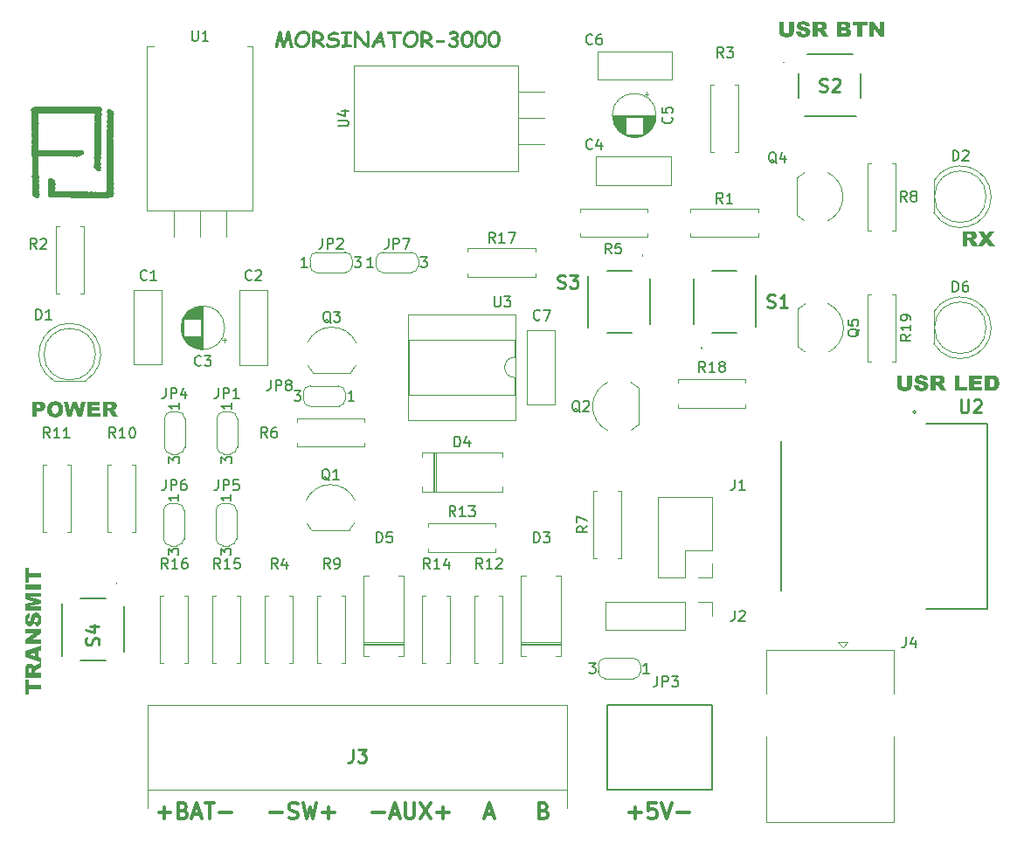
<source format=gto>
G04 #@! TF.GenerationSoftware,KiCad,Pcbnew,7.0.1*
G04 #@! TF.CreationDate,2023-06-18T22:29:12+02:00*
G04 #@! TF.ProjectId,morsinator-3000,6d6f7273-696e-4617-946f-722d33303030,rev?*
G04 #@! TF.SameCoordinates,Original*
G04 #@! TF.FileFunction,Legend,Top*
G04 #@! TF.FilePolarity,Positive*
%FSLAX46Y46*%
G04 Gerber Fmt 4.6, Leading zero omitted, Abs format (unit mm)*
G04 Created by KiCad (PCBNEW 7.0.1) date 2023-06-18 22:29:12*
%MOMM*%
%LPD*%
G01*
G04 APERTURE LIST*
G04 Aperture macros list*
%AMFreePoly0*
4,1,19,0.550000,-0.750000,0.000000,-0.750000,0.000000,-0.744911,-0.071157,-0.744911,-0.207708,-0.704816,-0.327430,-0.627875,-0.420627,-0.520320,-0.479746,-0.390866,-0.500000,-0.250000,-0.500000,0.250000,-0.479746,0.390866,-0.420627,0.520320,-0.327430,0.627875,-0.207708,0.704816,-0.071157,0.744911,0.000000,0.744911,0.000000,0.750000,0.550000,0.750000,0.550000,-0.750000,0.550000,-0.750000,
$1*%
%AMFreePoly1*
4,1,19,0.000000,0.744911,0.071157,0.744911,0.207708,0.704816,0.327430,0.627875,0.420627,0.520320,0.479746,0.390866,0.500000,0.250000,0.500000,-0.250000,0.479746,-0.390866,0.420627,-0.520320,0.327430,-0.627875,0.207708,-0.704816,0.071157,-0.744911,0.000000,-0.744911,0.000000,-0.750000,-0.550000,-0.750000,-0.550000,0.750000,0.000000,0.750000,0.000000,0.744911,0.000000,0.744911,
$1*%
G04 Aperture macros list end*
%ADD10C,0.304800*%
%ADD11C,0.200000*%
%ADD12C,0.150000*%
%ADD13C,0.254000*%
%ADD14C,0.120000*%
%ADD15C,0.100000*%
%ADD16C,0.152400*%
%ADD17R,1.500000X1.500000*%
%ADD18C,1.500000*%
%ADD19C,5.000000*%
%ADD20R,1.905000X2.000000*%
%ADD21O,1.905000X2.000000*%
%ADD22O,2.000000X1.905000*%
%ADD23R,2.000000X1.905000*%
%ADD24R,2.400000X2.400000*%
%ADD25C,2.400000*%
%ADD26FreePoly0,270.000000*%
%ADD27R,1.500000X1.000000*%
%ADD28FreePoly1,270.000000*%
%ADD29O,2.400000X2.400000*%
%ADD30C,3.600000*%
%ADD31C,5.600000*%
%ADD32C,1.600000*%
%ADD33O,1.600000X1.600000*%
%ADD34R,1.800000X1.800000*%
%ADD35C,1.800000*%
%ADD36FreePoly0,180.000000*%
%ADD37R,1.000000X1.500000*%
%ADD38FreePoly1,180.000000*%
%ADD39R,0.900000X1.500000*%
%ADD40R,0.700000X0.700000*%
%ADD41R,1.700000X1.700000*%
%ADD42C,1.700000*%
%ADD43C,3.500000*%
%ADD44R,1.200000X1.200000*%
%ADD45C,1.200000*%
%ADD46R,1.950000X1.950000*%
%ADD47C,1.950000*%
%ADD48FreePoly0,0.000000*%
%ADD49FreePoly1,0.000000*%
%ADD50O,1.700000X1.700000*%
%ADD51R,1.600000X1.600000*%
G04 APERTURE END LIST*
D10*
X128378857Y-95244920D02*
X129540000Y-95244920D01*
X130193142Y-95390062D02*
X130918857Y-95390062D01*
X130047999Y-95825491D02*
X130555999Y-94301491D01*
X130555999Y-94301491D02*
X131063999Y-95825491D01*
X131572000Y-94301491D02*
X131572000Y-95535205D01*
X131572000Y-95535205D02*
X131644571Y-95680348D01*
X131644571Y-95680348D02*
X131717143Y-95752920D01*
X131717143Y-95752920D02*
X131862285Y-95825491D01*
X131862285Y-95825491D02*
X132152571Y-95825491D01*
X132152571Y-95825491D02*
X132297714Y-95752920D01*
X132297714Y-95752920D02*
X132370285Y-95680348D01*
X132370285Y-95680348D02*
X132442857Y-95535205D01*
X132442857Y-95535205D02*
X132442857Y-94301491D01*
X133023428Y-94301491D02*
X134039428Y-95825491D01*
X134039428Y-94301491D02*
X133023428Y-95825491D01*
X134620000Y-95244920D02*
X135781143Y-95244920D01*
X135200571Y-95825491D02*
X135200571Y-94664348D01*
D11*
G36*
X168777561Y-18564371D02*
G01*
X169243210Y-18564371D01*
X169243210Y-19457201D01*
X169243046Y-19473722D01*
X169242557Y-19490128D01*
X169241741Y-19506420D01*
X169240599Y-19522597D01*
X169239131Y-19538660D01*
X169237336Y-19554608D01*
X169235215Y-19570442D01*
X169232768Y-19586161D01*
X169229995Y-19601766D01*
X169226895Y-19617257D01*
X169223469Y-19632632D01*
X169219716Y-19647894D01*
X169215638Y-19663041D01*
X169211233Y-19678073D01*
X169206502Y-19692991D01*
X169201444Y-19707794D01*
X169196039Y-19722426D01*
X169190264Y-19736829D01*
X169184120Y-19751002D01*
X169177607Y-19764947D01*
X169170725Y-19778663D01*
X169163474Y-19792150D01*
X169155853Y-19805408D01*
X169147863Y-19818436D01*
X169139504Y-19831236D01*
X169130776Y-19843807D01*
X169121678Y-19856149D01*
X169112211Y-19868262D01*
X169102375Y-19880146D01*
X169092170Y-19891801D01*
X169081596Y-19903227D01*
X169070652Y-19914424D01*
X169059489Y-19925254D01*
X169048258Y-19935673D01*
X169036958Y-19945679D01*
X169025589Y-19955273D01*
X169014152Y-19964455D01*
X168996867Y-19977456D01*
X168979427Y-19989528D01*
X168961833Y-20000674D01*
X168944085Y-20010892D01*
X168926181Y-20020183D01*
X168908124Y-20028546D01*
X168889911Y-20035982D01*
X168883806Y-20038255D01*
X168866558Y-20044333D01*
X168848887Y-20050019D01*
X168830792Y-20055312D01*
X168812274Y-20060214D01*
X168793331Y-20064723D01*
X168773966Y-20068841D01*
X168754176Y-20072566D01*
X168733963Y-20075899D01*
X168713327Y-20078840D01*
X168692266Y-20081389D01*
X168670783Y-20083545D01*
X168648875Y-20085310D01*
X168626544Y-20086682D01*
X168603789Y-20087663D01*
X168580611Y-20088251D01*
X168557009Y-20088447D01*
X168536155Y-20088312D01*
X168514948Y-20087906D01*
X168493385Y-20087230D01*
X168471469Y-20086283D01*
X168456661Y-20085502D01*
X168441696Y-20084600D01*
X168426574Y-20083578D01*
X168411294Y-20082436D01*
X168395856Y-20081174D01*
X168380261Y-20079791D01*
X168364509Y-20078289D01*
X168348600Y-20076666D01*
X168332532Y-20074923D01*
X168316308Y-20073060D01*
X168300217Y-20071019D01*
X168284457Y-20068743D01*
X168269030Y-20066233D01*
X168253934Y-20063488D01*
X168239171Y-20060509D01*
X168224740Y-20057294D01*
X168203715Y-20052033D01*
X168183438Y-20046243D01*
X168163908Y-20039926D01*
X168145124Y-20033080D01*
X168127088Y-20025706D01*
X168109799Y-20017804D01*
X168098688Y-20012243D01*
X168082399Y-20003390D01*
X168066367Y-19993868D01*
X168050594Y-19983675D01*
X168035078Y-19972813D01*
X168019819Y-19961281D01*
X168004818Y-19949080D01*
X167990075Y-19936208D01*
X167975589Y-19922667D01*
X167961361Y-19908456D01*
X167947391Y-19893575D01*
X167938220Y-19883283D01*
X167925021Y-19867507D01*
X167912627Y-19851641D01*
X167901039Y-19835685D01*
X167890255Y-19819638D01*
X167880276Y-19803502D01*
X167871102Y-19787275D01*
X167862734Y-19770959D01*
X167855170Y-19754552D01*
X167848411Y-19738054D01*
X167842457Y-19721467D01*
X167838935Y-19710359D01*
X167833700Y-19692626D01*
X167828803Y-19675148D01*
X167824244Y-19657924D01*
X167820022Y-19640956D01*
X167816138Y-19624242D01*
X167812591Y-19607783D01*
X167809383Y-19591578D01*
X167806512Y-19575628D01*
X167803979Y-19559933D01*
X167801784Y-19544493D01*
X167799926Y-19529308D01*
X167798406Y-19514377D01*
X167797224Y-19499701D01*
X167796084Y-19478164D01*
X167795704Y-19457201D01*
X167795704Y-18564371D01*
X168261353Y-18564371D01*
X168261353Y-19476618D01*
X168261621Y-19491705D01*
X168262424Y-19506374D01*
X168264632Y-19527594D01*
X168268044Y-19547873D01*
X168272660Y-19567213D01*
X168278481Y-19585612D01*
X168285506Y-19603071D01*
X168293735Y-19619589D01*
X168303169Y-19635168D01*
X168313806Y-19649806D01*
X168325648Y-19663504D01*
X168329863Y-19667861D01*
X168343176Y-19680170D01*
X168357422Y-19691268D01*
X168372602Y-19701155D01*
X168388716Y-19709832D01*
X168405764Y-19717298D01*
X168423746Y-19723554D01*
X168442661Y-19728598D01*
X168462510Y-19732432D01*
X168483293Y-19735056D01*
X168505010Y-19736468D01*
X168520006Y-19736737D01*
X168534870Y-19736472D01*
X168556403Y-19735082D01*
X168577022Y-19732501D01*
X168596726Y-19728728D01*
X168615516Y-19723764D01*
X168633391Y-19717609D01*
X168650352Y-19710262D01*
X168666398Y-19701723D01*
X168681530Y-19691993D01*
X168695748Y-19681072D01*
X168709050Y-19668960D01*
X168721294Y-19655752D01*
X168732333Y-19641547D01*
X168742168Y-19626343D01*
X168750799Y-19610141D01*
X168758225Y-19592941D01*
X168764447Y-19574743D01*
X168769465Y-19555546D01*
X168773279Y-19535351D01*
X168775888Y-19514158D01*
X168776958Y-19499475D01*
X168777494Y-19484348D01*
X168777561Y-19476618D01*
X168777561Y-18564371D01*
G37*
G36*
X169461563Y-19554654D02*
G01*
X169905596Y-19525711D01*
X169908539Y-19546265D01*
X169912010Y-19565884D01*
X169916010Y-19584570D01*
X169920537Y-19602321D01*
X169925592Y-19619140D01*
X169931176Y-19635024D01*
X169937287Y-19649974D01*
X169943927Y-19663991D01*
X169951095Y-19677074D01*
X169961473Y-19693065D01*
X169964214Y-19696803D01*
X169973478Y-19708294D01*
X169988280Y-19724139D01*
X170004171Y-19738317D01*
X170021150Y-19750827D01*
X170039218Y-19761668D01*
X170058373Y-19770842D01*
X170078617Y-19778348D01*
X170092718Y-19782425D01*
X170107303Y-19785761D01*
X170122371Y-19788356D01*
X170137923Y-19790209D01*
X170153958Y-19791321D01*
X170170478Y-19791692D01*
X170188825Y-19791286D01*
X170206361Y-19790069D01*
X170223086Y-19788040D01*
X170238999Y-19785200D01*
X170254101Y-19781549D01*
X170268391Y-19777086D01*
X170286183Y-19769873D01*
X170302532Y-19761218D01*
X170317438Y-19751120D01*
X170324351Y-19745530D01*
X170337059Y-19733755D01*
X170348073Y-19721510D01*
X170357392Y-19708796D01*
X170365017Y-19695613D01*
X170370947Y-19681960D01*
X170375184Y-19667838D01*
X170377725Y-19653246D01*
X170378572Y-19638185D01*
X170377311Y-19620400D01*
X170373528Y-19603223D01*
X170367222Y-19586654D01*
X170358394Y-19570694D01*
X170349515Y-19558364D01*
X170339022Y-19546422D01*
X170326915Y-19534870D01*
X170311963Y-19523502D01*
X170297954Y-19515080D01*
X170281549Y-19506749D01*
X170262748Y-19498508D01*
X170248884Y-19493064D01*
X170233954Y-19487660D01*
X170217960Y-19482296D01*
X170200901Y-19476973D01*
X170182778Y-19471689D01*
X170163590Y-19466445D01*
X170143337Y-19461242D01*
X170122019Y-19456078D01*
X170099636Y-19450955D01*
X170088046Y-19448408D01*
X170069029Y-19444128D01*
X170050356Y-19439759D01*
X170032026Y-19435301D01*
X170014040Y-19430754D01*
X169996397Y-19426119D01*
X169979098Y-19421395D01*
X169962142Y-19416582D01*
X169945530Y-19411680D01*
X169929261Y-19406690D01*
X169913336Y-19401611D01*
X169897754Y-19396443D01*
X169882515Y-19391187D01*
X169867620Y-19385842D01*
X169853069Y-19380408D01*
X169838861Y-19374885D01*
X169824996Y-19369274D01*
X169811475Y-19363574D01*
X169785463Y-19351907D01*
X169760825Y-19339886D01*
X169737561Y-19327510D01*
X169715671Y-19314778D01*
X169695154Y-19301692D01*
X169676012Y-19288251D01*
X169658243Y-19274456D01*
X169649874Y-19267424D01*
X169633903Y-19253030D01*
X169618962Y-19238150D01*
X169605052Y-19222782D01*
X169592172Y-19206929D01*
X169580322Y-19190588D01*
X169569503Y-19173761D01*
X169559714Y-19156448D01*
X169550956Y-19138647D01*
X169543228Y-19120361D01*
X169536530Y-19101587D01*
X169530863Y-19082328D01*
X169526226Y-19062581D01*
X169522620Y-19042348D01*
X169520044Y-19021628D01*
X169518498Y-19000422D01*
X169517983Y-18978729D01*
X169518575Y-18957204D01*
X169520353Y-18935903D01*
X169523315Y-18914829D01*
X169527462Y-18893979D01*
X169532795Y-18873355D01*
X169539312Y-18852956D01*
X169547014Y-18832783D01*
X169555901Y-18812835D01*
X169562485Y-18799662D01*
X169569594Y-18786589D01*
X169577231Y-18773616D01*
X169585394Y-18760743D01*
X169594086Y-18748092D01*
X169603311Y-18735784D01*
X169613069Y-18723820D01*
X169623358Y-18712199D01*
X169634180Y-18700922D01*
X169645535Y-18689989D01*
X169657422Y-18679398D01*
X169669841Y-18669152D01*
X169682792Y-18659248D01*
X169696276Y-18649689D01*
X169710293Y-18640472D01*
X169724841Y-18631599D01*
X169739922Y-18623070D01*
X169755536Y-18614884D01*
X169771681Y-18607041D01*
X169788360Y-18599542D01*
X169805696Y-18592444D01*
X169823817Y-18585804D01*
X169842722Y-18579621D01*
X169862411Y-18573897D01*
X169882884Y-18568630D01*
X169904142Y-18563822D01*
X169926184Y-18559471D01*
X169949010Y-18555579D01*
X169972621Y-18552144D01*
X169997015Y-18549167D01*
X170022194Y-18546649D01*
X170048158Y-18544588D01*
X170074905Y-18542985D01*
X170102437Y-18541840D01*
X170130753Y-18541153D01*
X170159853Y-18540924D01*
X170177830Y-18541028D01*
X170195538Y-18541339D01*
X170212975Y-18541858D01*
X170230143Y-18542584D01*
X170247042Y-18543518D01*
X170263670Y-18544659D01*
X170280029Y-18546008D01*
X170296118Y-18547564D01*
X170311937Y-18549328D01*
X170327486Y-18551300D01*
X170342766Y-18553479D01*
X170357776Y-18555865D01*
X170372516Y-18558459D01*
X170386986Y-18561260D01*
X170415117Y-18567486D01*
X170442170Y-18574541D01*
X170468143Y-18582426D01*
X170493037Y-18591142D01*
X170516852Y-18600687D01*
X170539588Y-18611063D01*
X170561245Y-18622268D01*
X170581823Y-18634304D01*
X170601322Y-18647170D01*
X170619846Y-18660940D01*
X170637409Y-18675689D01*
X170654010Y-18691417D01*
X170669649Y-18708124D01*
X170684326Y-18725809D01*
X170698042Y-18744474D01*
X170710796Y-18764117D01*
X170722588Y-18784740D01*
X170733419Y-18806341D01*
X170743288Y-18828921D01*
X170752195Y-18852480D01*
X170760141Y-18877018D01*
X170767125Y-18902534D01*
X170773147Y-18929030D01*
X170778207Y-18956504D01*
X170782306Y-18984958D01*
X170342302Y-19009870D01*
X170338667Y-18991931D01*
X170334355Y-18974931D01*
X170329368Y-18958872D01*
X170323704Y-18943753D01*
X170317363Y-18929574D01*
X170310347Y-18916336D01*
X170299940Y-18900147D01*
X170288331Y-18885630D01*
X170275520Y-18872784D01*
X170268663Y-18866988D01*
X170253980Y-18856513D01*
X170237957Y-18847434D01*
X170220595Y-18839751D01*
X170206694Y-18834906D01*
X170192040Y-18830847D01*
X170176632Y-18827573D01*
X170160471Y-18825085D01*
X170143557Y-18823383D01*
X170125888Y-18822466D01*
X170113691Y-18822292D01*
X170098792Y-18822591D01*
X170080019Y-18823922D01*
X170062493Y-18826318D01*
X170046216Y-18829778D01*
X170031186Y-18834304D01*
X170017405Y-18839893D01*
X170001933Y-18848378D01*
X169990959Y-18856364D01*
X169979138Y-18867369D01*
X169969321Y-18879090D01*
X169961507Y-18891526D01*
X169954775Y-18907394D01*
X169950928Y-18924293D01*
X169949926Y-18939162D01*
X169951557Y-18954377D01*
X169956448Y-18968925D01*
X169964600Y-18982807D01*
X169974182Y-18994176D01*
X169983998Y-19003276D01*
X169996511Y-19012337D01*
X170009703Y-19019443D01*
X170025723Y-19026424D01*
X170039594Y-19031577D01*
X170055055Y-19036660D01*
X170072107Y-19041671D01*
X170090750Y-19046612D01*
X170110983Y-19051481D01*
X170125356Y-19054688D01*
X170140436Y-19057864D01*
X170159386Y-19061919D01*
X170177997Y-19065979D01*
X170196268Y-19070042D01*
X170214201Y-19074110D01*
X170231794Y-19078182D01*
X170249048Y-19082259D01*
X170265963Y-19086340D01*
X170282539Y-19090425D01*
X170298776Y-19094514D01*
X170314673Y-19098608D01*
X170330232Y-19102706D01*
X170345451Y-19106808D01*
X170360331Y-19110915D01*
X170374872Y-19115026D01*
X170389073Y-19119141D01*
X170416459Y-19127384D01*
X170442488Y-19135644D01*
X170467160Y-19143922D01*
X170490476Y-19152217D01*
X170512435Y-19160528D01*
X170533037Y-19168857D01*
X170552283Y-19177204D01*
X170570172Y-19185567D01*
X170578607Y-19189755D01*
X170594902Y-19198216D01*
X170610630Y-19206929D01*
X170625791Y-19215893D01*
X170640385Y-19225109D01*
X170654413Y-19234578D01*
X170667874Y-19244298D01*
X170680769Y-19254270D01*
X170693096Y-19264494D01*
X170704857Y-19274969D01*
X170716051Y-19285697D01*
X170726679Y-19296676D01*
X170736739Y-19307908D01*
X170746233Y-19319391D01*
X170755161Y-19331126D01*
X170767489Y-19349201D01*
X170771315Y-19355352D01*
X170782118Y-19374105D01*
X170791859Y-19393271D01*
X170800536Y-19412848D01*
X170808152Y-19432838D01*
X170814704Y-19453240D01*
X170820194Y-19474054D01*
X170824622Y-19495280D01*
X170827987Y-19516919D01*
X170829640Y-19531573D01*
X170830820Y-19546411D01*
X170831529Y-19561432D01*
X170831765Y-19576636D01*
X170831450Y-19594502D01*
X170830506Y-19612196D01*
X170828931Y-19629719D01*
X170826728Y-19647069D01*
X170823894Y-19664249D01*
X170820431Y-19681256D01*
X170816338Y-19698091D01*
X170811615Y-19714755D01*
X170806263Y-19731247D01*
X170800281Y-19747568D01*
X170793669Y-19763716D01*
X170786427Y-19779693D01*
X170778556Y-19795499D01*
X170770056Y-19811132D01*
X170760925Y-19826594D01*
X170751165Y-19841884D01*
X170740885Y-19856813D01*
X170730105Y-19871284D01*
X170718823Y-19885298D01*
X170707041Y-19898853D01*
X170694758Y-19911951D01*
X170681974Y-19924590D01*
X170668689Y-19936772D01*
X170654903Y-19948496D01*
X170640616Y-19959761D01*
X170625828Y-19970569D01*
X170610540Y-19980919D01*
X170594750Y-19990811D01*
X170578460Y-20000245D01*
X170561669Y-20009221D01*
X170544377Y-20017739D01*
X170526584Y-20025799D01*
X170508291Y-20033385D01*
X170489409Y-20040482D01*
X170469937Y-20047089D01*
X170449876Y-20053207D01*
X170429225Y-20058836D01*
X170407985Y-20063975D01*
X170386154Y-20068625D01*
X170363735Y-20072785D01*
X170340725Y-20076456D01*
X170317126Y-20079637D01*
X170292938Y-20082329D01*
X170268159Y-20084531D01*
X170242792Y-20086244D01*
X170216834Y-20087468D01*
X170190287Y-20088202D01*
X170163150Y-20088447D01*
X170139293Y-20088300D01*
X170115899Y-20087859D01*
X170092968Y-20087123D01*
X170070500Y-20086094D01*
X170048495Y-20084771D01*
X170026953Y-20083153D01*
X170005874Y-20081242D01*
X169985257Y-20079036D01*
X169965104Y-20076536D01*
X169945414Y-20073742D01*
X169926187Y-20070654D01*
X169907422Y-20067272D01*
X169889121Y-20063596D01*
X169871282Y-20059626D01*
X169853907Y-20055361D01*
X169836994Y-20050803D01*
X169820545Y-20045950D01*
X169804558Y-20040804D01*
X169789035Y-20035363D01*
X169773974Y-20029628D01*
X169759376Y-20023599D01*
X169745242Y-20017276D01*
X169731570Y-20010659D01*
X169718361Y-20003748D01*
X169693332Y-19989043D01*
X169670156Y-19973162D01*
X169648831Y-19956105D01*
X169629357Y-19937871D01*
X169611314Y-19918686D01*
X169594278Y-19898865D01*
X169578250Y-19878408D01*
X169563229Y-19857317D01*
X169549215Y-19835590D01*
X169536209Y-19813227D01*
X169524211Y-19790229D01*
X169513220Y-19766596D01*
X169503237Y-19742327D01*
X169494261Y-19717423D01*
X169486292Y-19691883D01*
X169479331Y-19665708D01*
X169473378Y-19638898D01*
X169468432Y-19611452D01*
X169464494Y-19583371D01*
X169461563Y-19554654D01*
G37*
G36*
X171868864Y-18564516D02*
G01*
X171894731Y-18564950D01*
X171919800Y-18565672D01*
X171944070Y-18566684D01*
X171967541Y-18567985D01*
X171990215Y-18569575D01*
X172012089Y-18571454D01*
X172033165Y-18573622D01*
X172053442Y-18576079D01*
X172072921Y-18578826D01*
X172091602Y-18581861D01*
X172109483Y-18585186D01*
X172126566Y-18588799D01*
X172142851Y-18592702D01*
X172158337Y-18596893D01*
X172173025Y-18601374D01*
X172187140Y-18606201D01*
X172200908Y-18611524D01*
X172220912Y-18620436D01*
X172240137Y-18630462D01*
X172258582Y-18641602D01*
X172276248Y-18653856D01*
X172293135Y-18667224D01*
X172309242Y-18681707D01*
X172324570Y-18697303D01*
X172334356Y-18708320D01*
X172343796Y-18719832D01*
X172352889Y-18731839D01*
X172357306Y-18738028D01*
X172365824Y-18750655D01*
X172373792Y-18763622D01*
X172381211Y-18776930D01*
X172388080Y-18790578D01*
X172394400Y-18804568D01*
X172400170Y-18818897D01*
X172405391Y-18833568D01*
X172410062Y-18848579D01*
X172414184Y-18863930D01*
X172417756Y-18879622D01*
X172420778Y-18895655D01*
X172423251Y-18912028D01*
X172425175Y-18928742D01*
X172426549Y-18945797D01*
X172427373Y-18963192D01*
X172427648Y-18980928D01*
X172427437Y-18996409D01*
X172426806Y-19011622D01*
X172425754Y-19026566D01*
X172424282Y-19041240D01*
X172421284Y-19062748D01*
X172417340Y-19083650D01*
X172412448Y-19103947D01*
X172406610Y-19123638D01*
X172399826Y-19142724D01*
X172392095Y-19161205D01*
X172383417Y-19179080D01*
X172373792Y-19196350D01*
X172363409Y-19213018D01*
X172352317Y-19229086D01*
X172340517Y-19244556D01*
X172328008Y-19259427D01*
X172314791Y-19273700D01*
X172300866Y-19287373D01*
X172286232Y-19300447D01*
X172270890Y-19312922D01*
X172254839Y-19324799D01*
X172238080Y-19336076D01*
X172226514Y-19343262D01*
X172210892Y-19352043D01*
X172193884Y-19360435D01*
X172180220Y-19366474D01*
X172165776Y-19372293D01*
X172150553Y-19377894D01*
X172134551Y-19383276D01*
X172117769Y-19388438D01*
X172100208Y-19393382D01*
X172081868Y-19398107D01*
X172062749Y-19402613D01*
X172078012Y-19407899D01*
X172092476Y-19413179D01*
X172110519Y-19420208D01*
X172127143Y-19427227D01*
X172142347Y-19434233D01*
X172156132Y-19441229D01*
X172171366Y-19449957D01*
X172184382Y-19458667D01*
X172196706Y-19469035D01*
X172209028Y-19481159D01*
X172220536Y-19493546D01*
X172230554Y-19504949D01*
X172241293Y-19517680D01*
X172252753Y-19531739D01*
X172258754Y-19539267D01*
X172270518Y-19554127D01*
X172281262Y-19568118D01*
X172290988Y-19581238D01*
X172299695Y-19593489D01*
X172309146Y-19607578D01*
X172317004Y-19620308D01*
X172324333Y-19633789D01*
X172550013Y-20065000D01*
X172022449Y-20065000D01*
X171773321Y-19605945D01*
X171764484Y-19589800D01*
X171755834Y-19574750D01*
X171747371Y-19560794D01*
X171739095Y-19547934D01*
X171728350Y-19532489D01*
X171717937Y-19518991D01*
X171707856Y-19507439D01*
X171695722Y-19495736D01*
X171688691Y-19490174D01*
X171675845Y-19482017D01*
X171662588Y-19474947D01*
X171648918Y-19468965D01*
X171634836Y-19464071D01*
X171620341Y-19460264D01*
X171605435Y-19457545D01*
X171590116Y-19455913D01*
X171574385Y-19455369D01*
X171532986Y-19455369D01*
X171532986Y-20065000D01*
X171064406Y-20065000D01*
X171064406Y-18869187D01*
X171532986Y-18869187D01*
X171532986Y-19174002D01*
X171729724Y-19174002D01*
X171746669Y-19173020D01*
X171762250Y-19171116D01*
X171776802Y-19168872D01*
X171793208Y-19165987D01*
X171811469Y-19162461D01*
X171826382Y-19159396D01*
X171842338Y-19155970D01*
X171853555Y-19153485D01*
X171870398Y-19149046D01*
X171886030Y-19142597D01*
X171900451Y-19134139D01*
X171913662Y-19123672D01*
X171925661Y-19111196D01*
X171929392Y-19106591D01*
X171937836Y-19094415D01*
X171946079Y-19079097D01*
X171952262Y-19063005D01*
X171956383Y-19046141D01*
X171958244Y-19031497D01*
X171958702Y-19019396D01*
X171957975Y-19001787D01*
X171955794Y-18985232D01*
X171952158Y-18969731D01*
X171947069Y-18955282D01*
X171940526Y-18941887D01*
X171932529Y-18929545D01*
X171923078Y-18918256D01*
X171912173Y-18908021D01*
X171899356Y-18898919D01*
X171883986Y-18891031D01*
X171866063Y-18884356D01*
X171850945Y-18880147D01*
X171834391Y-18876620D01*
X171816401Y-18873775D01*
X171796975Y-18871614D01*
X171776112Y-18870135D01*
X171761406Y-18869528D01*
X171746062Y-18869224D01*
X171738150Y-18869187D01*
X171532986Y-18869187D01*
X171064406Y-18869187D01*
X171064406Y-18564371D01*
X171842198Y-18564371D01*
X171868864Y-18564516D01*
G37*
G36*
X174292961Y-18564775D02*
G01*
X174319066Y-18565986D01*
X174344378Y-18568004D01*
X174368898Y-18570829D01*
X174392624Y-18574461D01*
X174415557Y-18578900D01*
X174437698Y-18584147D01*
X174459046Y-18590200D01*
X174479601Y-18597061D01*
X174499363Y-18604729D01*
X174518333Y-18613204D01*
X174536509Y-18622486D01*
X174553893Y-18632575D01*
X174570484Y-18643472D01*
X174586282Y-18655175D01*
X174601287Y-18667686D01*
X174615439Y-18680792D01*
X174628678Y-18694282D01*
X174641005Y-18708155D01*
X174652418Y-18722412D01*
X174662918Y-18737052D01*
X174672505Y-18752076D01*
X174681179Y-18767483D01*
X174688940Y-18783274D01*
X174695788Y-18799449D01*
X174701722Y-18816006D01*
X174706744Y-18832948D01*
X174710853Y-18850273D01*
X174714048Y-18867982D01*
X174716331Y-18886074D01*
X174717701Y-18904549D01*
X174718157Y-18923408D01*
X174717831Y-18939249D01*
X174716852Y-18954807D01*
X174715221Y-18970081D01*
X174712937Y-18985072D01*
X174710000Y-18999780D01*
X174706411Y-19014204D01*
X174702169Y-19028345D01*
X174697274Y-19042202D01*
X174691727Y-19055776D01*
X174685528Y-19069067D01*
X174678676Y-19082074D01*
X174671171Y-19094798D01*
X174663014Y-19107239D01*
X174654204Y-19119396D01*
X174644741Y-19131270D01*
X174634626Y-19142861D01*
X174623734Y-19154042D01*
X174611940Y-19164778D01*
X174599245Y-19175070D01*
X174585648Y-19184918D01*
X174571149Y-19194322D01*
X174555749Y-19203281D01*
X174539447Y-19211795D01*
X174522244Y-19219866D01*
X174504139Y-19227492D01*
X174485132Y-19234674D01*
X174471960Y-19239214D01*
X174492002Y-19244477D01*
X174511367Y-19250188D01*
X174530058Y-19256349D01*
X174548073Y-19262959D01*
X174565412Y-19270019D01*
X174582076Y-19277528D01*
X174598064Y-19285487D01*
X174613377Y-19293894D01*
X174628014Y-19302751D01*
X174641976Y-19312058D01*
X174655263Y-19321814D01*
X174667874Y-19332019D01*
X174679809Y-19342674D01*
X174691069Y-19353778D01*
X174701654Y-19365331D01*
X174711563Y-19377334D01*
X174720879Y-19389759D01*
X174729595Y-19402579D01*
X174737709Y-19415793D01*
X174745222Y-19429403D01*
X174752135Y-19443408D01*
X174758446Y-19457808D01*
X174764156Y-19472603D01*
X174769265Y-19487793D01*
X174773773Y-19503377D01*
X174777680Y-19519357D01*
X174780986Y-19535732D01*
X174783691Y-19552502D01*
X174785794Y-19569666D01*
X174787297Y-19587226D01*
X174788199Y-19605181D01*
X174788499Y-19623531D01*
X174788286Y-19638503D01*
X174787646Y-19653286D01*
X174785887Y-19675107D01*
X174783168Y-19696503D01*
X174779490Y-19717474D01*
X174774852Y-19738019D01*
X174769255Y-19758140D01*
X174762698Y-19777836D01*
X174755181Y-19797106D01*
X174746705Y-19815952D01*
X174737269Y-19834372D01*
X174733911Y-19840418D01*
X174723321Y-19858130D01*
X174712023Y-19875134D01*
X174700017Y-19891429D01*
X174687302Y-19907016D01*
X174673879Y-19921895D01*
X174659748Y-19936065D01*
X174644908Y-19949527D01*
X174629360Y-19962280D01*
X174613103Y-19974325D01*
X174596138Y-19985662D01*
X174584434Y-19992826D01*
X174568841Y-20001315D01*
X174551370Y-20009198D01*
X174537034Y-20014711D01*
X174521643Y-20019884D01*
X174505195Y-20024715D01*
X174487691Y-20029205D01*
X174469131Y-20033353D01*
X174449515Y-20037160D01*
X174428842Y-20040626D01*
X174407114Y-20043750D01*
X174387835Y-20046324D01*
X174369384Y-20048731D01*
X174351760Y-20050972D01*
X174334963Y-20053047D01*
X174318993Y-20054956D01*
X174303851Y-20056699D01*
X174282688Y-20059002D01*
X174263386Y-20060932D01*
X174245946Y-20062489D01*
X174230366Y-20063671D01*
X174212489Y-20064667D01*
X174197920Y-20065000D01*
X173392285Y-20065000D01*
X173392285Y-19408475D01*
X173863063Y-19408475D01*
X173863063Y-19713290D01*
X174101200Y-19713290D01*
X174115989Y-19713124D01*
X174137131Y-19712252D01*
X174157025Y-19710634D01*
X174175668Y-19708268D01*
X174193063Y-19705155D01*
X174209208Y-19701296D01*
X174224104Y-19696689D01*
X174237750Y-19691335D01*
X174254002Y-19683035D01*
X174268032Y-19673406D01*
X174271193Y-19670792D01*
X174282785Y-19659623D01*
X174292831Y-19647550D01*
X174301332Y-19634573D01*
X174308287Y-19620691D01*
X174313697Y-19605905D01*
X174317561Y-19590214D01*
X174319879Y-19573619D01*
X174320652Y-19556120D01*
X174319885Y-19539862D01*
X174317584Y-19524429D01*
X174313748Y-19509820D01*
X174308379Y-19496036D01*
X174301475Y-19483076D01*
X174293037Y-19470940D01*
X174283065Y-19459628D01*
X174271559Y-19449141D01*
X174258221Y-19439610D01*
X174242571Y-19431350D01*
X174224607Y-19424360D01*
X174209617Y-19419952D01*
X174193326Y-19416259D01*
X174175734Y-19413280D01*
X174156841Y-19411016D01*
X174136648Y-19409468D01*
X174115153Y-19408634D01*
X174100101Y-19408475D01*
X173863063Y-19408475D01*
X173392285Y-19408475D01*
X173392285Y-18869187D01*
X173863063Y-18869187D01*
X173863063Y-19127107D01*
X174066029Y-19127107D01*
X174085917Y-19126811D01*
X174104639Y-19125922D01*
X174122195Y-19124441D01*
X174138586Y-19122367D01*
X174153811Y-19119701D01*
X174172298Y-19115224D01*
X174188713Y-19109695D01*
X174203056Y-19103112D01*
X174218070Y-19093401D01*
X174230419Y-19082021D01*
X174240674Y-19069173D01*
X174248837Y-19054858D01*
X174254907Y-19039077D01*
X174258883Y-19021828D01*
X174260558Y-19006973D01*
X174260935Y-18995216D01*
X174259888Y-18977304D01*
X174256749Y-18960662D01*
X174251516Y-18945290D01*
X174244191Y-18931188D01*
X174234772Y-18918356D01*
X174223261Y-18906795D01*
X174218070Y-18902526D01*
X174203136Y-18892921D01*
X174188974Y-18886410D01*
X174172843Y-18880940D01*
X174154742Y-18876512D01*
X174139874Y-18873875D01*
X174123899Y-18871824D01*
X174106815Y-18870359D01*
X174088625Y-18869480D01*
X174069326Y-18869187D01*
X173863063Y-18869187D01*
X173392285Y-18869187D01*
X173392285Y-18564371D01*
X174266064Y-18564371D01*
X174292961Y-18564775D01*
G37*
G36*
X174917459Y-18564371D02*
G01*
X176336388Y-18564371D01*
X176336388Y-18916081D01*
X175860481Y-18916081D01*
X175860481Y-20065000D01*
X175393733Y-20065000D01*
X175393733Y-18916081D01*
X174917459Y-18916081D01*
X174917459Y-18564371D01*
G37*
G36*
X176541919Y-18564371D02*
G01*
X176977892Y-18564371D01*
X177546856Y-19409940D01*
X177546856Y-18564371D01*
X177986493Y-18564371D01*
X177986493Y-20065000D01*
X177546856Y-20065000D01*
X176980823Y-19223827D01*
X176980823Y-20065000D01*
X176541919Y-20065000D01*
X176541919Y-18564371D01*
G37*
D12*
G36*
X180207561Y-52854371D02*
G01*
X180673210Y-52854371D01*
X180673210Y-53747201D01*
X180673046Y-53763722D01*
X180672557Y-53780128D01*
X180671741Y-53796420D01*
X180670599Y-53812597D01*
X180669131Y-53828660D01*
X180667336Y-53844608D01*
X180665215Y-53860442D01*
X180662768Y-53876161D01*
X180659995Y-53891766D01*
X180656895Y-53907257D01*
X180653469Y-53922632D01*
X180649716Y-53937894D01*
X180645638Y-53953041D01*
X180641233Y-53968073D01*
X180636502Y-53982991D01*
X180631444Y-53997794D01*
X180626039Y-54012426D01*
X180620264Y-54026829D01*
X180614120Y-54041002D01*
X180607607Y-54054947D01*
X180600725Y-54068663D01*
X180593474Y-54082150D01*
X180585853Y-54095408D01*
X180577863Y-54108436D01*
X180569504Y-54121236D01*
X180560776Y-54133807D01*
X180551678Y-54146149D01*
X180542211Y-54158262D01*
X180532375Y-54170146D01*
X180522170Y-54181801D01*
X180511596Y-54193227D01*
X180500652Y-54204424D01*
X180489489Y-54215254D01*
X180478258Y-54225673D01*
X180466958Y-54235679D01*
X180455589Y-54245273D01*
X180444152Y-54254455D01*
X180426867Y-54267456D01*
X180409427Y-54279528D01*
X180391833Y-54290674D01*
X180374085Y-54300892D01*
X180356181Y-54310183D01*
X180338124Y-54318546D01*
X180319911Y-54325982D01*
X180313806Y-54328255D01*
X180296558Y-54334333D01*
X180278887Y-54340019D01*
X180260792Y-54345312D01*
X180242274Y-54350214D01*
X180223331Y-54354723D01*
X180203966Y-54358841D01*
X180184176Y-54362566D01*
X180163963Y-54365899D01*
X180143327Y-54368840D01*
X180122266Y-54371389D01*
X180100783Y-54373545D01*
X180078875Y-54375310D01*
X180056544Y-54376682D01*
X180033789Y-54377663D01*
X180010611Y-54378251D01*
X179987009Y-54378447D01*
X179966155Y-54378312D01*
X179944948Y-54377906D01*
X179923385Y-54377230D01*
X179901469Y-54376283D01*
X179886661Y-54375502D01*
X179871696Y-54374600D01*
X179856574Y-54373578D01*
X179841294Y-54372436D01*
X179825856Y-54371174D01*
X179810261Y-54369791D01*
X179794509Y-54368289D01*
X179778600Y-54366666D01*
X179762532Y-54364923D01*
X179746308Y-54363060D01*
X179730217Y-54361019D01*
X179714457Y-54358743D01*
X179699030Y-54356233D01*
X179683934Y-54353488D01*
X179669171Y-54350509D01*
X179654740Y-54347294D01*
X179633715Y-54342033D01*
X179613438Y-54336243D01*
X179593908Y-54329926D01*
X179575124Y-54323080D01*
X179557088Y-54315706D01*
X179539799Y-54307804D01*
X179528688Y-54302243D01*
X179512399Y-54293390D01*
X179496367Y-54283868D01*
X179480594Y-54273675D01*
X179465078Y-54262813D01*
X179449819Y-54251281D01*
X179434818Y-54239080D01*
X179420075Y-54226208D01*
X179405589Y-54212667D01*
X179391361Y-54198456D01*
X179377391Y-54183575D01*
X179368220Y-54173283D01*
X179355021Y-54157507D01*
X179342627Y-54141641D01*
X179331039Y-54125685D01*
X179320255Y-54109638D01*
X179310276Y-54093502D01*
X179301102Y-54077275D01*
X179292734Y-54060959D01*
X179285170Y-54044552D01*
X179278411Y-54028054D01*
X179272457Y-54011467D01*
X179268935Y-54000359D01*
X179263700Y-53982626D01*
X179258803Y-53965148D01*
X179254244Y-53947924D01*
X179250022Y-53930956D01*
X179246138Y-53914242D01*
X179242591Y-53897783D01*
X179239383Y-53881578D01*
X179236512Y-53865628D01*
X179233979Y-53849933D01*
X179231784Y-53834493D01*
X179229926Y-53819308D01*
X179228406Y-53804377D01*
X179227224Y-53789701D01*
X179226084Y-53768164D01*
X179225704Y-53747201D01*
X179225704Y-52854371D01*
X179691353Y-52854371D01*
X179691353Y-53766618D01*
X179691621Y-53781705D01*
X179692424Y-53796374D01*
X179694632Y-53817594D01*
X179698044Y-53837873D01*
X179702660Y-53857213D01*
X179708481Y-53875612D01*
X179715506Y-53893071D01*
X179723735Y-53909589D01*
X179733169Y-53925168D01*
X179743806Y-53939806D01*
X179755648Y-53953504D01*
X179759863Y-53957861D01*
X179773176Y-53970170D01*
X179787422Y-53981268D01*
X179802602Y-53991155D01*
X179818716Y-53999832D01*
X179835764Y-54007298D01*
X179853746Y-54013554D01*
X179872661Y-54018598D01*
X179892510Y-54022432D01*
X179913293Y-54025056D01*
X179935010Y-54026468D01*
X179950006Y-54026737D01*
X179964870Y-54026472D01*
X179986403Y-54025082D01*
X180007022Y-54022501D01*
X180026726Y-54018728D01*
X180045516Y-54013764D01*
X180063391Y-54007609D01*
X180080352Y-54000262D01*
X180096398Y-53991723D01*
X180111530Y-53981993D01*
X180125748Y-53971072D01*
X180139050Y-53958960D01*
X180151294Y-53945752D01*
X180162333Y-53931547D01*
X180172168Y-53916343D01*
X180180799Y-53900141D01*
X180188225Y-53882941D01*
X180194447Y-53864743D01*
X180199465Y-53845546D01*
X180203279Y-53825351D01*
X180205888Y-53804158D01*
X180206958Y-53789475D01*
X180207494Y-53774348D01*
X180207561Y-53766618D01*
X180207561Y-52854371D01*
G37*
G36*
X180891563Y-53844654D02*
G01*
X181335596Y-53815711D01*
X181338539Y-53836265D01*
X181342010Y-53855884D01*
X181346010Y-53874570D01*
X181350537Y-53892321D01*
X181355592Y-53909140D01*
X181361176Y-53925024D01*
X181367287Y-53939974D01*
X181373927Y-53953991D01*
X181381095Y-53967074D01*
X181391473Y-53983065D01*
X181394214Y-53986803D01*
X181403478Y-53998294D01*
X181418280Y-54014139D01*
X181434171Y-54028317D01*
X181451150Y-54040827D01*
X181469218Y-54051668D01*
X181488373Y-54060842D01*
X181508617Y-54068348D01*
X181522718Y-54072425D01*
X181537303Y-54075761D01*
X181552371Y-54078356D01*
X181567923Y-54080209D01*
X181583958Y-54081321D01*
X181600478Y-54081692D01*
X181618825Y-54081286D01*
X181636361Y-54080069D01*
X181653086Y-54078040D01*
X181668999Y-54075200D01*
X181684101Y-54071549D01*
X181698391Y-54067086D01*
X181716183Y-54059873D01*
X181732532Y-54051218D01*
X181747438Y-54041120D01*
X181754351Y-54035530D01*
X181767059Y-54023755D01*
X181778073Y-54011510D01*
X181787392Y-53998796D01*
X181795017Y-53985613D01*
X181800947Y-53971960D01*
X181805184Y-53957838D01*
X181807725Y-53943246D01*
X181808572Y-53928185D01*
X181807311Y-53910400D01*
X181803528Y-53893223D01*
X181797222Y-53876654D01*
X181788394Y-53860694D01*
X181779515Y-53848364D01*
X181769022Y-53836422D01*
X181756915Y-53824870D01*
X181741963Y-53813502D01*
X181727954Y-53805080D01*
X181711549Y-53796749D01*
X181692748Y-53788508D01*
X181678884Y-53783064D01*
X181663954Y-53777660D01*
X181647960Y-53772296D01*
X181630901Y-53766973D01*
X181612778Y-53761689D01*
X181593590Y-53756445D01*
X181573337Y-53751242D01*
X181552019Y-53746078D01*
X181529636Y-53740955D01*
X181518046Y-53738408D01*
X181499029Y-53734128D01*
X181480356Y-53729759D01*
X181462026Y-53725301D01*
X181444040Y-53720754D01*
X181426397Y-53716119D01*
X181409098Y-53711395D01*
X181392142Y-53706582D01*
X181375530Y-53701680D01*
X181359261Y-53696690D01*
X181343336Y-53691611D01*
X181327754Y-53686443D01*
X181312515Y-53681187D01*
X181297620Y-53675842D01*
X181283069Y-53670408D01*
X181268861Y-53664885D01*
X181254996Y-53659274D01*
X181241475Y-53653574D01*
X181215463Y-53641907D01*
X181190825Y-53629886D01*
X181167561Y-53617510D01*
X181145671Y-53604778D01*
X181125154Y-53591692D01*
X181106012Y-53578251D01*
X181088243Y-53564456D01*
X181079874Y-53557424D01*
X181063903Y-53543030D01*
X181048962Y-53528150D01*
X181035052Y-53512782D01*
X181022172Y-53496929D01*
X181010322Y-53480588D01*
X180999503Y-53463761D01*
X180989714Y-53446448D01*
X180980956Y-53428647D01*
X180973228Y-53410361D01*
X180966530Y-53391587D01*
X180960863Y-53372328D01*
X180956226Y-53352581D01*
X180952620Y-53332348D01*
X180950044Y-53311628D01*
X180948498Y-53290422D01*
X180947983Y-53268729D01*
X180948575Y-53247204D01*
X180950353Y-53225903D01*
X180953315Y-53204829D01*
X180957462Y-53183979D01*
X180962795Y-53163355D01*
X180969312Y-53142956D01*
X180977014Y-53122783D01*
X180985901Y-53102835D01*
X180992485Y-53089662D01*
X180999594Y-53076589D01*
X181007231Y-53063616D01*
X181015394Y-53050743D01*
X181024086Y-53038092D01*
X181033311Y-53025784D01*
X181043069Y-53013820D01*
X181053358Y-53002199D01*
X181064180Y-52990922D01*
X181075535Y-52979989D01*
X181087422Y-52969398D01*
X181099841Y-52959152D01*
X181112792Y-52949248D01*
X181126276Y-52939689D01*
X181140293Y-52930472D01*
X181154841Y-52921599D01*
X181169922Y-52913070D01*
X181185536Y-52904884D01*
X181201681Y-52897041D01*
X181218360Y-52889542D01*
X181235696Y-52882444D01*
X181253817Y-52875804D01*
X181272722Y-52869621D01*
X181292411Y-52863897D01*
X181312884Y-52858630D01*
X181334142Y-52853822D01*
X181356184Y-52849471D01*
X181379010Y-52845579D01*
X181402621Y-52842144D01*
X181427015Y-52839167D01*
X181452194Y-52836649D01*
X181478158Y-52834588D01*
X181504905Y-52832985D01*
X181532437Y-52831840D01*
X181560753Y-52831153D01*
X181589853Y-52830924D01*
X181607830Y-52831028D01*
X181625538Y-52831339D01*
X181642975Y-52831858D01*
X181660143Y-52832584D01*
X181677042Y-52833518D01*
X181693670Y-52834659D01*
X181710029Y-52836008D01*
X181726118Y-52837564D01*
X181741937Y-52839328D01*
X181757486Y-52841300D01*
X181772766Y-52843479D01*
X181787776Y-52845865D01*
X181802516Y-52848459D01*
X181816986Y-52851260D01*
X181845117Y-52857486D01*
X181872170Y-52864541D01*
X181898143Y-52872426D01*
X181923037Y-52881142D01*
X181946852Y-52890687D01*
X181969588Y-52901063D01*
X181991245Y-52912268D01*
X182011823Y-52924304D01*
X182031322Y-52937170D01*
X182049846Y-52950940D01*
X182067409Y-52965689D01*
X182084010Y-52981417D01*
X182099649Y-52998124D01*
X182114326Y-53015809D01*
X182128042Y-53034474D01*
X182140796Y-53054117D01*
X182152588Y-53074740D01*
X182163419Y-53096341D01*
X182173288Y-53118921D01*
X182182195Y-53142480D01*
X182190141Y-53167018D01*
X182197125Y-53192534D01*
X182203147Y-53219030D01*
X182208207Y-53246504D01*
X182212306Y-53274958D01*
X181772302Y-53299870D01*
X181768667Y-53281931D01*
X181764355Y-53264931D01*
X181759368Y-53248872D01*
X181753704Y-53233753D01*
X181747363Y-53219574D01*
X181740347Y-53206336D01*
X181729940Y-53190147D01*
X181718331Y-53175630D01*
X181705520Y-53162784D01*
X181698663Y-53156988D01*
X181683980Y-53146513D01*
X181667957Y-53137434D01*
X181650595Y-53129751D01*
X181636694Y-53124906D01*
X181622040Y-53120847D01*
X181606632Y-53117573D01*
X181590471Y-53115085D01*
X181573557Y-53113383D01*
X181555888Y-53112466D01*
X181543691Y-53112292D01*
X181528792Y-53112591D01*
X181510019Y-53113922D01*
X181492493Y-53116318D01*
X181476216Y-53119778D01*
X181461186Y-53124304D01*
X181447405Y-53129893D01*
X181431933Y-53138378D01*
X181420959Y-53146364D01*
X181409138Y-53157369D01*
X181399321Y-53169090D01*
X181391507Y-53181526D01*
X181384775Y-53197394D01*
X181380928Y-53214293D01*
X181379926Y-53229162D01*
X181381557Y-53244377D01*
X181386448Y-53258925D01*
X181394600Y-53272807D01*
X181404182Y-53284176D01*
X181413998Y-53293276D01*
X181426511Y-53302337D01*
X181439703Y-53309443D01*
X181455723Y-53316424D01*
X181469594Y-53321577D01*
X181485055Y-53326660D01*
X181502107Y-53331671D01*
X181520750Y-53336612D01*
X181540983Y-53341481D01*
X181555356Y-53344688D01*
X181570436Y-53347864D01*
X181589386Y-53351919D01*
X181607997Y-53355979D01*
X181626268Y-53360042D01*
X181644201Y-53364110D01*
X181661794Y-53368182D01*
X181679048Y-53372259D01*
X181695963Y-53376340D01*
X181712539Y-53380425D01*
X181728776Y-53384514D01*
X181744673Y-53388608D01*
X181760232Y-53392706D01*
X181775451Y-53396808D01*
X181790331Y-53400915D01*
X181804872Y-53405026D01*
X181819073Y-53409141D01*
X181846459Y-53417384D01*
X181872488Y-53425644D01*
X181897160Y-53433922D01*
X181920476Y-53442217D01*
X181942435Y-53450528D01*
X181963037Y-53458857D01*
X181982283Y-53467204D01*
X182000172Y-53475567D01*
X182008607Y-53479755D01*
X182024902Y-53488216D01*
X182040630Y-53496929D01*
X182055791Y-53505893D01*
X182070385Y-53515109D01*
X182084413Y-53524578D01*
X182097874Y-53534298D01*
X182110769Y-53544270D01*
X182123096Y-53554494D01*
X182134857Y-53564969D01*
X182146051Y-53575697D01*
X182156679Y-53586676D01*
X182166739Y-53597908D01*
X182176233Y-53609391D01*
X182185161Y-53621126D01*
X182197489Y-53639201D01*
X182201315Y-53645352D01*
X182212118Y-53664105D01*
X182221859Y-53683271D01*
X182230536Y-53702848D01*
X182238152Y-53722838D01*
X182244704Y-53743240D01*
X182250194Y-53764054D01*
X182254622Y-53785280D01*
X182257987Y-53806919D01*
X182259640Y-53821573D01*
X182260820Y-53836411D01*
X182261529Y-53851432D01*
X182261765Y-53866636D01*
X182261450Y-53884502D01*
X182260506Y-53902196D01*
X182258931Y-53919719D01*
X182256728Y-53937069D01*
X182253894Y-53954249D01*
X182250431Y-53971256D01*
X182246338Y-53988091D01*
X182241615Y-54004755D01*
X182236263Y-54021247D01*
X182230281Y-54037568D01*
X182223669Y-54053716D01*
X182216427Y-54069693D01*
X182208556Y-54085499D01*
X182200056Y-54101132D01*
X182190925Y-54116594D01*
X182181165Y-54131884D01*
X182170885Y-54146813D01*
X182160105Y-54161284D01*
X182148823Y-54175298D01*
X182137041Y-54188853D01*
X182124758Y-54201951D01*
X182111974Y-54214590D01*
X182098689Y-54226772D01*
X182084903Y-54238496D01*
X182070616Y-54249761D01*
X182055828Y-54260569D01*
X182040540Y-54270919D01*
X182024750Y-54280811D01*
X182008460Y-54290245D01*
X181991669Y-54299221D01*
X181974377Y-54307739D01*
X181956584Y-54315799D01*
X181938291Y-54323385D01*
X181919409Y-54330482D01*
X181899937Y-54337089D01*
X181879876Y-54343207D01*
X181859225Y-54348836D01*
X181837985Y-54353975D01*
X181816154Y-54358625D01*
X181793735Y-54362785D01*
X181770725Y-54366456D01*
X181747126Y-54369637D01*
X181722938Y-54372329D01*
X181698159Y-54374531D01*
X181672792Y-54376244D01*
X181646834Y-54377468D01*
X181620287Y-54378202D01*
X181593150Y-54378447D01*
X181569293Y-54378300D01*
X181545899Y-54377859D01*
X181522968Y-54377123D01*
X181500500Y-54376094D01*
X181478495Y-54374771D01*
X181456953Y-54373153D01*
X181435874Y-54371242D01*
X181415257Y-54369036D01*
X181395104Y-54366536D01*
X181375414Y-54363742D01*
X181356187Y-54360654D01*
X181337422Y-54357272D01*
X181319121Y-54353596D01*
X181301282Y-54349626D01*
X181283907Y-54345361D01*
X181266994Y-54340803D01*
X181250545Y-54335950D01*
X181234558Y-54330804D01*
X181219035Y-54325363D01*
X181203974Y-54319628D01*
X181189376Y-54313599D01*
X181175242Y-54307276D01*
X181161570Y-54300659D01*
X181148361Y-54293748D01*
X181123332Y-54279043D01*
X181100156Y-54263162D01*
X181078831Y-54246105D01*
X181059357Y-54227871D01*
X181041314Y-54208686D01*
X181024278Y-54188865D01*
X181008250Y-54168408D01*
X180993229Y-54147317D01*
X180979215Y-54125590D01*
X180966209Y-54103227D01*
X180954211Y-54080229D01*
X180943220Y-54056596D01*
X180933237Y-54032327D01*
X180924261Y-54007423D01*
X180916292Y-53981883D01*
X180909331Y-53955708D01*
X180903378Y-53928898D01*
X180898432Y-53901452D01*
X180894494Y-53873371D01*
X180891563Y-53844654D01*
G37*
G36*
X183298864Y-52854516D02*
G01*
X183324731Y-52854950D01*
X183349800Y-52855672D01*
X183374070Y-52856684D01*
X183397541Y-52857985D01*
X183420215Y-52859575D01*
X183442089Y-52861454D01*
X183463165Y-52863622D01*
X183483442Y-52866079D01*
X183502921Y-52868826D01*
X183521602Y-52871861D01*
X183539483Y-52875186D01*
X183556566Y-52878799D01*
X183572851Y-52882702D01*
X183588337Y-52886893D01*
X183603025Y-52891374D01*
X183617140Y-52896201D01*
X183630908Y-52901524D01*
X183650912Y-52910436D01*
X183670137Y-52920462D01*
X183688582Y-52931602D01*
X183706248Y-52943856D01*
X183723135Y-52957224D01*
X183739242Y-52971707D01*
X183754570Y-52987303D01*
X183764356Y-52998320D01*
X183773796Y-53009832D01*
X183782889Y-53021839D01*
X183787306Y-53028028D01*
X183795824Y-53040655D01*
X183803792Y-53053622D01*
X183811211Y-53066930D01*
X183818080Y-53080578D01*
X183824400Y-53094568D01*
X183830170Y-53108897D01*
X183835391Y-53123568D01*
X183840062Y-53138579D01*
X183844184Y-53153930D01*
X183847756Y-53169622D01*
X183850778Y-53185655D01*
X183853251Y-53202028D01*
X183855175Y-53218742D01*
X183856549Y-53235797D01*
X183857373Y-53253192D01*
X183857648Y-53270928D01*
X183857437Y-53286409D01*
X183856806Y-53301622D01*
X183855754Y-53316566D01*
X183854282Y-53331240D01*
X183851284Y-53352748D01*
X183847340Y-53373650D01*
X183842448Y-53393947D01*
X183836610Y-53413638D01*
X183829826Y-53432724D01*
X183822095Y-53451205D01*
X183813417Y-53469080D01*
X183803792Y-53486350D01*
X183793409Y-53503018D01*
X183782317Y-53519086D01*
X183770517Y-53534556D01*
X183758008Y-53549427D01*
X183744791Y-53563700D01*
X183730866Y-53577373D01*
X183716232Y-53590447D01*
X183700890Y-53602922D01*
X183684839Y-53614799D01*
X183668080Y-53626076D01*
X183656514Y-53633262D01*
X183640892Y-53642043D01*
X183623884Y-53650435D01*
X183610220Y-53656474D01*
X183595776Y-53662293D01*
X183580553Y-53667894D01*
X183564551Y-53673276D01*
X183547769Y-53678438D01*
X183530208Y-53683382D01*
X183511868Y-53688107D01*
X183492749Y-53692613D01*
X183508012Y-53697899D01*
X183522476Y-53703179D01*
X183540519Y-53710208D01*
X183557143Y-53717227D01*
X183572347Y-53724233D01*
X183586132Y-53731229D01*
X183601366Y-53739957D01*
X183614382Y-53748667D01*
X183626706Y-53759035D01*
X183639028Y-53771159D01*
X183650536Y-53783546D01*
X183660554Y-53794949D01*
X183671293Y-53807680D01*
X183682753Y-53821739D01*
X183688754Y-53829267D01*
X183700518Y-53844127D01*
X183711262Y-53858118D01*
X183720988Y-53871238D01*
X183729695Y-53883489D01*
X183739146Y-53897578D01*
X183747004Y-53910308D01*
X183754333Y-53923789D01*
X183980013Y-54355000D01*
X183452449Y-54355000D01*
X183203321Y-53895945D01*
X183194484Y-53879800D01*
X183185834Y-53864750D01*
X183177371Y-53850794D01*
X183169095Y-53837934D01*
X183158350Y-53822489D01*
X183147937Y-53808991D01*
X183137856Y-53797439D01*
X183125722Y-53785736D01*
X183118691Y-53780174D01*
X183105845Y-53772017D01*
X183092588Y-53764947D01*
X183078918Y-53758965D01*
X183064836Y-53754071D01*
X183050341Y-53750264D01*
X183035435Y-53747545D01*
X183020116Y-53745913D01*
X183004385Y-53745369D01*
X182962986Y-53745369D01*
X182962986Y-54355000D01*
X182494406Y-54355000D01*
X182494406Y-53159187D01*
X182962986Y-53159187D01*
X182962986Y-53464002D01*
X183159724Y-53464002D01*
X183176669Y-53463020D01*
X183192250Y-53461116D01*
X183206802Y-53458872D01*
X183223208Y-53455987D01*
X183241469Y-53452461D01*
X183256382Y-53449396D01*
X183272338Y-53445970D01*
X183283555Y-53443485D01*
X183300398Y-53439046D01*
X183316030Y-53432597D01*
X183330451Y-53424139D01*
X183343662Y-53413672D01*
X183355661Y-53401196D01*
X183359392Y-53396591D01*
X183367836Y-53384415D01*
X183376079Y-53369097D01*
X183382262Y-53353005D01*
X183386383Y-53336141D01*
X183388244Y-53321497D01*
X183388702Y-53309396D01*
X183387975Y-53291787D01*
X183385794Y-53275232D01*
X183382158Y-53259731D01*
X183377069Y-53245282D01*
X183370526Y-53231887D01*
X183362529Y-53219545D01*
X183353078Y-53208256D01*
X183342173Y-53198021D01*
X183329356Y-53188919D01*
X183313986Y-53181031D01*
X183296063Y-53174356D01*
X183280945Y-53170147D01*
X183264391Y-53166620D01*
X183246401Y-53163775D01*
X183226975Y-53161614D01*
X183206112Y-53160135D01*
X183191406Y-53159528D01*
X183176062Y-53159224D01*
X183168150Y-53159187D01*
X182962986Y-53159187D01*
X182494406Y-53159187D01*
X182494406Y-52854371D01*
X183272198Y-52854371D01*
X183298864Y-52854516D01*
G37*
G36*
X184821186Y-52854371D02*
G01*
X185287934Y-52854371D01*
X185287934Y-53979842D01*
X186016266Y-53979842D01*
X186016266Y-54355000D01*
X184821186Y-54355000D01*
X184821186Y-52854371D01*
G37*
G36*
X186219598Y-52854371D02*
G01*
X187470366Y-52854371D01*
X187470366Y-53206081D01*
X186687445Y-53206081D01*
X186687445Y-53417107D01*
X187413946Y-53417107D01*
X187413946Y-53721922D01*
X186687445Y-53721922D01*
X186687445Y-54003290D01*
X187493080Y-54003290D01*
X187493080Y-54355000D01*
X186219598Y-54355000D01*
X186219598Y-52854371D01*
G37*
G36*
X188461029Y-52854588D02*
G01*
X188485710Y-52855236D01*
X188509779Y-52856316D01*
X188533234Y-52857829D01*
X188556078Y-52859774D01*
X188578309Y-52862151D01*
X188599927Y-52864960D01*
X188620933Y-52868202D01*
X188641326Y-52871875D01*
X188661107Y-52875981D01*
X188680275Y-52880519D01*
X188698831Y-52885490D01*
X188716774Y-52890892D01*
X188734105Y-52896727D01*
X188750823Y-52902993D01*
X188766929Y-52909692D01*
X188782557Y-52916795D01*
X188797841Y-52924273D01*
X188812782Y-52932125D01*
X188827379Y-52940353D01*
X188841633Y-52948955D01*
X188855543Y-52957932D01*
X188869110Y-52967285D01*
X188882334Y-52977012D01*
X188895214Y-52987114D01*
X188907750Y-52997591D01*
X188919943Y-53008443D01*
X188931793Y-53019670D01*
X188943299Y-53031272D01*
X188954462Y-53043249D01*
X188965281Y-53055601D01*
X188975757Y-53068328D01*
X188985883Y-53081376D01*
X188995655Y-53094689D01*
X189005072Y-53108269D01*
X189014133Y-53122115D01*
X189022840Y-53136227D01*
X189031192Y-53150606D01*
X189039189Y-53165250D01*
X189046831Y-53180161D01*
X189054119Y-53195338D01*
X189061051Y-53210781D01*
X189067628Y-53226490D01*
X189073851Y-53242466D01*
X189079718Y-53258707D01*
X189085231Y-53275215D01*
X189090389Y-53291989D01*
X189095191Y-53309030D01*
X189099672Y-53326221D01*
X189103864Y-53343542D01*
X189107767Y-53360992D01*
X189111380Y-53378570D01*
X189114705Y-53396277D01*
X189117740Y-53414113D01*
X189120486Y-53432078D01*
X189122943Y-53450171D01*
X189125112Y-53468394D01*
X189126991Y-53486745D01*
X189128581Y-53505225D01*
X189129882Y-53523833D01*
X189130893Y-53542571D01*
X189131616Y-53561437D01*
X189132050Y-53580432D01*
X189132194Y-53599556D01*
X189132140Y-53614495D01*
X189131978Y-53629222D01*
X189131330Y-53658043D01*
X189130249Y-53686020D01*
X189128737Y-53713152D01*
X189126792Y-53739440D01*
X189124415Y-53764884D01*
X189121605Y-53789483D01*
X189118364Y-53813238D01*
X189114690Y-53836149D01*
X189110584Y-53858215D01*
X189106046Y-53879437D01*
X189101076Y-53899815D01*
X189095674Y-53919348D01*
X189089839Y-53938037D01*
X189083572Y-53955881D01*
X189076873Y-53972882D01*
X189069836Y-53989248D01*
X189062465Y-54005282D01*
X189054758Y-54020984D01*
X189046717Y-54036354D01*
X189038341Y-54051392D01*
X189029629Y-54066098D01*
X189020583Y-54080472D01*
X189011202Y-54094515D01*
X189001487Y-54108225D01*
X188991436Y-54121603D01*
X188981050Y-54134649D01*
X188970330Y-54147363D01*
X188959275Y-54159745D01*
X188947884Y-54171794D01*
X188936159Y-54183512D01*
X188924099Y-54194898D01*
X188911815Y-54205839D01*
X188899415Y-54216313D01*
X188886902Y-54226321D01*
X188874274Y-54235862D01*
X188861531Y-54244937D01*
X188848674Y-54253545D01*
X188835702Y-54261687D01*
X188822616Y-54269362D01*
X188809416Y-54276570D01*
X188796101Y-54283312D01*
X188782671Y-54289588D01*
X188769127Y-54295397D01*
X188755469Y-54300739D01*
X188734766Y-54307878D01*
X188713806Y-54313967D01*
X188694731Y-54318936D01*
X188675882Y-54323584D01*
X188657259Y-54327911D01*
X188638862Y-54331919D01*
X188620691Y-54335605D01*
X188602746Y-54338971D01*
X188585028Y-54342016D01*
X188567535Y-54344741D01*
X188550269Y-54347146D01*
X188533229Y-54349229D01*
X188516415Y-54350992D01*
X188499827Y-54352435D01*
X188483465Y-54353557D01*
X188467329Y-54354358D01*
X188451419Y-54354839D01*
X188435736Y-54355000D01*
X187742208Y-54355000D01*
X187742208Y-53206081D01*
X188208956Y-53206081D01*
X188208956Y-54003290D01*
X188323262Y-54003290D01*
X188341205Y-54003168D01*
X188358490Y-54002803D01*
X188375117Y-54002195D01*
X188391085Y-54001343D01*
X188406395Y-54000249D01*
X188421047Y-53998911D01*
X188441790Y-53996447D01*
X188461052Y-53993437D01*
X188478833Y-53989879D01*
X188495133Y-53985773D01*
X188509951Y-53981120D01*
X188527405Y-53974065D01*
X188531357Y-53972149D01*
X188546412Y-53963545D01*
X188560620Y-53953487D01*
X188573981Y-53941975D01*
X188586495Y-53929009D01*
X188598161Y-53914590D01*
X188608980Y-53898716D01*
X188616539Y-53885856D01*
X188623620Y-53872179D01*
X188628077Y-53862606D01*
X188634362Y-53847055D01*
X188640030Y-53829805D01*
X188645079Y-53810854D01*
X188649509Y-53790203D01*
X188652120Y-53775491D01*
X188654455Y-53760024D01*
X188656516Y-53743801D01*
X188658302Y-53726822D01*
X188659813Y-53709088D01*
X188661050Y-53690598D01*
X188662011Y-53671352D01*
X188662698Y-53651351D01*
X188663111Y-53630594D01*
X188663248Y-53609082D01*
X188662942Y-53580666D01*
X188662023Y-53553394D01*
X188660492Y-53527268D01*
X188658348Y-53502287D01*
X188655591Y-53478450D01*
X188652223Y-53455758D01*
X188648241Y-53434212D01*
X188643647Y-53413810D01*
X188638441Y-53394553D01*
X188632622Y-53376441D01*
X188626191Y-53359473D01*
X188619147Y-53343651D01*
X188611490Y-53328973D01*
X188603221Y-53315441D01*
X188594340Y-53303053D01*
X188584846Y-53291810D01*
X188569306Y-53276490D01*
X188557938Y-53267113D01*
X188545762Y-53258406D01*
X188532779Y-53250369D01*
X188518988Y-53243002D01*
X188504391Y-53236304D01*
X188488987Y-53230276D01*
X188472775Y-53224918D01*
X188455756Y-53220230D01*
X188437930Y-53216211D01*
X188419297Y-53212862D01*
X188399857Y-53210183D01*
X188379610Y-53208174D01*
X188358555Y-53206835D01*
X188336694Y-53206165D01*
X188325460Y-53206081D01*
X188208956Y-53206081D01*
X187742208Y-53206081D01*
X187742208Y-52854371D01*
X188435736Y-52854371D01*
X188461029Y-52854588D01*
G37*
D10*
X153270857Y-95244920D02*
X154432000Y-95244920D01*
X153851428Y-95825491D02*
X153851428Y-94664348D01*
X155883428Y-94301491D02*
X155157714Y-94301491D01*
X155157714Y-94301491D02*
X155085142Y-95027205D01*
X155085142Y-95027205D02*
X155157714Y-94954634D01*
X155157714Y-94954634D02*
X155302857Y-94882062D01*
X155302857Y-94882062D02*
X155665714Y-94882062D01*
X155665714Y-94882062D02*
X155810857Y-94954634D01*
X155810857Y-94954634D02*
X155883428Y-95027205D01*
X155883428Y-95027205D02*
X155955999Y-95172348D01*
X155955999Y-95172348D02*
X155955999Y-95535205D01*
X155955999Y-95535205D02*
X155883428Y-95680348D01*
X155883428Y-95680348D02*
X155810857Y-95752920D01*
X155810857Y-95752920D02*
X155665714Y-95825491D01*
X155665714Y-95825491D02*
X155302857Y-95825491D01*
X155302857Y-95825491D02*
X155157714Y-95752920D01*
X155157714Y-95752920D02*
X155085142Y-95680348D01*
X156391428Y-94301491D02*
X156899428Y-95825491D01*
X156899428Y-95825491D02*
X157407428Y-94301491D01*
X157915429Y-95244920D02*
X159076572Y-95244920D01*
D12*
G36*
X96194087Y-55394488D02*
G01*
X96209559Y-55394837D01*
X96224782Y-55395418D01*
X96239755Y-55396232D01*
X96254480Y-55397278D01*
X96283183Y-55400069D01*
X96310889Y-55403790D01*
X96337599Y-55408441D01*
X96363313Y-55414022D01*
X96388031Y-55420534D01*
X96411753Y-55427976D01*
X96434480Y-55436348D01*
X96456209Y-55445650D01*
X96476943Y-55455882D01*
X96496681Y-55467045D01*
X96515423Y-55479138D01*
X96533169Y-55492161D01*
X96549919Y-55506114D01*
X96557920Y-55513440D01*
X96573226Y-55528716D01*
X96587544Y-55544775D01*
X96600875Y-55561620D01*
X96613218Y-55579248D01*
X96624574Y-55597661D01*
X96634942Y-55616858D01*
X96644323Y-55636839D01*
X96652717Y-55657604D01*
X96660123Y-55679154D01*
X96666541Y-55701488D01*
X96671972Y-55724606D01*
X96676416Y-55748508D01*
X96679872Y-55773195D01*
X96682341Y-55798666D01*
X96683822Y-55824921D01*
X96684316Y-55851960D01*
X96683778Y-55879830D01*
X96682163Y-55906927D01*
X96679473Y-55933250D01*
X96675706Y-55958801D01*
X96670863Y-55983580D01*
X96664944Y-56007585D01*
X96657949Y-56030818D01*
X96649877Y-56053278D01*
X96640730Y-56074965D01*
X96630506Y-56095879D01*
X96619206Y-56116020D01*
X96606830Y-56135389D01*
X96593377Y-56153985D01*
X96578849Y-56171808D01*
X96563244Y-56188858D01*
X96546563Y-56205136D01*
X96528823Y-56220530D01*
X96509949Y-56234931D01*
X96489942Y-56248339D01*
X96468802Y-56260754D01*
X96446528Y-56272176D01*
X96423121Y-56282604D01*
X96398580Y-56292040D01*
X96372906Y-56300482D01*
X96346098Y-56307931D01*
X96318157Y-56314387D01*
X96303762Y-56317242D01*
X96289083Y-56319849D01*
X96274121Y-56322208D01*
X96258875Y-56324318D01*
X96243346Y-56326181D01*
X96227534Y-56327795D01*
X96211438Y-56329160D01*
X96195059Y-56330278D01*
X96178397Y-56331147D01*
X96161451Y-56331767D01*
X96144222Y-56332140D01*
X96126709Y-56332264D01*
X95871353Y-56332264D01*
X95871353Y-56895000D01*
X95402407Y-56895000D01*
X95402407Y-55699187D01*
X95871353Y-55699187D01*
X95871353Y-56027449D01*
X95985659Y-56027449D01*
X96002243Y-56027271D01*
X96018197Y-56026739D01*
X96033521Y-56025852D01*
X96048216Y-56024610D01*
X96069077Y-56022081D01*
X96088521Y-56018753D01*
X96106549Y-56014628D01*
X96123160Y-56009703D01*
X96138354Y-56003980D01*
X96152131Y-55997459D01*
X96168297Y-55987521D01*
X96175436Y-55982020D01*
X96188230Y-55970170D01*
X96199318Y-55957519D01*
X96208700Y-55944067D01*
X96216377Y-55929813D01*
X96222347Y-55914758D01*
X96226612Y-55898901D01*
X96229171Y-55882243D01*
X96230024Y-55864783D01*
X96229280Y-55847804D01*
X96227047Y-55831490D01*
X96223326Y-55815839D01*
X96218117Y-55800853D01*
X96211419Y-55786530D01*
X96203234Y-55772872D01*
X96193559Y-55759877D01*
X96182397Y-55747547D01*
X96169276Y-55736212D01*
X96153545Y-55726389D01*
X96140034Y-55720013D01*
X96125055Y-55714488D01*
X96108607Y-55709813D01*
X96090691Y-55705987D01*
X96071307Y-55703012D01*
X96050454Y-55700887D01*
X96035736Y-55699942D01*
X96020366Y-55699375D01*
X96004344Y-55699187D01*
X95871353Y-55699187D01*
X95402407Y-55699187D01*
X95402407Y-55394371D01*
X96178367Y-55394371D01*
X96194087Y-55394488D01*
G37*
G36*
X97664652Y-55371120D02*
G01*
X97687707Y-55371708D01*
X97710425Y-55372689D01*
X97732804Y-55374061D01*
X97754846Y-55375826D01*
X97776551Y-55377982D01*
X97797917Y-55380531D01*
X97818946Y-55383472D01*
X97839637Y-55386805D01*
X97859990Y-55390530D01*
X97880006Y-55394648D01*
X97899683Y-55399157D01*
X97919023Y-55404059D01*
X97938026Y-55409352D01*
X97956690Y-55415038D01*
X97975017Y-55421116D01*
X97993006Y-55427586D01*
X98010657Y-55434448D01*
X98027971Y-55441703D01*
X98044947Y-55449349D01*
X98061585Y-55457388D01*
X98077885Y-55465818D01*
X98093848Y-55474641D01*
X98109473Y-55483856D01*
X98124760Y-55493463D01*
X98139709Y-55503462D01*
X98154321Y-55513853D01*
X98168595Y-55524637D01*
X98182531Y-55535812D01*
X98196129Y-55547380D01*
X98209390Y-55559340D01*
X98222313Y-55571692D01*
X98234868Y-55584374D01*
X98247024Y-55597370D01*
X98258781Y-55610681D01*
X98270141Y-55624305D01*
X98281101Y-55638244D01*
X98291663Y-55652497D01*
X98301826Y-55667063D01*
X98311591Y-55681945D01*
X98320957Y-55697140D01*
X98329925Y-55712649D01*
X98338494Y-55728472D01*
X98346665Y-55744610D01*
X98354437Y-55761062D01*
X98361810Y-55777827D01*
X98368785Y-55794907D01*
X98375362Y-55812301D01*
X98381539Y-55830010D01*
X98387318Y-55848032D01*
X98392699Y-55866368D01*
X98397681Y-55885019D01*
X98402265Y-55903984D01*
X98406450Y-55923263D01*
X98410236Y-55942856D01*
X98413624Y-55962763D01*
X98416613Y-55982984D01*
X98419204Y-56003519D01*
X98421396Y-56024369D01*
X98423189Y-56045532D01*
X98424584Y-56067010D01*
X98425581Y-56088802D01*
X98426178Y-56110908D01*
X98426378Y-56133328D01*
X98426290Y-56149631D01*
X98426029Y-56165750D01*
X98425592Y-56181685D01*
X98424981Y-56197436D01*
X98424195Y-56213003D01*
X98423235Y-56228387D01*
X98422100Y-56243586D01*
X98420791Y-56258602D01*
X98419307Y-56273434D01*
X98417648Y-56288081D01*
X98413807Y-56316825D01*
X98409267Y-56344833D01*
X98404030Y-56372106D01*
X98398093Y-56398643D01*
X98391459Y-56424445D01*
X98384126Y-56449511D01*
X98376094Y-56473841D01*
X98367364Y-56497436D01*
X98357936Y-56520295D01*
X98347810Y-56542418D01*
X98336985Y-56563806D01*
X98325546Y-56584490D01*
X98313486Y-56604593D01*
X98300805Y-56624115D01*
X98287503Y-56643055D01*
X98273579Y-56661415D01*
X98259035Y-56679194D01*
X98243870Y-56696391D01*
X98228083Y-56713008D01*
X98211675Y-56729044D01*
X98194647Y-56744498D01*
X98176997Y-56759372D01*
X98158726Y-56773664D01*
X98139834Y-56787376D01*
X98120320Y-56800506D01*
X98100186Y-56813056D01*
X98079431Y-56825024D01*
X98058086Y-56836337D01*
X98036091Y-56846920D01*
X98013447Y-56856773D01*
X97990152Y-56865896D01*
X97966208Y-56874290D01*
X97941615Y-56881953D01*
X97916371Y-56888887D01*
X97890478Y-56895091D01*
X97863936Y-56900565D01*
X97836743Y-56905309D01*
X97808901Y-56909323D01*
X97780409Y-56912608D01*
X97751267Y-56915162D01*
X97736453Y-56916166D01*
X97721476Y-56916987D01*
X97706336Y-56917626D01*
X97691035Y-56918082D01*
X97675570Y-56918356D01*
X97659944Y-56918447D01*
X97644047Y-56918368D01*
X97628323Y-56918132D01*
X97612772Y-56917738D01*
X97597393Y-56917187D01*
X97582186Y-56916479D01*
X97567152Y-56915613D01*
X97552290Y-56914590D01*
X97537601Y-56913409D01*
X97508740Y-56910576D01*
X97480568Y-56907112D01*
X97453087Y-56903019D01*
X97426295Y-56898297D01*
X97400193Y-56892944D01*
X97374781Y-56886962D01*
X97350058Y-56880351D01*
X97326026Y-56873109D01*
X97302683Y-56865238D01*
X97280030Y-56856737D01*
X97258066Y-56847607D01*
X97236793Y-56837847D01*
X97216112Y-56827405D01*
X97195926Y-56816231D01*
X97176236Y-56804324D01*
X97157040Y-56791685D01*
X97138340Y-56778312D01*
X97120135Y-56764207D01*
X97102425Y-56749370D01*
X97085210Y-56733799D01*
X97068490Y-56717496D01*
X97052266Y-56700460D01*
X97036536Y-56682691D01*
X97021302Y-56664190D01*
X97006563Y-56644956D01*
X96992319Y-56624989D01*
X96978571Y-56604289D01*
X96965317Y-56582857D01*
X96952718Y-56560671D01*
X96940931Y-56537800D01*
X96929957Y-56514245D01*
X96919796Y-56490007D01*
X96910448Y-56465084D01*
X96901913Y-56439477D01*
X96894191Y-56413186D01*
X96887281Y-56386211D01*
X96881185Y-56358552D01*
X96875901Y-56330209D01*
X96871430Y-56301182D01*
X96869500Y-56286412D01*
X96867773Y-56271470D01*
X96866248Y-56256358D01*
X96864927Y-56241075D01*
X96863810Y-56225621D01*
X96862895Y-56209996D01*
X96862184Y-56194199D01*
X96861676Y-56178232D01*
X96861371Y-56162094D01*
X96861270Y-56145785D01*
X97328018Y-56145785D01*
X97328350Y-56173363D01*
X97329346Y-56199955D01*
X97331006Y-56225559D01*
X97333330Y-56250175D01*
X97336318Y-56273805D01*
X97339970Y-56296446D01*
X97344287Y-56318100D01*
X97349267Y-56338767D01*
X97354911Y-56358446D01*
X97361219Y-56377138D01*
X97368192Y-56394842D01*
X97375828Y-56411559D01*
X97384129Y-56427288D01*
X97393093Y-56442030D01*
X97402722Y-56455785D01*
X97413014Y-56468551D01*
X97423878Y-56480441D01*
X97435219Y-56491564D01*
X97447039Y-56501919D01*
X97459336Y-56511508D01*
X97472112Y-56520329D01*
X97485365Y-56528383D01*
X97499097Y-56535671D01*
X97513306Y-56542191D01*
X97527994Y-56547944D01*
X97543159Y-56552930D01*
X97558803Y-56557149D01*
X97574924Y-56560601D01*
X97591524Y-56563285D01*
X97608601Y-56565203D01*
X97626157Y-56566354D01*
X97644190Y-56566737D01*
X97662746Y-56566362D01*
X97680769Y-56565237D01*
X97698260Y-56563363D01*
X97715219Y-56560738D01*
X97731645Y-56557363D01*
X97747539Y-56553239D01*
X97762901Y-56548365D01*
X97777730Y-56542740D01*
X97792027Y-56536366D01*
X97805791Y-56529242D01*
X97819023Y-56521368D01*
X97831723Y-56512744D01*
X97843890Y-56503370D01*
X97855525Y-56493247D01*
X97866628Y-56482373D01*
X97877198Y-56470750D01*
X97887180Y-56458110D01*
X97896518Y-56444280D01*
X97905212Y-56429259D01*
X97913262Y-56413047D01*
X97920668Y-56395645D01*
X97927430Y-56377052D01*
X97933548Y-56357268D01*
X97939022Y-56336294D01*
X97943852Y-56314129D01*
X97948038Y-56290773D01*
X97951580Y-56266227D01*
X97954478Y-56240490D01*
X97956732Y-56213562D01*
X97958342Y-56185443D01*
X97959308Y-56156134D01*
X97959549Y-56141033D01*
X97959630Y-56125635D01*
X97959293Y-56099880D01*
X97958284Y-56075008D01*
X97956603Y-56051016D01*
X97954249Y-56027907D01*
X97951222Y-56005679D01*
X97947522Y-55984332D01*
X97943150Y-55963868D01*
X97938106Y-55944284D01*
X97932388Y-55925582D01*
X97925999Y-55907762D01*
X97918936Y-55890824D01*
X97911201Y-55874767D01*
X97902793Y-55859591D01*
X97893713Y-55845297D01*
X97883960Y-55831885D01*
X97873534Y-55819354D01*
X97862533Y-55807642D01*
X97851054Y-55796685D01*
X97839097Y-55786484D01*
X97826662Y-55777039D01*
X97813749Y-55768349D01*
X97800359Y-55760415D01*
X97786490Y-55753237D01*
X97772143Y-55746814D01*
X97757318Y-55741147D01*
X97742015Y-55736235D01*
X97726234Y-55732079D01*
X97709975Y-55728679D01*
X97693238Y-55726034D01*
X97676024Y-55724145D01*
X97658331Y-55723012D01*
X97640160Y-55722634D01*
X97622745Y-55723017D01*
X97605762Y-55724168D01*
X97589211Y-55726086D01*
X97573092Y-55728770D01*
X97557406Y-55732222D01*
X97542152Y-55736441D01*
X97527330Y-55741427D01*
X97512940Y-55747180D01*
X97498982Y-55753700D01*
X97485457Y-55760988D01*
X97472364Y-55769042D01*
X97459703Y-55777863D01*
X97447474Y-55787452D01*
X97435677Y-55797807D01*
X97424313Y-55808930D01*
X97413381Y-55820819D01*
X97403044Y-55833595D01*
X97393374Y-55847375D01*
X97384370Y-55862160D01*
X97376034Y-55877949D01*
X97368365Y-55894743D01*
X97361363Y-55912542D01*
X97355027Y-55931346D01*
X97349358Y-55951154D01*
X97344357Y-55971966D01*
X97340022Y-55993783D01*
X97336354Y-56016605D01*
X97333353Y-56040432D01*
X97331019Y-56065263D01*
X97329351Y-56091099D01*
X97328351Y-56117939D01*
X97328018Y-56145785D01*
X96861270Y-56145785D01*
X96861471Y-56123045D01*
X96862074Y-56100623D01*
X96863079Y-56078518D01*
X96864487Y-56056729D01*
X96866296Y-56035258D01*
X96868508Y-56014104D01*
X96871122Y-55993266D01*
X96874138Y-55972746D01*
X96877556Y-55952543D01*
X96881377Y-55932656D01*
X96885599Y-55913087D01*
X96890224Y-55893835D01*
X96895251Y-55874899D01*
X96900679Y-55856281D01*
X96906511Y-55837980D01*
X96912744Y-55819995D01*
X96919379Y-55802328D01*
X96926417Y-55784977D01*
X96933856Y-55767944D01*
X96941698Y-55751227D01*
X96949942Y-55734828D01*
X96958588Y-55718746D01*
X96967636Y-55702980D01*
X96977086Y-55687532D01*
X96986939Y-55672400D01*
X96997194Y-55657586D01*
X97007850Y-55643088D01*
X97018909Y-55628908D01*
X97030370Y-55615044D01*
X97042233Y-55601497D01*
X97054499Y-55588268D01*
X97067166Y-55575355D01*
X97080216Y-55562778D01*
X97093580Y-55550600D01*
X97107261Y-55538821D01*
X97121257Y-55527442D01*
X97135568Y-55516462D01*
X97150195Y-55505881D01*
X97165138Y-55495699D01*
X97180396Y-55485917D01*
X97195969Y-55476534D01*
X97211859Y-55467550D01*
X97228064Y-55458965D01*
X97244584Y-55450780D01*
X97261420Y-55442994D01*
X97278571Y-55435607D01*
X97296038Y-55428620D01*
X97313821Y-55422032D01*
X97331919Y-55415843D01*
X97350333Y-55410054D01*
X97369062Y-55404663D01*
X97388107Y-55399672D01*
X97407468Y-55395081D01*
X97427144Y-55390888D01*
X97447135Y-55387095D01*
X97467442Y-55383701D01*
X97488065Y-55380706D01*
X97509003Y-55378111D01*
X97530257Y-55375915D01*
X97551826Y-55374118D01*
X97573711Y-55372721D01*
X97595911Y-55371723D01*
X97618428Y-55371124D01*
X97641259Y-55370924D01*
X97664652Y-55371120D01*
G37*
G36*
X98477302Y-55394371D02*
G01*
X98920603Y-55394371D01*
X99080338Y-56232613D01*
X99312979Y-55394371D01*
X99755181Y-55394371D01*
X99988921Y-56232613D01*
X100148656Y-55394371D01*
X100589759Y-55394371D01*
X100256734Y-56895000D01*
X99799511Y-56895000D01*
X99534630Y-55950146D01*
X99270847Y-56895000D01*
X98813258Y-56895000D01*
X98477302Y-55394371D01*
G37*
G36*
X100731908Y-55394371D02*
G01*
X101982676Y-55394371D01*
X101982676Y-55746081D01*
X101199755Y-55746081D01*
X101199755Y-55957107D01*
X101926256Y-55957107D01*
X101926256Y-56261922D01*
X101199755Y-56261922D01*
X101199755Y-56543290D01*
X102005390Y-56543290D01*
X102005390Y-56895000D01*
X100731908Y-56895000D01*
X100731908Y-55394371D01*
G37*
G36*
X103058975Y-55394516D02*
G01*
X103084843Y-55394950D01*
X103109911Y-55395672D01*
X103134182Y-55396684D01*
X103157653Y-55397985D01*
X103180326Y-55399575D01*
X103202201Y-55401454D01*
X103223277Y-55403622D01*
X103243554Y-55406079D01*
X103263033Y-55408826D01*
X103281713Y-55411861D01*
X103299595Y-55415186D01*
X103316678Y-55418799D01*
X103332963Y-55422702D01*
X103348449Y-55426893D01*
X103363136Y-55431374D01*
X103377251Y-55436201D01*
X103391020Y-55441524D01*
X103411024Y-55450436D01*
X103430248Y-55460462D01*
X103448693Y-55471602D01*
X103466359Y-55483856D01*
X103483246Y-55497224D01*
X103499354Y-55511707D01*
X103514682Y-55527303D01*
X103524468Y-55538320D01*
X103533907Y-55549832D01*
X103543001Y-55561839D01*
X103547418Y-55568028D01*
X103555935Y-55580655D01*
X103563904Y-55593622D01*
X103571323Y-55606930D01*
X103578192Y-55620578D01*
X103584512Y-55634568D01*
X103590282Y-55648897D01*
X103595503Y-55663568D01*
X103600174Y-55678579D01*
X103604296Y-55693930D01*
X103607868Y-55709622D01*
X103610890Y-55725655D01*
X103613363Y-55742028D01*
X103615286Y-55758742D01*
X103616660Y-55775797D01*
X103617485Y-55793192D01*
X103617759Y-55810928D01*
X103617549Y-55826409D01*
X103616918Y-55841622D01*
X103615866Y-55856566D01*
X103614393Y-55871240D01*
X103611396Y-55892748D01*
X103607451Y-55913650D01*
X103602560Y-55933947D01*
X103596722Y-55953638D01*
X103589938Y-55972724D01*
X103582206Y-55991205D01*
X103573528Y-56009080D01*
X103563904Y-56026350D01*
X103553520Y-56043018D01*
X103542429Y-56059086D01*
X103530628Y-56074556D01*
X103518120Y-56089427D01*
X103504903Y-56103700D01*
X103490977Y-56117373D01*
X103476344Y-56130447D01*
X103461001Y-56142922D01*
X103444951Y-56154799D01*
X103428192Y-56166076D01*
X103416625Y-56173262D01*
X103401003Y-56182043D01*
X103383996Y-56190435D01*
X103370332Y-56196474D01*
X103355888Y-56202293D01*
X103340665Y-56207894D01*
X103324662Y-56213276D01*
X103307881Y-56218438D01*
X103290320Y-56223382D01*
X103271980Y-56228107D01*
X103252861Y-56232613D01*
X103268123Y-56237899D01*
X103282588Y-56243179D01*
X103300631Y-56250208D01*
X103317255Y-56257227D01*
X103332459Y-56264233D01*
X103346243Y-56271229D01*
X103361478Y-56279957D01*
X103374494Y-56288667D01*
X103386818Y-56299035D01*
X103399140Y-56311159D01*
X103410648Y-56323546D01*
X103420665Y-56334949D01*
X103431405Y-56347680D01*
X103442865Y-56361739D01*
X103448866Y-56369267D01*
X103460629Y-56384127D01*
X103471374Y-56398118D01*
X103481100Y-56411238D01*
X103489807Y-56423489D01*
X103499257Y-56437578D01*
X103507116Y-56450308D01*
X103514445Y-56463789D01*
X103740125Y-56895000D01*
X103212561Y-56895000D01*
X102963433Y-56435945D01*
X102954596Y-56419800D01*
X102945946Y-56404750D01*
X102937483Y-56390794D01*
X102929206Y-56377934D01*
X102918462Y-56362489D01*
X102908049Y-56348991D01*
X102897968Y-56337439D01*
X102885834Y-56325736D01*
X102878803Y-56320174D01*
X102865957Y-56312017D01*
X102852699Y-56304947D01*
X102839029Y-56298965D01*
X102824947Y-56294071D01*
X102810453Y-56290264D01*
X102795546Y-56287545D01*
X102780228Y-56285913D01*
X102764497Y-56285369D01*
X102723098Y-56285369D01*
X102723098Y-56895000D01*
X102254518Y-56895000D01*
X102254518Y-55699187D01*
X102723098Y-55699187D01*
X102723098Y-56004002D01*
X102919836Y-56004002D01*
X102936781Y-56003020D01*
X102952362Y-56001116D01*
X102966913Y-55998872D01*
X102983320Y-55995987D01*
X103001581Y-55992461D01*
X103016493Y-55989396D01*
X103032450Y-55985970D01*
X103043667Y-55983485D01*
X103060509Y-55979046D01*
X103076141Y-55972597D01*
X103090563Y-55964139D01*
X103103773Y-55953672D01*
X103115773Y-55941196D01*
X103119504Y-55936591D01*
X103127948Y-55924415D01*
X103136191Y-55909097D01*
X103142373Y-55893005D01*
X103146495Y-55876141D01*
X103148355Y-55861497D01*
X103148813Y-55849396D01*
X103148086Y-55831787D01*
X103145905Y-55815232D01*
X103142270Y-55799731D01*
X103137181Y-55785282D01*
X103130638Y-55771887D01*
X103122641Y-55759545D01*
X103113190Y-55748256D01*
X103102285Y-55738021D01*
X103089468Y-55728919D01*
X103074098Y-55721031D01*
X103056175Y-55714356D01*
X103041057Y-55710147D01*
X103024503Y-55706620D01*
X103006513Y-55703775D01*
X102987086Y-55701614D01*
X102966224Y-55700135D01*
X102951518Y-55699528D01*
X102936173Y-55699224D01*
X102928262Y-55699187D01*
X102723098Y-55699187D01*
X102254518Y-55699187D01*
X102254518Y-55394371D01*
X103032309Y-55394371D01*
X103058975Y-55394516D01*
G37*
G36*
X94764371Y-83771639D02*
G01*
X94764371Y-82352711D01*
X95116081Y-82352711D01*
X95116081Y-82828618D01*
X96265000Y-82828618D01*
X96265000Y-83295366D01*
X95116081Y-83295366D01*
X95116081Y-83771639D01*
X94764371Y-83771639D01*
G37*
G36*
X96265000Y-81185840D02*
G01*
X95805945Y-81434968D01*
X95789800Y-81443805D01*
X95774750Y-81452455D01*
X95760794Y-81460918D01*
X95747934Y-81469195D01*
X95732489Y-81479939D01*
X95718991Y-81490352D01*
X95707439Y-81500433D01*
X95695736Y-81512567D01*
X95690174Y-81519598D01*
X95682017Y-81532444D01*
X95674947Y-81545702D01*
X95668965Y-81559372D01*
X95664071Y-81573454D01*
X95660264Y-81587948D01*
X95657545Y-81602855D01*
X95655913Y-81618173D01*
X95655369Y-81633904D01*
X95655369Y-81675303D01*
X96265000Y-81675303D01*
X96265000Y-82143883D01*
X94764371Y-82143883D01*
X94764371Y-81675303D01*
X95069187Y-81675303D01*
X95374002Y-81675303D01*
X95374002Y-81478565D01*
X95373020Y-81461620D01*
X95371116Y-81446039D01*
X95368872Y-81431488D01*
X95365987Y-81415081D01*
X95362461Y-81396820D01*
X95359396Y-81381908D01*
X95355970Y-81365951D01*
X95353485Y-81354734D01*
X95349046Y-81337892D01*
X95342597Y-81322260D01*
X95334139Y-81307838D01*
X95323672Y-81294628D01*
X95311196Y-81282628D01*
X95306591Y-81278897D01*
X95294415Y-81270453D01*
X95279097Y-81262210D01*
X95263005Y-81256028D01*
X95246141Y-81251906D01*
X95231497Y-81250046D01*
X95219396Y-81249588D01*
X95201787Y-81250315D01*
X95185232Y-81252496D01*
X95169731Y-81256131D01*
X95155282Y-81261220D01*
X95141887Y-81267763D01*
X95129545Y-81275760D01*
X95118256Y-81285211D01*
X95108021Y-81296116D01*
X95098919Y-81308933D01*
X95091031Y-81324303D01*
X95084356Y-81342226D01*
X95080147Y-81357344D01*
X95076620Y-81373898D01*
X95073775Y-81391888D01*
X95071614Y-81411315D01*
X95070135Y-81432177D01*
X95069528Y-81446883D01*
X95069224Y-81462228D01*
X95069187Y-81470139D01*
X95069187Y-81675303D01*
X94764371Y-81675303D01*
X94764371Y-81366092D01*
X94764516Y-81339426D01*
X94764950Y-81313558D01*
X94765672Y-81288490D01*
X94766684Y-81264219D01*
X94767985Y-81240748D01*
X94769575Y-81218075D01*
X94771454Y-81196200D01*
X94773622Y-81175124D01*
X94776079Y-81154847D01*
X94778826Y-81135368D01*
X94781861Y-81116688D01*
X94785186Y-81098806D01*
X94788799Y-81081723D01*
X94792702Y-81065438D01*
X94796893Y-81049952D01*
X94801374Y-81035265D01*
X94806201Y-81021150D01*
X94811524Y-81007381D01*
X94820436Y-80987377D01*
X94830462Y-80968153D01*
X94841602Y-80949708D01*
X94853856Y-80932042D01*
X94867224Y-80915155D01*
X94881707Y-80899047D01*
X94897303Y-80883719D01*
X94908320Y-80873933D01*
X94919832Y-80864493D01*
X94931839Y-80855400D01*
X94938028Y-80850983D01*
X94950655Y-80842465D01*
X94963622Y-80834497D01*
X94976930Y-80827078D01*
X94990578Y-80820209D01*
X95004568Y-80813889D01*
X95018897Y-80808119D01*
X95033568Y-80802898D01*
X95048579Y-80798227D01*
X95063930Y-80794105D01*
X95079622Y-80790533D01*
X95095655Y-80787511D01*
X95112028Y-80785038D01*
X95128742Y-80783114D01*
X95145797Y-80781741D01*
X95163192Y-80780916D01*
X95180928Y-80780642D01*
X95196409Y-80780852D01*
X95211622Y-80781483D01*
X95226566Y-80782535D01*
X95241240Y-80784007D01*
X95262748Y-80787005D01*
X95283650Y-80790950D01*
X95303947Y-80795841D01*
X95323638Y-80801679D01*
X95342724Y-80808463D01*
X95361205Y-80816195D01*
X95379080Y-80824872D01*
X95396350Y-80834497D01*
X95413018Y-80844880D01*
X95429086Y-80855972D01*
X95444556Y-80867773D01*
X95459427Y-80880281D01*
X95473700Y-80893498D01*
X95487373Y-80907424D01*
X95500447Y-80922057D01*
X95512922Y-80937400D01*
X95524799Y-80953450D01*
X95536076Y-80970209D01*
X95543262Y-80981775D01*
X95552043Y-80997397D01*
X95560435Y-81014405D01*
X95566474Y-81028069D01*
X95572293Y-81042513D01*
X95577894Y-81057736D01*
X95583276Y-81073739D01*
X95588438Y-81090520D01*
X95593382Y-81108081D01*
X95598107Y-81126421D01*
X95602613Y-81145540D01*
X95607899Y-81130278D01*
X95613179Y-81115813D01*
X95620208Y-81097770D01*
X95627227Y-81081146D01*
X95634233Y-81065942D01*
X95641229Y-81052158D01*
X95649957Y-81036923D01*
X95658667Y-81023907D01*
X95669035Y-81011583D01*
X95681159Y-80999261D01*
X95693546Y-80987753D01*
X95704949Y-80977735D01*
X95717680Y-80966996D01*
X95731739Y-80955536D01*
X95739267Y-80949535D01*
X95754127Y-80937772D01*
X95768118Y-80927027D01*
X95781238Y-80917301D01*
X95793489Y-80908594D01*
X95807578Y-80899144D01*
X95820308Y-80891285D01*
X95833789Y-80883956D01*
X96265000Y-80658276D01*
X96265000Y-81185840D01*
G37*
G36*
X96265000Y-79514120D02*
G01*
X96007079Y-79588126D01*
X96007079Y-80119720D01*
X96265000Y-80192993D01*
X96265000Y-80670000D01*
X94764371Y-80102501D01*
X94764371Y-79853007D01*
X95147588Y-79853007D01*
X95678817Y-80018970D01*
X95678817Y-79685945D01*
X95147588Y-79853007D01*
X94764371Y-79853007D01*
X94764371Y-79593255D01*
X96265000Y-79025757D01*
X96265000Y-79514120D01*
G37*
G36*
X94764371Y-78882142D02*
G01*
X94764371Y-78446168D01*
X95609940Y-77877205D01*
X94764371Y-77877205D01*
X94764371Y-77437568D01*
X96265000Y-77437568D01*
X96265000Y-77877205D01*
X95423827Y-78443237D01*
X96265000Y-78443237D01*
X96265000Y-78882142D01*
X94764371Y-78882142D01*
G37*
G36*
X95754654Y-77218115D02*
G01*
X95725711Y-76774082D01*
X95746265Y-76771139D01*
X95765884Y-76767668D01*
X95784570Y-76763668D01*
X95802321Y-76759141D01*
X95819140Y-76754086D01*
X95835024Y-76748502D01*
X95849974Y-76742391D01*
X95863991Y-76735751D01*
X95877074Y-76728583D01*
X95893065Y-76718205D01*
X95896803Y-76715464D01*
X95908294Y-76706200D01*
X95924139Y-76691398D01*
X95938317Y-76675507D01*
X95950827Y-76658528D01*
X95961668Y-76640460D01*
X95970842Y-76621305D01*
X95978348Y-76601061D01*
X95982425Y-76586960D01*
X95985761Y-76572375D01*
X95988356Y-76557307D01*
X95990209Y-76541755D01*
X95991321Y-76525720D01*
X95991692Y-76509200D01*
X95991286Y-76490853D01*
X95990069Y-76473317D01*
X95988040Y-76456592D01*
X95985200Y-76440679D01*
X95981549Y-76425577D01*
X95977086Y-76411287D01*
X95969873Y-76393495D01*
X95961218Y-76377146D01*
X95951120Y-76362240D01*
X95945530Y-76355327D01*
X95933755Y-76342619D01*
X95921510Y-76331605D01*
X95908796Y-76322286D01*
X95895613Y-76314661D01*
X95881960Y-76308731D01*
X95867838Y-76304494D01*
X95853246Y-76301953D01*
X95838185Y-76301106D01*
X95820400Y-76302367D01*
X95803223Y-76306150D01*
X95786654Y-76312456D01*
X95770694Y-76321284D01*
X95758364Y-76330163D01*
X95746422Y-76340656D01*
X95734870Y-76352763D01*
X95723502Y-76367715D01*
X95715080Y-76381724D01*
X95706749Y-76398129D01*
X95698508Y-76416930D01*
X95693064Y-76430794D01*
X95687660Y-76445724D01*
X95682296Y-76461718D01*
X95676973Y-76478777D01*
X95671689Y-76496900D01*
X95666445Y-76516088D01*
X95661242Y-76536341D01*
X95656078Y-76557659D01*
X95650955Y-76580042D01*
X95648408Y-76591632D01*
X95644128Y-76610649D01*
X95639759Y-76629322D01*
X95635301Y-76647652D01*
X95630754Y-76665638D01*
X95626119Y-76683281D01*
X95621395Y-76700580D01*
X95616582Y-76717536D01*
X95611680Y-76734148D01*
X95606690Y-76750417D01*
X95601611Y-76766342D01*
X95596443Y-76781924D01*
X95591187Y-76797163D01*
X95585842Y-76812058D01*
X95580408Y-76826609D01*
X95574885Y-76840817D01*
X95569274Y-76854682D01*
X95563574Y-76868203D01*
X95551907Y-76894215D01*
X95539886Y-76918853D01*
X95527510Y-76942117D01*
X95514778Y-76964007D01*
X95501692Y-76984524D01*
X95488251Y-77003666D01*
X95474456Y-77021435D01*
X95467424Y-77029804D01*
X95453030Y-77045775D01*
X95438150Y-77060716D01*
X95422782Y-77074626D01*
X95406929Y-77087506D01*
X95390588Y-77099356D01*
X95373761Y-77110175D01*
X95356448Y-77119964D01*
X95338647Y-77128722D01*
X95320361Y-77136450D01*
X95301587Y-77143148D01*
X95282328Y-77148815D01*
X95262581Y-77153452D01*
X95242348Y-77157058D01*
X95221628Y-77159634D01*
X95200422Y-77161180D01*
X95178729Y-77161695D01*
X95157204Y-77161103D01*
X95135903Y-77159325D01*
X95114829Y-77156363D01*
X95093979Y-77152216D01*
X95073355Y-77146883D01*
X95052956Y-77140366D01*
X95032783Y-77132664D01*
X95012835Y-77123777D01*
X94999662Y-77117193D01*
X94986589Y-77110084D01*
X94973616Y-77102447D01*
X94960743Y-77094284D01*
X94948092Y-77085592D01*
X94935784Y-77076367D01*
X94923820Y-77066609D01*
X94912199Y-77056320D01*
X94900922Y-77045498D01*
X94889989Y-77034143D01*
X94879398Y-77022256D01*
X94869152Y-77009837D01*
X94859248Y-76996886D01*
X94849689Y-76983402D01*
X94840472Y-76969385D01*
X94831599Y-76954837D01*
X94823070Y-76939756D01*
X94814884Y-76924142D01*
X94807041Y-76907997D01*
X94799542Y-76891318D01*
X94792444Y-76873982D01*
X94785804Y-76855861D01*
X94779621Y-76836956D01*
X94773897Y-76817267D01*
X94768630Y-76796794D01*
X94763822Y-76775536D01*
X94759471Y-76753494D01*
X94755579Y-76730668D01*
X94752144Y-76707057D01*
X94749167Y-76682663D01*
X94746649Y-76657484D01*
X94744588Y-76631520D01*
X94742985Y-76604773D01*
X94741840Y-76577241D01*
X94741153Y-76548925D01*
X94740924Y-76519825D01*
X94741028Y-76501848D01*
X94741339Y-76484140D01*
X94741858Y-76466703D01*
X94742584Y-76449535D01*
X94743518Y-76432636D01*
X94744659Y-76416008D01*
X94746008Y-76399649D01*
X94747564Y-76383560D01*
X94749328Y-76367741D01*
X94751300Y-76352192D01*
X94753479Y-76336912D01*
X94755865Y-76321902D01*
X94758459Y-76307162D01*
X94761260Y-76292692D01*
X94767486Y-76264561D01*
X94774541Y-76237508D01*
X94782426Y-76211535D01*
X94791142Y-76186641D01*
X94800687Y-76162826D01*
X94811063Y-76140090D01*
X94822268Y-76118433D01*
X94834304Y-76097855D01*
X94847170Y-76078356D01*
X94860940Y-76059832D01*
X94875689Y-76042269D01*
X94891417Y-76025668D01*
X94908124Y-76010029D01*
X94925809Y-75995352D01*
X94944474Y-75981636D01*
X94964117Y-75968882D01*
X94984740Y-75957090D01*
X95006341Y-75946259D01*
X95028921Y-75936390D01*
X95052480Y-75927483D01*
X95077018Y-75919537D01*
X95102534Y-75912553D01*
X95129030Y-75906531D01*
X95156504Y-75901471D01*
X95184958Y-75897372D01*
X95209870Y-76337376D01*
X95191931Y-76341011D01*
X95174931Y-76345323D01*
X95158872Y-76350310D01*
X95143753Y-76355974D01*
X95129574Y-76362315D01*
X95116336Y-76369331D01*
X95100147Y-76379738D01*
X95085630Y-76391347D01*
X95072784Y-76404158D01*
X95066988Y-76411015D01*
X95056513Y-76425698D01*
X95047434Y-76441721D01*
X95039751Y-76459083D01*
X95034906Y-76472984D01*
X95030847Y-76487638D01*
X95027573Y-76503046D01*
X95025085Y-76519207D01*
X95023383Y-76536121D01*
X95022466Y-76553790D01*
X95022292Y-76565987D01*
X95022591Y-76580886D01*
X95023922Y-76599659D01*
X95026318Y-76617185D01*
X95029778Y-76633462D01*
X95034304Y-76648492D01*
X95039893Y-76662273D01*
X95048378Y-76677745D01*
X95056364Y-76688719D01*
X95067369Y-76700540D01*
X95079090Y-76710357D01*
X95091526Y-76718171D01*
X95107394Y-76724903D01*
X95124293Y-76728750D01*
X95139162Y-76729752D01*
X95154377Y-76728121D01*
X95168925Y-76723230D01*
X95182807Y-76715078D01*
X95194176Y-76705496D01*
X95203276Y-76695680D01*
X95212337Y-76683167D01*
X95219443Y-76669975D01*
X95226424Y-76653955D01*
X95231577Y-76640084D01*
X95236660Y-76624623D01*
X95241671Y-76607571D01*
X95246612Y-76588928D01*
X95251481Y-76568695D01*
X95254688Y-76554322D01*
X95257864Y-76539242D01*
X95261919Y-76520292D01*
X95265979Y-76501681D01*
X95270042Y-76483410D01*
X95274110Y-76465477D01*
X95278182Y-76447884D01*
X95282259Y-76430630D01*
X95286340Y-76413715D01*
X95290425Y-76397139D01*
X95294514Y-76380902D01*
X95298608Y-76365005D01*
X95302706Y-76349446D01*
X95306808Y-76334227D01*
X95310915Y-76319347D01*
X95315026Y-76304806D01*
X95319141Y-76290605D01*
X95327384Y-76263219D01*
X95335644Y-76237190D01*
X95343922Y-76212518D01*
X95352217Y-76189202D01*
X95360528Y-76167243D01*
X95368857Y-76146641D01*
X95377204Y-76127395D01*
X95385567Y-76109506D01*
X95389755Y-76101071D01*
X95398216Y-76084776D01*
X95406929Y-76069048D01*
X95415893Y-76053887D01*
X95425109Y-76039293D01*
X95434578Y-76025265D01*
X95444298Y-76011804D01*
X95454270Y-75998909D01*
X95464494Y-75986582D01*
X95474969Y-75974821D01*
X95485697Y-75963627D01*
X95496676Y-75952999D01*
X95507908Y-75942939D01*
X95519391Y-75933445D01*
X95531126Y-75924517D01*
X95549201Y-75912189D01*
X95555352Y-75908363D01*
X95574105Y-75897560D01*
X95593271Y-75887819D01*
X95612848Y-75879142D01*
X95632838Y-75871526D01*
X95653240Y-75864974D01*
X95674054Y-75859483D01*
X95695280Y-75855056D01*
X95716919Y-75851691D01*
X95731573Y-75850038D01*
X95746411Y-75848858D01*
X95761432Y-75848149D01*
X95776636Y-75847913D01*
X95794502Y-75848228D01*
X95812196Y-75849172D01*
X95829719Y-75850747D01*
X95847069Y-75852950D01*
X95864249Y-75855784D01*
X95881256Y-75859247D01*
X95898091Y-75863340D01*
X95914755Y-75868063D01*
X95931247Y-75873415D01*
X95947568Y-75879397D01*
X95963716Y-75886009D01*
X95979693Y-75893251D01*
X95995499Y-75901122D01*
X96011132Y-75909622D01*
X96026594Y-75918753D01*
X96041884Y-75928513D01*
X96056813Y-75938793D01*
X96071284Y-75949573D01*
X96085298Y-75960855D01*
X96098853Y-75972637D01*
X96111951Y-75984920D01*
X96124590Y-75997704D01*
X96136772Y-76010989D01*
X96148496Y-76024775D01*
X96159761Y-76039062D01*
X96170569Y-76053850D01*
X96180919Y-76069138D01*
X96190811Y-76084928D01*
X96200245Y-76101218D01*
X96209221Y-76118009D01*
X96217739Y-76135301D01*
X96225799Y-76153094D01*
X96233385Y-76171387D01*
X96240482Y-76190269D01*
X96247089Y-76209741D01*
X96253207Y-76229802D01*
X96258836Y-76250453D01*
X96263975Y-76271693D01*
X96268625Y-76293524D01*
X96272785Y-76315943D01*
X96276456Y-76338953D01*
X96279637Y-76362552D01*
X96282329Y-76386740D01*
X96284531Y-76411519D01*
X96286244Y-76436886D01*
X96287468Y-76462844D01*
X96288202Y-76489391D01*
X96288447Y-76516528D01*
X96288300Y-76540385D01*
X96287859Y-76563779D01*
X96287123Y-76586710D01*
X96286094Y-76609178D01*
X96284771Y-76631183D01*
X96283153Y-76652725D01*
X96281242Y-76673804D01*
X96279036Y-76694421D01*
X96276536Y-76714574D01*
X96273742Y-76734264D01*
X96270654Y-76753491D01*
X96267272Y-76772256D01*
X96263596Y-76790557D01*
X96259626Y-76808396D01*
X96255361Y-76825771D01*
X96250803Y-76842684D01*
X96245950Y-76859133D01*
X96240804Y-76875120D01*
X96235363Y-76890643D01*
X96229628Y-76905704D01*
X96223599Y-76920302D01*
X96217276Y-76934436D01*
X96210659Y-76948108D01*
X96203748Y-76961317D01*
X96189043Y-76986346D01*
X96173162Y-77009522D01*
X96156105Y-77030847D01*
X96137871Y-77050321D01*
X96118686Y-77068364D01*
X96098865Y-77085400D01*
X96078408Y-77101428D01*
X96057317Y-77116449D01*
X96035590Y-77130463D01*
X96013227Y-77143469D01*
X95990229Y-77155467D01*
X95966596Y-77166458D01*
X95942327Y-77176441D01*
X95917423Y-77185417D01*
X95891883Y-77193386D01*
X95865708Y-77200347D01*
X95838898Y-77206300D01*
X95811452Y-77211246D01*
X95783371Y-77215184D01*
X95754654Y-77218115D01*
G37*
G36*
X94764371Y-75626629D02*
G01*
X94764371Y-75012602D01*
X95673688Y-74775565D01*
X94764371Y-74539626D01*
X94764371Y-73927431D01*
X96265000Y-73927431D01*
X96265000Y-74308817D01*
X95113150Y-74308817D01*
X96265000Y-74604473D01*
X96265000Y-74949588D01*
X95113150Y-75244511D01*
X96265000Y-75244511D01*
X96265000Y-75626629D01*
X94764371Y-75626629D01*
G37*
G36*
X94764371Y-73621517D02*
G01*
X94764371Y-73154036D01*
X96265000Y-73154036D01*
X96265000Y-73621517D01*
X94764371Y-73621517D01*
G37*
G36*
X94764371Y-72930188D02*
G01*
X94764371Y-71511259D01*
X95116081Y-71511259D01*
X95116081Y-71987166D01*
X96265000Y-71987166D01*
X96265000Y-72453914D01*
X95116081Y-72453914D01*
X95116081Y-72930188D01*
X94764371Y-72930188D01*
G37*
D10*
G36*
X119425872Y-20234200D02*
G01*
X119419816Y-20256523D01*
X119413466Y-20280222D01*
X119406823Y-20305296D01*
X119399886Y-20331746D01*
X119392655Y-20359571D01*
X119388930Y-20374000D01*
X119385131Y-20388772D01*
X119381258Y-20403889D01*
X119377312Y-20419349D01*
X119373293Y-20435153D01*
X119369201Y-20451300D01*
X119365034Y-20467792D01*
X119360795Y-20484628D01*
X119356482Y-20501807D01*
X119352096Y-20519331D01*
X119347636Y-20537198D01*
X119343103Y-20555409D01*
X119338496Y-20573964D01*
X119333816Y-20592863D01*
X119329062Y-20612105D01*
X119324235Y-20631692D01*
X119319335Y-20651622D01*
X119314361Y-20671897D01*
X119309314Y-20692515D01*
X119304193Y-20713477D01*
X119298999Y-20734783D01*
X119293732Y-20756433D01*
X119291269Y-20771505D01*
X119288811Y-20786572D01*
X119286360Y-20801632D01*
X119283914Y-20816687D01*
X119281474Y-20831736D01*
X119279040Y-20846779D01*
X119276612Y-20861816D01*
X119274190Y-20876848D01*
X119271773Y-20891874D01*
X119269362Y-20906894D01*
X119266958Y-20921908D01*
X119264558Y-20936916D01*
X119262165Y-20951918D01*
X119259778Y-20966915D01*
X119257396Y-20981906D01*
X119255020Y-20996891D01*
X119249387Y-21015236D01*
X119243190Y-21032398D01*
X119236429Y-21048376D01*
X119229104Y-21063170D01*
X119221214Y-21076781D01*
X119212761Y-21089209D01*
X119199023Y-21105631D01*
X119184015Y-21119390D01*
X119167738Y-21130486D01*
X119150192Y-21138918D01*
X119131376Y-21144688D01*
X119111291Y-21147795D01*
X119097196Y-21148387D01*
X119079620Y-21147602D01*
X119062998Y-21145246D01*
X119047330Y-21141320D01*
X119032615Y-21135824D01*
X119018854Y-21128758D01*
X119006047Y-21120121D01*
X118994194Y-21109914D01*
X118983295Y-21098136D01*
X118973001Y-21084476D01*
X118964451Y-21070016D01*
X118957646Y-21054756D01*
X118952586Y-21038697D01*
X118949271Y-21021837D01*
X118947701Y-21004178D01*
X118947561Y-20996891D01*
X118947843Y-20974960D01*
X118948690Y-20952439D01*
X118950100Y-20929327D01*
X118952075Y-20905626D01*
X118954613Y-20881334D01*
X118957716Y-20856451D01*
X118961383Y-20830978D01*
X118965614Y-20804915D01*
X118970410Y-20778262D01*
X118975769Y-20751018D01*
X118981693Y-20723184D01*
X118988181Y-20694760D01*
X118995233Y-20665745D01*
X118998970Y-20651016D01*
X119002849Y-20636140D01*
X119006868Y-20621116D01*
X119011029Y-20605944D01*
X119015331Y-20590625D01*
X119019773Y-20575159D01*
X119026400Y-20552218D01*
X119032833Y-20529926D01*
X119039073Y-20508281D01*
X119045120Y-20487284D01*
X119050973Y-20466935D01*
X119056632Y-20447234D01*
X119062099Y-20428180D01*
X119067372Y-20409774D01*
X119072451Y-20392016D01*
X119077337Y-20374905D01*
X119082030Y-20358443D01*
X119086530Y-20342628D01*
X119090836Y-20327461D01*
X119094948Y-20312941D01*
X119102594Y-20285846D01*
X119109465Y-20261342D01*
X119115563Y-20239428D01*
X119120888Y-20220106D01*
X119125439Y-20203375D01*
X119130815Y-20183136D01*
X119135276Y-20165220D01*
X119135908Y-20162360D01*
X119139682Y-20141840D01*
X119143469Y-20121316D01*
X119147267Y-20100790D01*
X119151076Y-20080261D01*
X119154897Y-20059729D01*
X119158730Y-20039194D01*
X119162574Y-20018656D01*
X119166430Y-19998115D01*
X119170298Y-19977572D01*
X119174177Y-19957025D01*
X119178068Y-19936475D01*
X119181971Y-19915923D01*
X119185885Y-19895368D01*
X119189811Y-19874809D01*
X119193748Y-19854248D01*
X119197697Y-19833684D01*
X119203590Y-19805985D01*
X119209545Y-19779467D01*
X119215560Y-19754130D01*
X119221636Y-19729973D01*
X119227773Y-19706997D01*
X119233972Y-19685201D01*
X119240231Y-19664586D01*
X119246552Y-19645152D01*
X119252934Y-19626898D01*
X119259376Y-19609825D01*
X119265880Y-19593933D01*
X119272445Y-19579221D01*
X119279071Y-19565690D01*
X119289124Y-19547607D01*
X119299315Y-19532181D01*
X119309896Y-19518744D01*
X119320981Y-19506628D01*
X119332570Y-19495835D01*
X119344663Y-19486362D01*
X119357259Y-19478212D01*
X119374838Y-19469401D01*
X119393313Y-19462939D01*
X119412683Y-19458827D01*
X119427798Y-19457285D01*
X119438155Y-19456992D01*
X119455581Y-19457855D01*
X119472122Y-19460446D01*
X119487781Y-19464765D01*
X119502556Y-19470810D01*
X119516448Y-19478584D01*
X119529457Y-19488084D01*
X119541582Y-19499312D01*
X119552824Y-19512267D01*
X119563183Y-19526950D01*
X119572658Y-19543360D01*
X119578485Y-19555259D01*
X119586424Y-19574342D01*
X119591774Y-19588958D01*
X119597172Y-19605088D01*
X119602615Y-19622734D01*
X119608106Y-19641895D01*
X119613643Y-19662571D01*
X119619226Y-19684762D01*
X119624856Y-19708468D01*
X119630532Y-19733690D01*
X119636255Y-19760426D01*
X119642025Y-19788677D01*
X119644927Y-19803371D01*
X119647841Y-19818444D01*
X119650766Y-19833895D01*
X119653703Y-19849725D01*
X119656652Y-19865934D01*
X119659612Y-19882522D01*
X119662584Y-19899488D01*
X119665568Y-19916834D01*
X119668563Y-19934558D01*
X119671492Y-19952001D01*
X119674509Y-19969526D01*
X119677613Y-19987135D01*
X119680806Y-20004827D01*
X119684087Y-20022601D01*
X119687455Y-20040459D01*
X119690912Y-20058399D01*
X119694456Y-20076422D01*
X119698089Y-20094528D01*
X119701809Y-20112717D01*
X119705618Y-20130989D01*
X119709514Y-20149344D01*
X119713498Y-20167781D01*
X119717571Y-20186302D01*
X119721731Y-20204905D01*
X119725979Y-20223591D01*
X119730315Y-20242360D01*
X119734740Y-20261212D01*
X119739252Y-20280147D01*
X119743852Y-20299165D01*
X119748540Y-20318265D01*
X119753316Y-20337449D01*
X119758180Y-20356715D01*
X119763132Y-20376064D01*
X119768172Y-20395496D01*
X119773300Y-20415011D01*
X119778516Y-20434609D01*
X119783820Y-20454290D01*
X119789211Y-20474054D01*
X119794691Y-20493900D01*
X119800259Y-20513829D01*
X119805915Y-20533842D01*
X119813366Y-20514287D01*
X119820783Y-20494612D01*
X119828168Y-20474819D01*
X119835518Y-20454906D01*
X119842836Y-20434875D01*
X119850120Y-20414723D01*
X119857370Y-20394453D01*
X119864587Y-20374064D01*
X119871770Y-20353555D01*
X119878921Y-20332927D01*
X119886037Y-20312180D01*
X119893120Y-20291313D01*
X119900170Y-20270327D01*
X119907186Y-20249222D01*
X119914169Y-20227998D01*
X119921119Y-20206655D01*
X119928035Y-20185192D01*
X119934917Y-20163610D01*
X119941766Y-20141909D01*
X119948582Y-20120089D01*
X119955364Y-20098150D01*
X119962113Y-20076091D01*
X119968828Y-20053913D01*
X119975510Y-20031616D01*
X119982159Y-20009199D01*
X119988774Y-19986663D01*
X119995355Y-19964009D01*
X120001903Y-19941234D01*
X120008418Y-19918341D01*
X120014899Y-19895328D01*
X120021347Y-19872197D01*
X120027762Y-19848946D01*
X120086573Y-19607371D01*
X120093887Y-19589161D01*
X120101683Y-19572126D01*
X120109962Y-19556265D01*
X120118724Y-19541580D01*
X120127969Y-19528069D01*
X120137696Y-19515733D01*
X120147906Y-19504572D01*
X120164126Y-19490034D01*
X120181433Y-19478139D01*
X120199825Y-19468887D01*
X120219304Y-19462278D01*
X120239869Y-19458313D01*
X120261520Y-19456992D01*
X120282362Y-19458539D01*
X120302178Y-19463181D01*
X120320966Y-19470918D01*
X120338727Y-19481750D01*
X120355461Y-19495677D01*
X120366046Y-19506681D01*
X120376175Y-19519061D01*
X120385847Y-19532815D01*
X120395063Y-19547946D01*
X120403821Y-19564452D01*
X120412124Y-19582333D01*
X120419970Y-19601590D01*
X120427359Y-19622222D01*
X120430882Y-19633054D01*
X120435236Y-19647464D01*
X120439641Y-19664034D01*
X120444099Y-19682762D01*
X120448610Y-19703649D01*
X120451646Y-19718774D01*
X120454705Y-19734858D01*
X120457787Y-19751902D01*
X120460893Y-19769906D01*
X120464022Y-19788869D01*
X120467174Y-19808792D01*
X120470350Y-19829674D01*
X120473549Y-19851516D01*
X120476771Y-19874318D01*
X120480016Y-19898079D01*
X120483839Y-19926196D01*
X120487724Y-19954060D01*
X120491670Y-19981672D01*
X120495679Y-20009032D01*
X120499749Y-20036139D01*
X120503881Y-20062995D01*
X120508075Y-20089597D01*
X120512330Y-20115948D01*
X120516647Y-20142046D01*
X120521027Y-20167892D01*
X120525467Y-20193486D01*
X120529970Y-20218828D01*
X120534535Y-20243917D01*
X120539161Y-20268754D01*
X120543849Y-20293339D01*
X120548599Y-20317671D01*
X120553411Y-20341752D01*
X120558284Y-20365579D01*
X120563219Y-20389155D01*
X120568216Y-20412478D01*
X120573275Y-20435550D01*
X120578396Y-20458368D01*
X120583578Y-20480935D01*
X120588823Y-20503249D01*
X120594129Y-20525311D01*
X120599496Y-20547121D01*
X120604926Y-20568679D01*
X120610418Y-20589984D01*
X120615971Y-20611037D01*
X120621586Y-20631837D01*
X120627263Y-20652386D01*
X120633001Y-20672682D01*
X120638726Y-20692862D01*
X120644270Y-20712459D01*
X120649631Y-20731472D01*
X120654811Y-20749901D01*
X120659809Y-20767747D01*
X120664626Y-20785008D01*
X120669261Y-20801686D01*
X120673713Y-20817780D01*
X120677985Y-20833291D01*
X120682074Y-20848217D01*
X120689707Y-20876319D01*
X120696614Y-20902085D01*
X120702794Y-20925517D01*
X120708246Y-20946613D01*
X120712972Y-20965374D01*
X120716970Y-20981800D01*
X120721605Y-21002060D01*
X120724604Y-21017067D01*
X120726058Y-21028902D01*
X120725290Y-21044222D01*
X120722171Y-21062488D01*
X120716653Y-21079772D01*
X120708736Y-21096075D01*
X120698420Y-21111397D01*
X120688440Y-21122948D01*
X120676924Y-21133870D01*
X120662218Y-21144915D01*
X120646949Y-21154088D01*
X120631117Y-21161389D01*
X120614721Y-21166818D01*
X120597762Y-21170375D01*
X120580240Y-21172060D01*
X120573073Y-21172209D01*
X120552230Y-21170737D01*
X120532414Y-21166321D01*
X120513626Y-21158960D01*
X120495865Y-21148654D01*
X120479131Y-21135405D01*
X120463425Y-21119211D01*
X120453524Y-21106779D01*
X120444080Y-21093039D01*
X120435093Y-21077990D01*
X120426563Y-21061632D01*
X120418488Y-21043966D01*
X120410871Y-21024991D01*
X120403710Y-21004708D01*
X120345270Y-20744894D01*
X120338956Y-20720042D01*
X120332574Y-20693876D01*
X120326125Y-20666395D01*
X120319610Y-20637600D01*
X120316327Y-20622709D01*
X120313028Y-20607490D01*
X120309712Y-20591942D01*
X120306379Y-20576066D01*
X120303029Y-20559861D01*
X120299663Y-20543328D01*
X120296279Y-20526465D01*
X120292880Y-20509275D01*
X120289463Y-20491755D01*
X120286030Y-20473907D01*
X120282580Y-20455731D01*
X120279113Y-20437226D01*
X120275630Y-20418392D01*
X120272129Y-20399230D01*
X120268613Y-20379739D01*
X120265079Y-20359919D01*
X120261529Y-20339771D01*
X120257962Y-20319294D01*
X120254378Y-20298489D01*
X120250777Y-20277355D01*
X120247160Y-20255892D01*
X120243526Y-20234101D01*
X120239876Y-20211981D01*
X120236208Y-20189532D01*
X120230059Y-20208036D01*
X120223430Y-20227814D01*
X120216322Y-20248865D01*
X120208733Y-20271190D01*
X120200665Y-20294788D01*
X120192117Y-20319660D01*
X120183089Y-20345806D01*
X120173581Y-20373226D01*
X120168647Y-20387414D01*
X120163594Y-20401919D01*
X120158420Y-20416744D01*
X120153126Y-20431887D01*
X120147712Y-20447348D01*
X120142179Y-20463127D01*
X120136525Y-20479225D01*
X120130752Y-20495642D01*
X120124858Y-20512377D01*
X120118845Y-20529430D01*
X120112712Y-20546802D01*
X120106458Y-20564492D01*
X120100085Y-20582501D01*
X120093592Y-20600828D01*
X120086979Y-20619473D01*
X120080245Y-20638437D01*
X120017339Y-20834600D01*
X120012487Y-20848956D01*
X120005160Y-20869884D01*
X119997774Y-20890085D01*
X119990329Y-20909561D01*
X119982825Y-20928310D01*
X119975263Y-20946332D01*
X119967641Y-20963629D01*
X119959961Y-20980199D01*
X119952221Y-20996043D01*
X119944423Y-21011161D01*
X119936566Y-21025552D01*
X119925781Y-21043247D01*
X119914224Y-21059201D01*
X119901895Y-21073415D01*
X119888793Y-21085888D01*
X119874920Y-21096621D01*
X119860274Y-21105613D01*
X119844857Y-21112865D01*
X119828667Y-21118376D01*
X119811705Y-21122147D01*
X119793972Y-21124178D01*
X119781720Y-21124564D01*
X119763697Y-21123524D01*
X119746479Y-21120403D01*
X119730066Y-21115201D01*
X119714458Y-21107919D01*
X119699654Y-21098556D01*
X119685655Y-21087112D01*
X119672461Y-21073588D01*
X119660072Y-21057982D01*
X119648487Y-21040297D01*
X119637708Y-21020530D01*
X119630969Y-21006197D01*
X119572529Y-20807800D01*
X119567428Y-20790720D01*
X119562360Y-20773586D01*
X119557325Y-20756397D01*
X119552324Y-20739153D01*
X119547357Y-20721855D01*
X119542422Y-20704503D01*
X119537522Y-20687096D01*
X119532654Y-20669634D01*
X119527820Y-20652118D01*
X119523020Y-20634548D01*
X119518253Y-20616923D01*
X119513520Y-20599243D01*
X119508819Y-20581509D01*
X119504153Y-20563720D01*
X119499520Y-20545877D01*
X119494920Y-20527979D01*
X119490354Y-20510027D01*
X119485821Y-20492020D01*
X119481321Y-20473959D01*
X119476855Y-20455843D01*
X119472423Y-20437672D01*
X119468024Y-20419448D01*
X119463658Y-20401168D01*
X119459326Y-20382834D01*
X119455027Y-20364446D01*
X119450762Y-20346003D01*
X119446530Y-20327505D01*
X119442331Y-20308953D01*
X119438166Y-20290347D01*
X119434035Y-20271685D01*
X119429937Y-20252970D01*
X119425872Y-20234200D01*
G37*
G36*
X121694155Y-19457159D02*
G01*
X121716441Y-19457663D01*
X121738369Y-19458503D01*
X121759939Y-19459679D01*
X121781151Y-19461190D01*
X121802006Y-19463037D01*
X121822503Y-19465220D01*
X121842643Y-19467740D01*
X121862425Y-19470594D01*
X121881849Y-19473785D01*
X121900915Y-19477312D01*
X121919624Y-19481175D01*
X121937975Y-19485373D01*
X121955968Y-19489907D01*
X121973604Y-19494778D01*
X121990882Y-19499984D01*
X122007802Y-19505526D01*
X122024365Y-19511403D01*
X122040570Y-19517617D01*
X122056417Y-19524167D01*
X122071907Y-19531052D01*
X122087038Y-19538273D01*
X122101813Y-19545831D01*
X122116229Y-19553724D01*
X122130288Y-19561953D01*
X122143989Y-19570518D01*
X122157332Y-19579418D01*
X122170318Y-19588655D01*
X122182946Y-19598227D01*
X122195217Y-19608136D01*
X122207129Y-19618380D01*
X122218684Y-19628960D01*
X122229906Y-19639853D01*
X122240771Y-19651084D01*
X122251280Y-19662652D01*
X122261432Y-19674558D01*
X122271229Y-19686800D01*
X122280669Y-19699380D01*
X122289753Y-19712298D01*
X122298480Y-19725553D01*
X122306852Y-19739145D01*
X122314867Y-19753074D01*
X122322526Y-19767341D01*
X122329829Y-19781945D01*
X122336775Y-19796886D01*
X122343366Y-19812165D01*
X122349600Y-19827781D01*
X122355477Y-19843734D01*
X122360999Y-19860025D01*
X122366164Y-19876653D01*
X122370974Y-19893619D01*
X122375426Y-19910921D01*
X122379523Y-19928561D01*
X122383264Y-19946539D01*
X122386648Y-19964853D01*
X122389676Y-19983505D01*
X122392347Y-20002495D01*
X122394663Y-20021821D01*
X122396622Y-20041485D01*
X122398225Y-20061487D01*
X122399472Y-20081825D01*
X122400363Y-20102501D01*
X122400897Y-20123515D01*
X122401075Y-20144865D01*
X122400875Y-20167597D01*
X122400274Y-20190196D01*
X122399273Y-20212660D01*
X122397871Y-20234991D01*
X122396068Y-20257187D01*
X122393865Y-20279251D01*
X122391261Y-20301180D01*
X122388257Y-20322976D01*
X122384852Y-20344637D01*
X122381046Y-20366165D01*
X122376840Y-20387560D01*
X122372233Y-20408820D01*
X122367226Y-20429947D01*
X122361818Y-20450940D01*
X122356010Y-20471799D01*
X122349801Y-20492525D01*
X122343191Y-20513116D01*
X122336181Y-20533574D01*
X122328771Y-20553898D01*
X122320959Y-20574089D01*
X122312747Y-20594145D01*
X122304135Y-20614068D01*
X122295122Y-20633857D01*
X122285708Y-20653512D01*
X122275894Y-20673034D01*
X122265679Y-20692422D01*
X122255064Y-20711676D01*
X122244048Y-20730796D01*
X122232632Y-20749782D01*
X122220814Y-20768635D01*
X122208597Y-20787354D01*
X122195979Y-20805939D01*
X122181042Y-20827007D01*
X122165824Y-20847407D01*
X122150325Y-20867138D01*
X122134544Y-20886200D01*
X122118482Y-20904593D01*
X122102138Y-20922318D01*
X122085514Y-20939373D01*
X122068607Y-20955760D01*
X122051420Y-20971478D01*
X122033951Y-20986527D01*
X122016201Y-21000907D01*
X121998169Y-21014618D01*
X121979857Y-21027661D01*
X121961262Y-21040034D01*
X121942387Y-21051739D01*
X121923230Y-21062775D01*
X121903792Y-21073142D01*
X121884072Y-21082840D01*
X121864071Y-21091870D01*
X121843789Y-21100230D01*
X121823225Y-21107922D01*
X121802380Y-21114945D01*
X121781254Y-21121299D01*
X121759846Y-21126984D01*
X121738157Y-21132000D01*
X121716186Y-21136348D01*
X121693935Y-21140026D01*
X121671401Y-21143036D01*
X121648587Y-21145377D01*
X121625491Y-21147049D01*
X121602114Y-21148052D01*
X121578455Y-21148387D01*
X121559167Y-21148209D01*
X121540058Y-21147674D01*
X121521130Y-21146784D01*
X121502382Y-21145537D01*
X121483814Y-21143934D01*
X121465427Y-21141975D01*
X121447220Y-21139659D01*
X121429193Y-21136987D01*
X121411346Y-21133960D01*
X121393680Y-21130575D01*
X121376194Y-21126835D01*
X121358889Y-21122738D01*
X121341763Y-21118285D01*
X121324818Y-21113476D01*
X121308054Y-21108311D01*
X121291469Y-21102789D01*
X121275065Y-21096911D01*
X121258841Y-21090677D01*
X121242798Y-21084087D01*
X121226934Y-21077141D01*
X121211252Y-21069838D01*
X121195749Y-21062179D01*
X121180427Y-21054164D01*
X121165284Y-21045792D01*
X121150323Y-21037064D01*
X121135541Y-21027980D01*
X121120940Y-21018540D01*
X121106519Y-21008744D01*
X121092279Y-20998591D01*
X121078218Y-20988083D01*
X121064339Y-20977217D01*
X121050639Y-20965996D01*
X121036349Y-20953670D01*
X121022513Y-20941121D01*
X121009130Y-20928347D01*
X120996201Y-20915350D01*
X120983725Y-20902129D01*
X120971704Y-20888684D01*
X120960136Y-20875014D01*
X120949021Y-20861121D01*
X120938360Y-20847004D01*
X120928153Y-20832664D01*
X120918400Y-20818099D01*
X120909100Y-20803310D01*
X120900254Y-20788297D01*
X120891861Y-20773061D01*
X120883922Y-20757600D01*
X120876437Y-20741916D01*
X120869405Y-20726008D01*
X120862828Y-20709875D01*
X120856703Y-20693519D01*
X120851033Y-20676939D01*
X120845816Y-20660135D01*
X120841052Y-20643107D01*
X120836743Y-20625856D01*
X120832887Y-20608380D01*
X120829484Y-20590680D01*
X120826535Y-20572757D01*
X120824040Y-20554609D01*
X120821999Y-20536238D01*
X120820411Y-20517643D01*
X120819277Y-20498823D01*
X120818597Y-20479780D01*
X120818388Y-20462002D01*
X121115778Y-20462002D01*
X121116306Y-20484212D01*
X121117890Y-20505896D01*
X121120529Y-20527053D01*
X121124223Y-20547684D01*
X121128974Y-20567788D01*
X121134779Y-20587367D01*
X121141641Y-20606418D01*
X121149558Y-20624944D01*
X121158531Y-20642943D01*
X121168559Y-20660416D01*
X121179643Y-20677362D01*
X121191782Y-20693783D01*
X121204977Y-20709676D01*
X121219228Y-20725044D01*
X121234535Y-20739885D01*
X121250896Y-20754199D01*
X121267399Y-20767316D01*
X121284432Y-20779586D01*
X121301993Y-20791011D01*
X121320084Y-20801589D01*
X121338704Y-20811320D01*
X121357853Y-20820206D01*
X121377532Y-20828245D01*
X121397740Y-20835438D01*
X121418477Y-20841785D01*
X121439743Y-20847285D01*
X121461539Y-20851939D01*
X121483864Y-20855747D01*
X121506718Y-20858709D01*
X121530101Y-20860825D01*
X121554014Y-20862094D01*
X121578455Y-20862517D01*
X121606957Y-20861604D01*
X121634859Y-20858865D01*
X121662163Y-20854299D01*
X121688867Y-20847907D01*
X121714972Y-20839689D01*
X121740479Y-20829645D01*
X121765386Y-20817775D01*
X121789694Y-20804078D01*
X121813403Y-20788555D01*
X121836513Y-20771206D01*
X121859024Y-20752030D01*
X121870055Y-20741758D01*
X121880936Y-20731028D01*
X121891667Y-20719843D01*
X121902249Y-20708200D01*
X121912680Y-20696102D01*
X121922962Y-20683546D01*
X121933095Y-20670534D01*
X121943077Y-20657066D01*
X121952910Y-20643141D01*
X121962593Y-20628759D01*
X121971295Y-20615371D01*
X121979721Y-20601869D01*
X121987871Y-20588251D01*
X121995744Y-20574519D01*
X122003341Y-20560672D01*
X122010662Y-20546710D01*
X122017707Y-20532633D01*
X122024475Y-20518441D01*
X122030968Y-20504134D01*
X122037183Y-20489712D01*
X122043123Y-20475176D01*
X122048786Y-20460525D01*
X122054174Y-20445759D01*
X122059284Y-20430877D01*
X122064119Y-20415882D01*
X122068677Y-20400771D01*
X122072959Y-20385545D01*
X122076965Y-20370205D01*
X122080695Y-20354749D01*
X122084148Y-20339179D01*
X122087325Y-20323494D01*
X122090226Y-20307694D01*
X122092850Y-20291779D01*
X122095198Y-20275749D01*
X122097270Y-20259605D01*
X122099066Y-20243345D01*
X122100585Y-20226971D01*
X122101829Y-20210482D01*
X122102796Y-20193878D01*
X122103486Y-20177159D01*
X122103901Y-20160325D01*
X122104039Y-20143376D01*
X122103655Y-20115490D01*
X122102503Y-20088688D01*
X122100584Y-20062971D01*
X122097897Y-20038339D01*
X122094442Y-20014791D01*
X122090220Y-19992328D01*
X122085230Y-19970950D01*
X122079472Y-19950656D01*
X122072946Y-19931447D01*
X122065653Y-19913323D01*
X122057592Y-19896284D01*
X122048763Y-19880329D01*
X122039167Y-19865459D01*
X122028803Y-19851673D01*
X122017671Y-19838973D01*
X122005771Y-19827356D01*
X121993429Y-19817125D01*
X121979948Y-19807553D01*
X121965326Y-19798641D01*
X121949565Y-19790390D01*
X121932663Y-19782798D01*
X121914622Y-19775867D01*
X121895441Y-19769596D01*
X121875120Y-19763985D01*
X121853659Y-19759034D01*
X121831057Y-19754743D01*
X121807316Y-19751113D01*
X121782435Y-19748142D01*
X121756414Y-19745832D01*
X121729254Y-19744181D01*
X121700953Y-19743191D01*
X121671512Y-19742861D01*
X121642600Y-19743774D01*
X121614212Y-19746514D01*
X121586348Y-19751079D01*
X121559007Y-19757471D01*
X121532189Y-19765689D01*
X121505895Y-19775733D01*
X121480124Y-19787604D01*
X121454876Y-19801301D01*
X121430152Y-19816824D01*
X121405952Y-19834173D01*
X121394048Y-19843532D01*
X121382275Y-19853348D01*
X121370633Y-19863621D01*
X121359121Y-19874350D01*
X121347741Y-19885536D01*
X121336491Y-19897178D01*
X121325372Y-19909277D01*
X121314384Y-19921832D01*
X121303527Y-19934844D01*
X121292801Y-19948313D01*
X121282206Y-19962238D01*
X121271741Y-19976619D01*
X121262146Y-19990345D01*
X121252855Y-20004164D01*
X121243869Y-20018076D01*
X121235187Y-20032081D01*
X121226810Y-20046179D01*
X121218738Y-20060370D01*
X121210971Y-20074654D01*
X121203507Y-20089031D01*
X121196349Y-20103502D01*
X121189495Y-20118065D01*
X121182946Y-20132721D01*
X121176701Y-20147471D01*
X121170761Y-20162313D01*
X121165126Y-20177249D01*
X121159795Y-20192278D01*
X121154769Y-20207399D01*
X121150048Y-20222614D01*
X121145631Y-20237922D01*
X121141518Y-20253323D01*
X121137711Y-20268817D01*
X121134208Y-20284404D01*
X121131009Y-20300084D01*
X121128115Y-20315857D01*
X121125526Y-20331723D01*
X121123241Y-20347682D01*
X121121261Y-20363734D01*
X121119586Y-20379880D01*
X121118215Y-20396118D01*
X121117149Y-20412449D01*
X121116388Y-20428874D01*
X121115931Y-20445391D01*
X121115778Y-20462002D01*
X120818388Y-20462002D01*
X120818370Y-20460513D01*
X120818588Y-20437777D01*
X120819241Y-20415165D01*
X120820329Y-20392679D01*
X120821854Y-20370318D01*
X120823813Y-20348082D01*
X120826208Y-20325971D01*
X120829039Y-20303985D01*
X120832305Y-20282124D01*
X120836007Y-20260388D01*
X120840144Y-20238777D01*
X120844716Y-20217291D01*
X120849724Y-20195930D01*
X120855167Y-20174694D01*
X120861046Y-20153584D01*
X120867361Y-20132598D01*
X120874111Y-20111737D01*
X120881296Y-20091002D01*
X120888917Y-20070391D01*
X120896973Y-20049906D01*
X120905465Y-20029545D01*
X120914392Y-20009310D01*
X120923755Y-19989199D01*
X120933553Y-19969214D01*
X120943787Y-19949354D01*
X120954456Y-19929618D01*
X120965560Y-19910008D01*
X120977101Y-19890523D01*
X120989076Y-19871163D01*
X121001487Y-19851928D01*
X121014334Y-19832818D01*
X121027616Y-19813833D01*
X121041333Y-19794973D01*
X121057094Y-19774179D01*
X121073108Y-19754045D01*
X121089375Y-19734572D01*
X121105897Y-19715758D01*
X121122672Y-19697605D01*
X121139701Y-19680112D01*
X121156984Y-19663279D01*
X121174520Y-19647106D01*
X121192311Y-19631593D01*
X121210354Y-19616740D01*
X121228652Y-19602548D01*
X121247203Y-19589015D01*
X121266008Y-19576143D01*
X121285067Y-19563931D01*
X121304380Y-19552379D01*
X121323946Y-19541487D01*
X121343766Y-19531255D01*
X121363839Y-19521683D01*
X121384167Y-19512772D01*
X121404748Y-19504520D01*
X121425583Y-19496929D01*
X121446671Y-19489998D01*
X121468014Y-19483726D01*
X121489610Y-19478115D01*
X121511459Y-19473164D01*
X121533563Y-19468874D01*
X121555920Y-19465243D01*
X121578531Y-19462272D01*
X121601396Y-19459962D01*
X121624514Y-19458312D01*
X121647886Y-19457322D01*
X121671512Y-19456992D01*
X121694155Y-19457159D01*
G37*
G36*
X122749851Y-19456992D02*
G01*
X122765521Y-19458138D01*
X122780707Y-19459250D01*
X122809622Y-19461371D01*
X122836599Y-19463356D01*
X122861635Y-19465204D01*
X122884732Y-19466915D01*
X122905889Y-19468490D01*
X122925107Y-19469928D01*
X122942385Y-19471229D01*
X122957723Y-19472394D01*
X122977094Y-19473885D01*
X122992100Y-19475068D01*
X123007413Y-19476356D01*
X123010781Y-19476720D01*
X123028897Y-19479040D01*
X123046672Y-19481628D01*
X123064107Y-19484484D01*
X123081202Y-19487607D01*
X123097957Y-19490998D01*
X123114371Y-19494656D01*
X123130445Y-19498582D01*
X123146179Y-19502775D01*
X123161572Y-19507236D01*
X123176626Y-19511965D01*
X123191339Y-19516961D01*
X123205712Y-19522224D01*
X123219744Y-19527755D01*
X123240155Y-19536553D01*
X123259801Y-19545954D01*
X123287304Y-19559969D01*
X123313935Y-19574193D01*
X123339692Y-19588625D01*
X123364577Y-19603265D01*
X123388588Y-19618112D01*
X123411726Y-19633168D01*
X123433991Y-19648431D01*
X123455382Y-19663903D01*
X123475901Y-19679582D01*
X123495546Y-19695469D01*
X123514319Y-19711564D01*
X123532218Y-19727867D01*
X123549244Y-19744378D01*
X123565397Y-19761097D01*
X123580677Y-19778024D01*
X123595083Y-19795159D01*
X123608617Y-19812502D01*
X123621277Y-19830052D01*
X123633065Y-19847811D01*
X123643979Y-19865777D01*
X123654020Y-19883952D01*
X123663188Y-19902334D01*
X123671482Y-19920924D01*
X123678904Y-19939722D01*
X123685453Y-19958728D01*
X123691128Y-19977942D01*
X123695930Y-19997364D01*
X123699859Y-20016994D01*
X123702915Y-20036832D01*
X123705098Y-20056877D01*
X123706408Y-20077131D01*
X123706844Y-20097593D01*
X123706478Y-20114407D01*
X123705379Y-20130977D01*
X123703547Y-20147302D01*
X123700982Y-20163384D01*
X123697684Y-20179221D01*
X123693654Y-20194813D01*
X123688890Y-20210162D01*
X123683394Y-20225266D01*
X123677165Y-20240126D01*
X123670203Y-20254742D01*
X123662509Y-20269113D01*
X123654081Y-20283240D01*
X123644921Y-20297123D01*
X123635028Y-20310762D01*
X123624402Y-20324156D01*
X123613043Y-20337306D01*
X123600953Y-20350161D01*
X123588133Y-20362763D01*
X123574583Y-20375112D01*
X123560304Y-20387208D01*
X123545294Y-20399051D01*
X123529554Y-20410641D01*
X123513085Y-20421978D01*
X123495885Y-20433061D01*
X123477956Y-20443892D01*
X123459296Y-20454470D01*
X123439907Y-20464795D01*
X123419788Y-20474867D01*
X123398939Y-20484686D01*
X123377360Y-20494252D01*
X123355051Y-20503565D01*
X123332013Y-20512625D01*
X123349211Y-20522937D01*
X123366141Y-20533263D01*
X123382804Y-20543602D01*
X123399199Y-20553953D01*
X123415327Y-20564318D01*
X123431188Y-20574696D01*
X123446780Y-20585087D01*
X123462106Y-20595492D01*
X123477163Y-20605909D01*
X123491954Y-20616339D01*
X123506476Y-20626783D01*
X123520731Y-20637239D01*
X123534719Y-20647709D01*
X123548439Y-20658191D01*
X123561891Y-20668687D01*
X123575076Y-20679196D01*
X123587994Y-20689718D01*
X123600644Y-20700253D01*
X123613026Y-20710801D01*
X123625141Y-20721362D01*
X123636988Y-20731936D01*
X123648568Y-20742524D01*
X123659880Y-20753124D01*
X123670924Y-20763738D01*
X123681702Y-20774364D01*
X123692211Y-20785004D01*
X123712428Y-20806323D01*
X123731574Y-20827694D01*
X123749650Y-20849117D01*
X123760159Y-20863214D01*
X123768887Y-20877819D01*
X123775833Y-20892934D01*
X123780999Y-20908557D01*
X123784383Y-20924689D01*
X123785986Y-20941330D01*
X123786128Y-20948129D01*
X123785442Y-20963489D01*
X123783383Y-20978303D01*
X123778880Y-20996051D01*
X123772231Y-21012945D01*
X123763438Y-21028984D01*
X123754859Y-21041201D01*
X123744908Y-21052871D01*
X123742206Y-21055703D01*
X123730963Y-21066259D01*
X123719198Y-21075407D01*
X123703754Y-21084864D01*
X123687493Y-21092121D01*
X123670414Y-21097179D01*
X123652517Y-21100038D01*
X123637610Y-21100742D01*
X123620157Y-21099570D01*
X123603158Y-21096053D01*
X123586613Y-21090191D01*
X123570522Y-21081985D01*
X123557977Y-21073732D01*
X123545723Y-21063979D01*
X123533759Y-21052725D01*
X123513877Y-21032541D01*
X123493871Y-21012747D01*
X123473743Y-20993343D01*
X123453492Y-20974330D01*
X123433118Y-20955708D01*
X123412621Y-20937476D01*
X123392002Y-20919634D01*
X123371259Y-20902183D01*
X123350394Y-20885122D01*
X123329406Y-20868451D01*
X123308294Y-20852171D01*
X123287061Y-20836281D01*
X123265704Y-20820782D01*
X123244224Y-20805673D01*
X123222621Y-20790954D01*
X123200896Y-20776626D01*
X123179048Y-20762688D01*
X123157077Y-20749141D01*
X123134983Y-20735984D01*
X123112766Y-20723217D01*
X123090426Y-20710841D01*
X123067963Y-20698856D01*
X123045378Y-20687260D01*
X123022669Y-20676055D01*
X122999838Y-20665241D01*
X122976884Y-20654817D01*
X122953807Y-20644783D01*
X122930607Y-20635139D01*
X122907285Y-20625887D01*
X122883839Y-20617024D01*
X122860271Y-20608552D01*
X122836580Y-20600470D01*
X122837290Y-20620956D01*
X122837977Y-20640864D01*
X122838642Y-20660194D01*
X122839284Y-20678946D01*
X122839904Y-20697120D01*
X122840501Y-20714716D01*
X122841076Y-20731734D01*
X122841628Y-20748174D01*
X122842158Y-20764036D01*
X122842665Y-20779320D01*
X122843611Y-20808155D01*
X122844468Y-20834677D01*
X122845234Y-20858888D01*
X122845910Y-20880787D01*
X122846496Y-20900374D01*
X122846992Y-20917649D01*
X122847398Y-20932612D01*
X122847837Y-20950722D01*
X122848107Y-20966777D01*
X122848119Y-20969346D01*
X122847461Y-20985317D01*
X122845490Y-21000660D01*
X122842204Y-21015374D01*
X122836248Y-21032884D01*
X122828238Y-21049413D01*
X122818174Y-21064960D01*
X122808645Y-21076690D01*
X122806057Y-21079525D01*
X122795309Y-21090081D01*
X122780958Y-21101297D01*
X122765589Y-21110314D01*
X122749203Y-21117131D01*
X122731798Y-21121749D01*
X122713376Y-21124169D01*
X122701834Y-21124564D01*
X122686433Y-21123907D01*
X122668098Y-21121237D01*
X122650781Y-21116514D01*
X122634481Y-21109736D01*
X122619200Y-21100905D01*
X122604936Y-21090020D01*
X122596866Y-21082503D01*
X122584856Y-21069012D01*
X122574881Y-21054593D01*
X122566943Y-21039248D01*
X122561039Y-21022976D01*
X122557172Y-21005777D01*
X122555340Y-20987651D01*
X122555177Y-20980141D01*
X122555193Y-20964512D01*
X122555242Y-20947495D01*
X122555324Y-20929092D01*
X122555438Y-20909301D01*
X122555586Y-20888124D01*
X122555702Y-20873235D01*
X122555833Y-20857729D01*
X122555978Y-20841607D01*
X122556138Y-20824869D01*
X122556313Y-20807514D01*
X122556502Y-20789542D01*
X122556705Y-20770954D01*
X122556923Y-20751749D01*
X122557038Y-20741916D01*
X122557308Y-20722403D01*
X122557561Y-20703507D01*
X122557797Y-20685227D01*
X122558015Y-20667564D01*
X122558216Y-20650517D01*
X122558399Y-20634087D01*
X122558565Y-20618273D01*
X122558713Y-20603076D01*
X122558903Y-20581436D01*
X122559053Y-20561183D01*
X122559164Y-20542317D01*
X122559236Y-20524838D01*
X122559269Y-20508747D01*
X122559271Y-20503691D01*
X122561255Y-19742861D01*
X122844024Y-19742861D01*
X122844024Y-20314600D01*
X122859727Y-20314993D01*
X122875658Y-20315257D01*
X122890180Y-20315345D01*
X122906079Y-20315281D01*
X122921719Y-20315089D01*
X122937099Y-20314769D01*
X122952220Y-20314321D01*
X122981682Y-20313042D01*
X123010107Y-20311250D01*
X123037493Y-20308947D01*
X123063841Y-20306132D01*
X123089151Y-20302806D01*
X123113423Y-20298967D01*
X123136656Y-20294617D01*
X123158852Y-20289754D01*
X123180009Y-20284380D01*
X123200128Y-20278495D01*
X123219209Y-20272097D01*
X123237252Y-20265187D01*
X123254257Y-20257766D01*
X123270223Y-20249833D01*
X123283391Y-20242569D01*
X123296279Y-20234735D01*
X123308888Y-20226331D01*
X123321218Y-20217356D01*
X123333269Y-20207812D01*
X123345041Y-20197698D01*
X123356533Y-20187014D01*
X123367746Y-20175760D01*
X123378215Y-20164489D01*
X123389338Y-20151413D01*
X123398280Y-20139465D01*
X123406132Y-20126615D01*
X123411716Y-20112005D01*
X123412413Y-20105782D01*
X123411833Y-20090740D01*
X123410093Y-20075765D01*
X123407192Y-20060857D01*
X123403131Y-20046016D01*
X123397910Y-20031242D01*
X123391528Y-20016535D01*
X123383986Y-20001894D01*
X123375284Y-19987321D01*
X123365421Y-19972814D01*
X123354399Y-19958374D01*
X123342215Y-19944001D01*
X123328872Y-19929695D01*
X123314368Y-19915456D01*
X123298704Y-19901284D01*
X123281880Y-19887179D01*
X123263895Y-19873140D01*
X123246158Y-19860320D01*
X123228307Y-19848195D01*
X123210343Y-19836765D01*
X123192265Y-19826030D01*
X123174074Y-19815991D01*
X123155769Y-19806646D01*
X123137351Y-19797996D01*
X123118820Y-19790041D01*
X123100175Y-19782781D01*
X123081417Y-19776216D01*
X123062546Y-19770346D01*
X123043561Y-19765171D01*
X123024462Y-19760692D01*
X123005250Y-19756907D01*
X122985925Y-19753817D01*
X122966487Y-19751422D01*
X122951009Y-19750106D01*
X122935500Y-19748985D01*
X122919363Y-19747865D01*
X122899912Y-19746548D01*
X122883147Y-19745430D01*
X122864518Y-19744201D01*
X122844024Y-19742861D01*
X122561255Y-19742861D01*
X122561505Y-19646827D01*
X122562144Y-19629809D01*
X122564064Y-19613187D01*
X122567262Y-19596960D01*
X122571741Y-19581129D01*
X122577499Y-19565693D01*
X122584536Y-19550653D01*
X122592853Y-19536008D01*
X122602449Y-19521759D01*
X122612790Y-19508919D01*
X122623850Y-19497480D01*
X122635629Y-19487441D01*
X122648129Y-19478802D01*
X122661348Y-19471563D01*
X122675287Y-19465724D01*
X122689945Y-19461286D01*
X122705323Y-19458248D01*
X122721422Y-19456610D01*
X122738239Y-19456372D01*
X122749851Y-19456992D01*
G37*
G36*
X124421891Y-21148387D02*
G01*
X124405390Y-21148271D01*
X124389110Y-21147923D01*
X124373050Y-21147343D01*
X124357211Y-21146532D01*
X124341591Y-21145488D01*
X124326192Y-21144212D01*
X124311013Y-21142705D01*
X124296055Y-21140966D01*
X124266799Y-21136791D01*
X124238424Y-21131689D01*
X124210930Y-21125659D01*
X124184317Y-21118702D01*
X124158586Y-21110817D01*
X124133735Y-21102004D01*
X124109766Y-21092264D01*
X124086678Y-21081596D01*
X124064471Y-21070000D01*
X124043145Y-21057477D01*
X124022700Y-21044025D01*
X124003136Y-21029647D01*
X123987541Y-21017196D01*
X123972951Y-21004504D01*
X123959368Y-20991571D01*
X123946791Y-20978396D01*
X123935220Y-20964980D01*
X123924655Y-20951322D01*
X123915096Y-20937423D01*
X123906544Y-20923283D01*
X123898997Y-20908902D01*
X123892457Y-20894279D01*
X123886923Y-20879414D01*
X123882395Y-20864309D01*
X123878874Y-20848962D01*
X123876358Y-20833373D01*
X123874849Y-20817543D01*
X123874346Y-20801472D01*
X123874968Y-20785263D01*
X123876835Y-20769763D01*
X123879947Y-20754973D01*
X123885587Y-20737483D01*
X123893171Y-20721102D01*
X123902700Y-20705829D01*
X123914174Y-20691665D01*
X123927357Y-20679119D01*
X123942011Y-20668699D01*
X123958138Y-20660406D01*
X123975737Y-20654239D01*
X123990876Y-20650837D01*
X124006957Y-20648796D01*
X124023981Y-20648115D01*
X124041197Y-20648920D01*
X124057529Y-20651334D01*
X124072978Y-20655358D01*
X124087544Y-20660992D01*
X124101227Y-20668235D01*
X124114026Y-20677088D01*
X124125942Y-20687550D01*
X124136975Y-20699622D01*
X124147124Y-20713303D01*
X124156390Y-20728594D01*
X124162077Y-20739683D01*
X124170112Y-20754557D01*
X124179327Y-20768472D01*
X124189723Y-20781427D01*
X124201300Y-20793423D01*
X124214058Y-20804459D01*
X124227996Y-20814535D01*
X124243115Y-20823652D01*
X124259414Y-20831809D01*
X124276894Y-20839006D01*
X124295555Y-20845244D01*
X124315396Y-20850522D01*
X124336418Y-20854840D01*
X124358621Y-20858199D01*
X124382004Y-20860598D01*
X124406568Y-20862037D01*
X124432313Y-20862517D01*
X124454742Y-20862234D01*
X124477085Y-20861383D01*
X124499340Y-20859965D01*
X124521508Y-20857981D01*
X124543588Y-20855429D01*
X124565582Y-20852310D01*
X124587488Y-20848624D01*
X124609306Y-20844371D01*
X124631038Y-20839551D01*
X124652682Y-20834164D01*
X124674240Y-20828210D01*
X124695709Y-20821689D01*
X124717092Y-20814600D01*
X124738388Y-20806945D01*
X124759596Y-20798723D01*
X124780717Y-20789933D01*
X124801901Y-20780616D01*
X124821720Y-20771182D01*
X124840171Y-20761632D01*
X124857256Y-20751966D01*
X124872973Y-20742184D01*
X124887324Y-20732285D01*
X124900309Y-20722269D01*
X124911926Y-20712138D01*
X124926790Y-20696723D01*
X124938578Y-20681045D01*
X124947291Y-20665107D01*
X124952929Y-20648906D01*
X124955492Y-20632444D01*
X124955663Y-20626898D01*
X124955238Y-20612008D01*
X124953009Y-20590888D01*
X124948870Y-20571227D01*
X124942820Y-20553025D01*
X124934859Y-20536283D01*
X124924988Y-20520999D01*
X124913206Y-20507175D01*
X124899513Y-20494810D01*
X124883910Y-20483904D01*
X124866397Y-20474457D01*
X124846973Y-20466469D01*
X124831019Y-20461437D01*
X124812330Y-20456811D01*
X124790906Y-20452591D01*
X124775103Y-20450003D01*
X124758086Y-20447595D01*
X124739852Y-20445367D01*
X124720404Y-20443320D01*
X124699739Y-20441453D01*
X124677859Y-20439767D01*
X124654764Y-20438260D01*
X124630453Y-20436934D01*
X124604926Y-20435788D01*
X124578184Y-20434823D01*
X124550226Y-20434038D01*
X124535792Y-20433713D01*
X124513326Y-20432917D01*
X124491154Y-20431648D01*
X124469275Y-20429905D01*
X124447691Y-20427687D01*
X124426400Y-20424996D01*
X124405402Y-20421831D01*
X124384699Y-20418191D01*
X124364289Y-20414078D01*
X124344172Y-20409490D01*
X124324350Y-20404429D01*
X124304821Y-20398894D01*
X124285586Y-20392884D01*
X124266645Y-20386401D01*
X124247997Y-20379443D01*
X124229643Y-20372012D01*
X124211583Y-20364107D01*
X124188112Y-20352685D01*
X124166183Y-20340662D01*
X124145795Y-20328037D01*
X124126948Y-20314810D01*
X124109642Y-20300981D01*
X124093878Y-20286550D01*
X124079655Y-20271517D01*
X124066973Y-20255882D01*
X124055832Y-20239645D01*
X124046233Y-20222806D01*
X124038175Y-20205365D01*
X124031658Y-20187322D01*
X124026682Y-20168678D01*
X124023248Y-20149431D01*
X124021355Y-20129582D01*
X124021003Y-20109132D01*
X124022201Y-20083166D01*
X124025051Y-20057474D01*
X124029553Y-20032055D01*
X124035706Y-20006909D01*
X124043511Y-19982037D01*
X124052968Y-19957438D01*
X124064077Y-19933112D01*
X124076837Y-19909060D01*
X124091249Y-19885281D01*
X124107313Y-19861776D01*
X124125029Y-19838544D01*
X124134506Y-19827030D01*
X124144396Y-19815585D01*
X124154699Y-19804208D01*
X124165415Y-19792899D01*
X124176544Y-19781659D01*
X124188086Y-19770487D01*
X124200041Y-19759384D01*
X124212409Y-19748349D01*
X124225190Y-19737382D01*
X124238383Y-19726483D01*
X124251849Y-19715766D01*
X124265402Y-19705388D01*
X124279039Y-19695351D01*
X124292763Y-19685655D01*
X124306573Y-19676298D01*
X124320468Y-19667282D01*
X124334449Y-19658606D01*
X124348516Y-19650270D01*
X124362668Y-19642274D01*
X124376907Y-19634619D01*
X124391231Y-19627304D01*
X124405641Y-19620329D01*
X124420136Y-19613694D01*
X124434718Y-19607400D01*
X124449385Y-19601446D01*
X124464138Y-19595832D01*
X124478977Y-19590558D01*
X124493902Y-19585625D01*
X124508912Y-19581032D01*
X124524009Y-19576779D01*
X124539191Y-19572866D01*
X124554458Y-19569293D01*
X124569812Y-19566061D01*
X124585251Y-19563169D01*
X124600777Y-19560617D01*
X124616387Y-19558406D01*
X124632084Y-19556534D01*
X124647867Y-19555003D01*
X124663735Y-19553812D01*
X124679689Y-19552962D01*
X124695729Y-19552452D01*
X124711855Y-19552281D01*
X124731539Y-19552707D01*
X124752068Y-19553983D01*
X124773441Y-19556109D01*
X124795658Y-19559086D01*
X124810938Y-19561543D01*
X124826593Y-19564379D01*
X124842624Y-19567592D01*
X124859029Y-19571184D01*
X124875810Y-19575153D01*
X124892966Y-19579500D01*
X124910497Y-19584226D01*
X124928403Y-19589330D01*
X124946684Y-19594811D01*
X124965341Y-19600671D01*
X124988013Y-19608233D01*
X125009223Y-19615938D01*
X125028970Y-19623785D01*
X125047254Y-19631775D01*
X125064075Y-19639907D01*
X125079434Y-19648182D01*
X125093330Y-19656599D01*
X125105763Y-19665159D01*
X125121670Y-19678266D01*
X125134286Y-19691693D01*
X125143611Y-19705441D01*
X125149645Y-19719510D01*
X125152570Y-19738767D01*
X125151653Y-19755897D01*
X125148899Y-19772391D01*
X125144310Y-19788248D01*
X125137885Y-19803470D01*
X125129624Y-19818056D01*
X125119528Y-19832005D01*
X125114976Y-19837407D01*
X125104088Y-19848748D01*
X125092456Y-19858577D01*
X125080079Y-19866894D01*
X125063562Y-19875164D01*
X125045881Y-19881070D01*
X125030899Y-19884095D01*
X125015173Y-19885607D01*
X125007030Y-19885796D01*
X124990485Y-19885214D01*
X124975535Y-19883912D01*
X124959061Y-19881864D01*
X124941064Y-19879073D01*
X124921542Y-19875537D01*
X124905901Y-19872396D01*
X124889403Y-19868836D01*
X124872047Y-19864858D01*
X124860001Y-19861974D01*
X124842064Y-19857716D01*
X124824965Y-19853878D01*
X124808703Y-19850458D01*
X124793279Y-19847457D01*
X124774017Y-19844107D01*
X124756243Y-19841501D01*
X124739958Y-19839640D01*
X124721695Y-19838360D01*
X124711855Y-19838151D01*
X124695019Y-19838525D01*
X124678290Y-19839367D01*
X124661670Y-19840677D01*
X124645157Y-19842455D01*
X124628751Y-19844701D01*
X124612453Y-19847416D01*
X124596263Y-19850599D01*
X124580180Y-19854250D01*
X124564205Y-19858369D01*
X124548337Y-19862956D01*
X124532577Y-19868012D01*
X124516925Y-19873536D01*
X124501380Y-19879528D01*
X124485943Y-19885988D01*
X124470613Y-19892916D01*
X124455391Y-19900313D01*
X124440156Y-19908172D01*
X124425904Y-19916115D01*
X124412634Y-19924143D01*
X124394573Y-19936342D01*
X124378724Y-19948731D01*
X124365086Y-19961310D01*
X124353660Y-19974079D01*
X124344445Y-19987037D01*
X124337442Y-20000186D01*
X124331544Y-20018012D01*
X124329579Y-20036175D01*
X124331395Y-20052290D01*
X124336846Y-20067086D01*
X124345930Y-20080564D01*
X124356608Y-20091068D01*
X124367546Y-20099082D01*
X124383271Y-20107784D01*
X124398434Y-20114256D01*
X124415470Y-20120019D01*
X124430446Y-20124120D01*
X124446620Y-20127766D01*
X124463993Y-20130959D01*
X124482563Y-20133699D01*
X124499309Y-20134583D01*
X124516046Y-20135467D01*
X124532775Y-20136351D01*
X124549494Y-20137235D01*
X124566205Y-20138119D01*
X124582908Y-20139003D01*
X124599601Y-20139887D01*
X124616286Y-20140771D01*
X124632962Y-20141655D01*
X124649629Y-20142539D01*
X124666288Y-20143423D01*
X124682937Y-20144307D01*
X124699579Y-20145191D01*
X124716211Y-20146075D01*
X124732835Y-20146959D01*
X124749450Y-20147843D01*
X124778149Y-20150452D01*
X124806086Y-20153810D01*
X124833262Y-20157919D01*
X124859675Y-20162779D01*
X124885327Y-20168388D01*
X124910216Y-20174748D01*
X124934344Y-20181858D01*
X124957710Y-20189719D01*
X124980314Y-20198329D01*
X125002156Y-20207690D01*
X125023236Y-20217801D01*
X125043555Y-20228663D01*
X125063111Y-20240274D01*
X125081906Y-20252636D01*
X125099938Y-20265749D01*
X125117209Y-20279611D01*
X125135194Y-20295809D01*
X125152018Y-20312763D01*
X125167682Y-20330472D01*
X125182186Y-20348938D01*
X125195529Y-20368160D01*
X125207712Y-20388138D01*
X125218735Y-20408873D01*
X125228598Y-20430363D01*
X125237300Y-20452609D01*
X125244842Y-20475612D01*
X125251223Y-20499370D01*
X125256445Y-20523885D01*
X125260506Y-20549155D01*
X125263407Y-20575182D01*
X125265147Y-20601965D01*
X125265727Y-20629504D01*
X125265427Y-20646381D01*
X125264525Y-20663001D01*
X125263022Y-20679364D01*
X125260917Y-20695469D01*
X125258212Y-20711317D01*
X125254905Y-20726908D01*
X125250997Y-20742241D01*
X125246488Y-20757317D01*
X125241377Y-20772135D01*
X125235666Y-20786697D01*
X125229353Y-20801000D01*
X125222438Y-20815047D01*
X125214923Y-20828836D01*
X125206806Y-20842368D01*
X125198089Y-20855642D01*
X125188769Y-20868659D01*
X125178849Y-20881419D01*
X125168328Y-20893921D01*
X125157205Y-20906166D01*
X125145481Y-20918153D01*
X125133155Y-20929884D01*
X125120229Y-20941356D01*
X125106701Y-20952572D01*
X125092572Y-20963530D01*
X125077842Y-20974231D01*
X125062511Y-20984674D01*
X125046578Y-20994860D01*
X125030044Y-21004789D01*
X125012909Y-21014460D01*
X124995173Y-21023874D01*
X124976835Y-21033031D01*
X124957896Y-21041930D01*
X124943174Y-21048480D01*
X124928322Y-21054821D01*
X124913338Y-21060955D01*
X124898224Y-21066881D01*
X124882978Y-21072599D01*
X124867602Y-21078109D01*
X124852095Y-21083411D01*
X124836457Y-21088505D01*
X124820689Y-21093391D01*
X124804789Y-21098070D01*
X124788759Y-21102540D01*
X124772597Y-21106802D01*
X124756305Y-21110857D01*
X124739882Y-21114703D01*
X124723328Y-21118342D01*
X124706644Y-21121773D01*
X124689828Y-21124996D01*
X124672882Y-21128010D01*
X124655804Y-21130817D01*
X124638596Y-21133416D01*
X124621257Y-21135808D01*
X124603787Y-21137991D01*
X124586186Y-21139966D01*
X124568455Y-21141733D01*
X124550592Y-21143293D01*
X124532599Y-21144644D01*
X124514475Y-21145788D01*
X124496220Y-21146724D01*
X124477834Y-21147451D01*
X124459317Y-21147971D01*
X124440669Y-21148283D01*
X124421891Y-21148387D01*
G37*
G36*
X126304610Y-19814329D02*
G01*
X126287976Y-19813956D01*
X126271623Y-19813189D01*
X126251946Y-19812002D01*
X126236981Y-19810979D01*
X126220539Y-19809769D01*
X126202620Y-19808373D01*
X126183224Y-19806791D01*
X126162350Y-19805023D01*
X126139999Y-19803069D01*
X126116171Y-19800928D01*
X126090865Y-19798602D01*
X126064082Y-19796089D01*
X126035822Y-19793391D01*
X126006085Y-19790506D01*
X126004327Y-19815531D01*
X126002683Y-19841565D01*
X126001151Y-19868608D01*
X125999734Y-19896660D01*
X125998430Y-19925722D01*
X125997820Y-19940631D01*
X125997239Y-19955792D01*
X125996686Y-19971206D01*
X125996161Y-19986871D01*
X125995665Y-20002789D01*
X125995197Y-20018960D01*
X125994758Y-20035383D01*
X125994347Y-20052057D01*
X125993964Y-20068985D01*
X125993610Y-20086164D01*
X125993283Y-20103596D01*
X125992986Y-20121280D01*
X125992716Y-20139216D01*
X125992475Y-20157405D01*
X125992263Y-20175846D01*
X125992078Y-20194539D01*
X125991923Y-20213484D01*
X125991795Y-20232682D01*
X125991696Y-20252132D01*
X125991625Y-20271834D01*
X125991582Y-20291788D01*
X125991568Y-20311995D01*
X125990451Y-20791050D01*
X126007873Y-20790689D01*
X126025336Y-20790352D01*
X126042839Y-20790038D01*
X126060383Y-20789747D01*
X126077968Y-20789480D01*
X126095594Y-20789235D01*
X126113260Y-20789014D01*
X126130967Y-20788816D01*
X126148714Y-20788642D01*
X126166503Y-20788491D01*
X126184332Y-20788363D01*
X126202202Y-20788258D01*
X126220112Y-20788177D01*
X126238063Y-20788119D01*
X126256055Y-20788084D01*
X126274088Y-20788072D01*
X126289477Y-20788741D01*
X126307765Y-20791458D01*
X126324998Y-20796265D01*
X126341178Y-20803163D01*
X126356303Y-20812150D01*
X126370374Y-20823228D01*
X126378311Y-20830878D01*
X126390214Y-20844557D01*
X126400099Y-20859071D01*
X126407967Y-20874422D01*
X126413818Y-20890609D01*
X126417651Y-20907632D01*
X126419467Y-20925490D01*
X126419628Y-20932868D01*
X126418619Y-20951159D01*
X126415593Y-20968578D01*
X126410550Y-20985125D01*
X126403489Y-21000799D01*
X126394410Y-21015601D01*
X126383314Y-21029530D01*
X126378311Y-21034858D01*
X126364872Y-21046975D01*
X126350380Y-21057039D01*
X126334833Y-21065049D01*
X126318231Y-21071005D01*
X126300576Y-21074907D01*
X126285693Y-21076550D01*
X126274088Y-21076920D01*
X126258472Y-21076943D01*
X126241029Y-21077013D01*
X126221761Y-21077129D01*
X126206111Y-21077247D01*
X126189434Y-21077391D01*
X126171730Y-21077561D01*
X126152998Y-21077757D01*
X126133239Y-21077979D01*
X126112453Y-21078228D01*
X126098025Y-21078408D01*
X126076557Y-21078674D01*
X126056123Y-21078914D01*
X126036723Y-21079128D01*
X126018357Y-21079316D01*
X126001024Y-21079477D01*
X125984726Y-21079612D01*
X125969461Y-21079721D01*
X125950716Y-21079826D01*
X125933808Y-21079884D01*
X125922334Y-21079897D01*
X125903950Y-21080060D01*
X125888749Y-21080396D01*
X125872338Y-21080915D01*
X125854716Y-21081617D01*
X125835885Y-21082503D01*
X125815842Y-21083572D01*
X125794589Y-21084823D01*
X125772126Y-21086259D01*
X125756478Y-21087317D01*
X125740292Y-21088457D01*
X125723568Y-21089678D01*
X125715004Y-21090320D01*
X125698011Y-21091582D01*
X125681556Y-21092762D01*
X125665639Y-21093862D01*
X125650260Y-21094879D01*
X125628200Y-21096253D01*
X125607351Y-21097444D01*
X125587712Y-21098452D01*
X125569283Y-21099276D01*
X125552065Y-21099918D01*
X125536058Y-21100376D01*
X125516597Y-21100701D01*
X125507674Y-21100742D01*
X125492285Y-21100038D01*
X125473997Y-21097179D01*
X125456764Y-21092121D01*
X125440584Y-21084864D01*
X125425459Y-21075407D01*
X125411388Y-21063752D01*
X125403451Y-21055703D01*
X125393767Y-21044065D01*
X125383478Y-21028716D01*
X125375207Y-21012476D01*
X125368953Y-20995346D01*
X125364716Y-20977326D01*
X125362779Y-20962268D01*
X125362134Y-20946640D01*
X125362779Y-20930920D01*
X125364716Y-20915769D01*
X125367944Y-20901188D01*
X125373795Y-20883764D01*
X125381663Y-20867230D01*
X125391548Y-20851586D01*
X125400909Y-20839713D01*
X125403451Y-20836834D01*
X125414117Y-20826103D01*
X125428399Y-20814702D01*
X125443736Y-20805536D01*
X125460126Y-20798606D01*
X125477570Y-20793911D01*
X125496069Y-20791452D01*
X125507674Y-20791050D01*
X125526239Y-20791050D01*
X125546200Y-20791050D01*
X125562086Y-20791050D01*
X125578758Y-20791050D01*
X125596215Y-20791050D01*
X125614457Y-20791050D01*
X125633484Y-20791050D01*
X125653296Y-20791050D01*
X125673893Y-20791050D01*
X125695276Y-20791050D01*
X125695006Y-20774967D01*
X125694753Y-20757148D01*
X125694517Y-20737593D01*
X125694299Y-20716302D01*
X125694098Y-20693275D01*
X125693915Y-20668512D01*
X125693749Y-20642013D01*
X125693601Y-20613777D01*
X125693470Y-20583806D01*
X125693411Y-20568169D01*
X125693357Y-20552098D01*
X125693307Y-20535593D01*
X125693261Y-20518655D01*
X125693219Y-20501282D01*
X125693182Y-20483475D01*
X125693150Y-20465234D01*
X125693121Y-20446559D01*
X125693097Y-20427450D01*
X125693078Y-20407907D01*
X125693062Y-20387930D01*
X125693051Y-20367519D01*
X125693045Y-20346674D01*
X125693043Y-20325395D01*
X125693063Y-20307902D01*
X125693124Y-20290460D01*
X125693226Y-20273067D01*
X125693368Y-20255725D01*
X125693552Y-20238433D01*
X125693776Y-20221191D01*
X125694040Y-20203999D01*
X125694346Y-20186857D01*
X125694692Y-20169766D01*
X125695078Y-20152724D01*
X125695506Y-20135733D01*
X125695974Y-20118792D01*
X125696483Y-20101901D01*
X125697033Y-20085061D01*
X125697623Y-20068270D01*
X125698254Y-20051530D01*
X125698926Y-20034839D01*
X125699638Y-20018199D01*
X125700391Y-20001610D01*
X125701185Y-19985070D01*
X125702020Y-19968580D01*
X125702895Y-19952141D01*
X125703811Y-19935752D01*
X125704768Y-19919413D01*
X125705765Y-19903124D01*
X125706803Y-19886885D01*
X125707882Y-19870696D01*
X125709002Y-19854558D01*
X125710162Y-19838470D01*
X125711363Y-19822432D01*
X125712605Y-19806444D01*
X125713887Y-19790506D01*
X125486830Y-19790506D01*
X125471423Y-19789884D01*
X125453064Y-19787356D01*
X125435705Y-19782883D01*
X125419346Y-19776465D01*
X125403986Y-19768103D01*
X125389626Y-19757796D01*
X125381490Y-19750678D01*
X125369265Y-19737652D01*
X125359112Y-19723699D01*
X125351032Y-19708819D01*
X125345023Y-19693012D01*
X125341086Y-19676278D01*
X125339222Y-19658617D01*
X125339056Y-19651294D01*
X125340083Y-19632888D01*
X125343163Y-19615590D01*
X125348298Y-19599402D01*
X125355486Y-19584322D01*
X125364728Y-19570351D01*
X125376024Y-19557488D01*
X125381117Y-19552654D01*
X125393651Y-19542554D01*
X125407057Y-19533890D01*
X125421335Y-19526661D01*
X125436486Y-19520869D01*
X125452509Y-19516512D01*
X125469405Y-19513592D01*
X125476407Y-19512825D01*
X125494843Y-19511362D01*
X125515674Y-19510042D01*
X125530892Y-19509243D01*
X125547174Y-19508507D01*
X125564520Y-19507835D01*
X125582931Y-19507228D01*
X125602406Y-19506684D01*
X125622945Y-19506204D01*
X125644549Y-19505788D01*
X125667217Y-19505436D01*
X125690949Y-19505148D01*
X125715746Y-19504924D01*
X125741607Y-19504764D01*
X125768532Y-19504668D01*
X125796522Y-19504636D01*
X125822666Y-19504730D01*
X125849733Y-19505009D01*
X125877721Y-19505474D01*
X125906631Y-19506125D01*
X125936463Y-19506963D01*
X125951724Y-19507451D01*
X125967216Y-19507986D01*
X125982939Y-19508568D01*
X125998892Y-19509196D01*
X126015075Y-19509871D01*
X126031489Y-19510592D01*
X126048134Y-19511360D01*
X126065009Y-19512174D01*
X126082114Y-19513035D01*
X126099450Y-19513942D01*
X126117016Y-19514896D01*
X126134813Y-19515896D01*
X126152840Y-19516943D01*
X126171097Y-19518037D01*
X126189585Y-19519177D01*
X126208304Y-19520363D01*
X126227253Y-19521596D01*
X126246432Y-19522876D01*
X126265842Y-19524202D01*
X126285483Y-19525574D01*
X126305354Y-19526993D01*
X126325455Y-19528459D01*
X126341051Y-19531124D01*
X126355640Y-19534653D01*
X126375638Y-19541566D01*
X126393372Y-19550422D01*
X126408842Y-19561221D01*
X126422048Y-19573964D01*
X126432990Y-19588649D01*
X126441668Y-19605279D01*
X126448082Y-19623851D01*
X126452233Y-19644367D01*
X126454119Y-19666826D01*
X126454245Y-19674744D01*
X126453425Y-19691232D01*
X126450965Y-19706825D01*
X126446865Y-19721522D01*
X126441124Y-19735324D01*
X126431642Y-19751316D01*
X126422212Y-19763102D01*
X126411141Y-19773993D01*
X126401761Y-19781573D01*
X126388103Y-19791009D01*
X126373881Y-19798846D01*
X126359095Y-19805084D01*
X126343746Y-19809722D01*
X126327834Y-19812761D01*
X126311358Y-19814201D01*
X126304610Y-19814329D01*
G37*
G36*
X128123307Y-20821572D02*
G01*
X128122871Y-20839580D01*
X128121894Y-20856133D01*
X128120358Y-20874593D01*
X128118840Y-20889690D01*
X128117008Y-20905860D01*
X128114862Y-20923103D01*
X128112402Y-20941419D01*
X128109628Y-20960808D01*
X128106539Y-20981270D01*
X128105440Y-20988330D01*
X128102401Y-21004827D01*
X128098496Y-21020260D01*
X128093724Y-21034628D01*
X128084941Y-21054185D01*
X128074208Y-21071348D01*
X128061525Y-21086115D01*
X128046893Y-21098488D01*
X128030311Y-21108466D01*
X128011779Y-21116050D01*
X127991297Y-21121238D01*
X127976559Y-21123367D01*
X127960955Y-21124431D01*
X127952827Y-21124564D01*
X127934204Y-21123273D01*
X127915000Y-21119400D01*
X127900215Y-21114800D01*
X127885103Y-21108748D01*
X127869663Y-21101243D01*
X127853897Y-21092285D01*
X127837803Y-21081875D01*
X127821382Y-21070013D01*
X127804634Y-21056698D01*
X127793287Y-21047014D01*
X127787559Y-21041930D01*
X127762263Y-21018916D01*
X127736765Y-20995332D01*
X127711064Y-20971178D01*
X127685162Y-20946454D01*
X127659057Y-20921160D01*
X127632751Y-20895296D01*
X127606242Y-20868863D01*
X127579531Y-20841859D01*
X127552618Y-20814285D01*
X127525503Y-20786141D01*
X127498186Y-20757427D01*
X127470667Y-20728144D01*
X127442945Y-20698290D01*
X127415022Y-20667866D01*
X127386896Y-20636873D01*
X127358568Y-20605309D01*
X127330039Y-20573175D01*
X127301307Y-20540472D01*
X127272373Y-20507198D01*
X127243237Y-20473355D01*
X127213898Y-20438941D01*
X127184358Y-20403958D01*
X127154615Y-20368405D01*
X127124671Y-20332281D01*
X127094524Y-20295588D01*
X127064175Y-20258325D01*
X127033625Y-20220491D01*
X127002872Y-20182088D01*
X126971916Y-20143115D01*
X126940759Y-20103572D01*
X126909400Y-20063458D01*
X126877838Y-20022775D01*
X126877449Y-20039714D01*
X126877072Y-20056238D01*
X126876708Y-20072347D01*
X126876355Y-20088043D01*
X126876015Y-20103324D01*
X126875373Y-20132642D01*
X126874780Y-20160303D01*
X126874236Y-20186307D01*
X126873741Y-20210653D01*
X126873296Y-20233341D01*
X126872901Y-20254372D01*
X126872555Y-20273745D01*
X126872258Y-20291461D01*
X126872011Y-20307519D01*
X126871733Y-20328498D01*
X126871566Y-20345747D01*
X126871511Y-20359268D01*
X126871543Y-20375640D01*
X126871641Y-20393492D01*
X126871805Y-20412822D01*
X126872034Y-20433631D01*
X126872328Y-20455919D01*
X126872561Y-20471599D01*
X126872823Y-20487936D01*
X126873114Y-20504931D01*
X126873434Y-20522583D01*
X126873782Y-20540891D01*
X126874161Y-20559857D01*
X126874568Y-20579481D01*
X126875004Y-20599761D01*
X126875233Y-20610148D01*
X126875684Y-20630757D01*
X126876105Y-20650709D01*
X126876498Y-20670004D01*
X126876861Y-20688641D01*
X126877196Y-20706621D01*
X126877501Y-20723944D01*
X126877777Y-20740610D01*
X126878025Y-20756619D01*
X126878243Y-20771970D01*
X126878515Y-20793765D01*
X126878722Y-20814081D01*
X126878864Y-20832919D01*
X126878941Y-20850277D01*
X126878955Y-20861028D01*
X126878808Y-20880173D01*
X126878366Y-20898710D01*
X126877630Y-20916640D01*
X126876600Y-20933961D01*
X126875275Y-20950675D01*
X126873655Y-20966781D01*
X126871741Y-20982280D01*
X126869533Y-20997170D01*
X126864233Y-21025128D01*
X126857756Y-21050654D01*
X126850100Y-21073750D01*
X126841267Y-21094414D01*
X126831256Y-21112647D01*
X126820068Y-21128450D01*
X126807701Y-21141821D01*
X126794157Y-21152761D01*
X126779436Y-21161269D01*
X126763536Y-21167347D01*
X126746459Y-21170994D01*
X126728204Y-21172209D01*
X126709598Y-21171471D01*
X126691935Y-21169255D01*
X126675214Y-21165562D01*
X126659435Y-21160391D01*
X126644598Y-21153743D01*
X126630704Y-21145618D01*
X126617751Y-21136016D01*
X126605741Y-21124937D01*
X126593946Y-21111356D01*
X126584149Y-21096903D01*
X126576352Y-21081578D01*
X126570554Y-21065380D01*
X126566756Y-21048310D01*
X126564956Y-21030368D01*
X126564796Y-21022947D01*
X126565032Y-21005542D01*
X126565588Y-20988759D01*
X126566268Y-20973841D01*
X126567158Y-20957597D01*
X126568258Y-20940027D01*
X126569566Y-20921131D01*
X126570685Y-20906088D01*
X126571496Y-20895645D01*
X126572760Y-20880039D01*
X126573900Y-20865185D01*
X126575226Y-20846551D01*
X126576331Y-20829254D01*
X126577215Y-20813295D01*
X126578009Y-20795227D01*
X126578458Y-20779249D01*
X126578569Y-20767972D01*
X126578633Y-20751547D01*
X126578825Y-20733169D01*
X126579052Y-20718102D01*
X126579352Y-20701937D01*
X126579724Y-20684672D01*
X126580168Y-20666308D01*
X126580684Y-20646844D01*
X126581272Y-20626282D01*
X126581931Y-20604620D01*
X126582411Y-20589568D01*
X126582663Y-20581859D01*
X126583159Y-20566563D01*
X126583843Y-20544534D01*
X126584454Y-20523605D01*
X126584994Y-20503776D01*
X126585462Y-20485045D01*
X126585858Y-20467414D01*
X126586182Y-20450882D01*
X126586434Y-20435449D01*
X126586658Y-20416582D01*
X126586754Y-20399669D01*
X126586758Y-20395746D01*
X126586705Y-20378129D01*
X126586548Y-20358407D01*
X126586362Y-20342234D01*
X126586116Y-20324876D01*
X126585812Y-20306334D01*
X126585449Y-20286608D01*
X126585027Y-20265697D01*
X126584546Y-20243603D01*
X126584193Y-20228215D01*
X126583813Y-20212301D01*
X126583408Y-20195860D01*
X126583047Y-20179418D01*
X126582710Y-20163500D01*
X126582396Y-20148105D01*
X126581968Y-20125994D01*
X126581593Y-20105060D01*
X126581270Y-20085305D01*
X126581000Y-20066727D01*
X126580782Y-20049327D01*
X126580616Y-20033104D01*
X126580502Y-20018060D01*
X126580433Y-19999832D01*
X126580430Y-19995603D01*
X126580232Y-19978905D01*
X126579639Y-19960264D01*
X126578934Y-19945009D01*
X126578007Y-19928662D01*
X126576858Y-19911221D01*
X126575486Y-19892688D01*
X126573892Y-19873062D01*
X126572075Y-19852344D01*
X126570036Y-19830532D01*
X126568553Y-19815385D01*
X126567774Y-19807629D01*
X126566242Y-19792191D01*
X126564808Y-19777240D01*
X126562843Y-19755723D01*
X126561100Y-19735299D01*
X126559580Y-19715967D01*
X126558282Y-19697729D01*
X126557207Y-19680583D01*
X126556354Y-19664529D01*
X126555724Y-19649569D01*
X126555230Y-19631321D01*
X126555118Y-19618910D01*
X126555962Y-19603393D01*
X126558492Y-19588294D01*
X126562708Y-19573615D01*
X126568612Y-19559354D01*
X126576202Y-19545512D01*
X126585478Y-19532088D01*
X126596441Y-19519083D01*
X126609091Y-19506498D01*
X126622817Y-19494895D01*
X126637008Y-19484839D01*
X126651665Y-19476330D01*
X126666786Y-19469368D01*
X126682373Y-19463953D01*
X126698425Y-19460086D01*
X126714943Y-19457765D01*
X126731926Y-19456992D01*
X126751631Y-19459085D01*
X126766745Y-19463404D01*
X126782147Y-19470078D01*
X126797837Y-19479107D01*
X126813816Y-19490492D01*
X126830082Y-19504232D01*
X126841085Y-19514701D01*
X126852217Y-19526217D01*
X126863477Y-19538779D01*
X126874865Y-19552389D01*
X126886381Y-19567045D01*
X126898024Y-19582749D01*
X126903894Y-19590993D01*
X126933590Y-19633182D01*
X126963261Y-19674882D01*
X126992908Y-19716093D01*
X127022530Y-19756814D01*
X127052127Y-19797046D01*
X127081699Y-19836789D01*
X127111247Y-19876042D01*
X127140770Y-19914806D01*
X127170268Y-19953081D01*
X127199741Y-19990867D01*
X127229190Y-20028163D01*
X127258614Y-20064971D01*
X127288013Y-20101288D01*
X127317388Y-20137117D01*
X127346738Y-20172456D01*
X127376063Y-20207306D01*
X127405364Y-20241667D01*
X127434639Y-20275539D01*
X127463890Y-20308921D01*
X127493117Y-20341814D01*
X127522318Y-20374217D01*
X127551495Y-20406132D01*
X127580647Y-20437557D01*
X127609775Y-20468493D01*
X127638877Y-20498939D01*
X127667955Y-20528897D01*
X127697008Y-20558365D01*
X127726037Y-20587343D01*
X127755041Y-20615833D01*
X127784020Y-20643833D01*
X127812974Y-20671344D01*
X127841904Y-20698366D01*
X127842284Y-20682392D01*
X127842540Y-20664082D01*
X127842706Y-20646163D01*
X127842807Y-20630815D01*
X127842889Y-20613832D01*
X127842951Y-20595212D01*
X127842993Y-20574957D01*
X127843016Y-20553067D01*
X127843021Y-20537564D01*
X127843011Y-20505279D01*
X127842980Y-20473659D01*
X127842929Y-20442702D01*
X127842858Y-20412409D01*
X127842766Y-20382779D01*
X127842654Y-20353814D01*
X127842522Y-20325512D01*
X127842369Y-20297874D01*
X127842196Y-20270899D01*
X127842003Y-20244589D01*
X127841789Y-20218942D01*
X127841555Y-20193958D01*
X127841301Y-20169639D01*
X127841026Y-20145983D01*
X127840731Y-20122992D01*
X127840415Y-20100663D01*
X127840079Y-20078999D01*
X127839723Y-20057999D01*
X127839346Y-20037662D01*
X127838949Y-20017989D01*
X127838532Y-19998979D01*
X127838095Y-19980634D01*
X127837637Y-19962952D01*
X127837158Y-19945934D01*
X127836659Y-19929579D01*
X127836140Y-19913889D01*
X127835601Y-19898862D01*
X127834461Y-19870800D01*
X127833240Y-19845392D01*
X127832598Y-19833684D01*
X127831176Y-19817784D01*
X127829248Y-19800100D01*
X127827141Y-19782505D01*
X127825129Y-19766557D01*
X127822826Y-19748946D01*
X127820232Y-19729672D01*
X127818826Y-19719411D01*
X127816383Y-19701387D01*
X127814266Y-19684352D01*
X127812475Y-19668305D01*
X127811009Y-19653248D01*
X127809635Y-19635816D01*
X127808770Y-19619929D01*
X127808404Y-19602904D01*
X127809000Y-19585235D01*
X127810788Y-19568706D01*
X127813769Y-19553317D01*
X127820476Y-19532370D01*
X127829865Y-19513989D01*
X127841937Y-19498172D01*
X127856691Y-19484920D01*
X127874128Y-19474233D01*
X127894248Y-19466111D01*
X127909152Y-19462121D01*
X127925248Y-19459271D01*
X127942536Y-19457561D01*
X127961016Y-19456992D01*
X127981705Y-19459065D01*
X128001060Y-19465285D01*
X128019079Y-19475652D01*
X128035764Y-19490166D01*
X128051114Y-19508827D01*
X128065129Y-19531634D01*
X128077810Y-19558589D01*
X128083649Y-19573621D01*
X128089155Y-19589690D01*
X128094327Y-19606796D01*
X128099166Y-19624938D01*
X128103671Y-19644117D01*
X128107842Y-19664333D01*
X128111680Y-19685586D01*
X128115183Y-19707875D01*
X128118354Y-19731201D01*
X128121190Y-19755563D01*
X128123693Y-19780963D01*
X128125862Y-19807399D01*
X128127697Y-19834872D01*
X128129199Y-19863381D01*
X128130367Y-19892927D01*
X128131201Y-19923510D01*
X128131701Y-19955130D01*
X128131868Y-19987786D01*
X128131692Y-20005642D01*
X128131500Y-20020874D01*
X128131238Y-20040596D01*
X128130996Y-20058334D01*
X128130714Y-20078598D01*
X128130505Y-20093511D01*
X128130278Y-20109545D01*
X128130034Y-20126703D01*
X128129772Y-20144982D01*
X128129635Y-20154543D01*
X128129245Y-20187671D01*
X128128869Y-20220006D01*
X128128504Y-20251548D01*
X128128152Y-20282298D01*
X128127812Y-20312256D01*
X128127484Y-20341421D01*
X128127169Y-20369794D01*
X128126866Y-20397374D01*
X128126576Y-20424162D01*
X128126298Y-20450158D01*
X128126032Y-20475361D01*
X128125779Y-20499771D01*
X128125538Y-20523389D01*
X128125309Y-20546215D01*
X128125093Y-20568249D01*
X128124889Y-20589489D01*
X128124697Y-20609938D01*
X128124518Y-20629594D01*
X128124351Y-20648457D01*
X128124197Y-20666529D01*
X128124055Y-20683807D01*
X128123925Y-20700294D01*
X128123808Y-20715987D01*
X128123702Y-20730889D01*
X128123529Y-20758314D01*
X128123406Y-20782570D01*
X128123332Y-20803656D01*
X128123307Y-20821572D01*
G37*
G36*
X129214352Y-19529679D02*
G01*
X129233906Y-19533340D01*
X129252119Y-19539441D01*
X129268990Y-19547983D01*
X129284520Y-19558966D01*
X129298708Y-19572389D01*
X129311556Y-19588252D01*
X129323061Y-19606557D01*
X129329987Y-19620115D01*
X129336316Y-19634759D01*
X129342049Y-19650487D01*
X129347186Y-19667299D01*
X129351307Y-19689152D01*
X129354291Y-19704814D01*
X129357464Y-19721352D01*
X129360825Y-19738766D01*
X129364376Y-19757054D01*
X129368116Y-19776218D01*
X129372044Y-19796257D01*
X129376162Y-19817172D01*
X129380469Y-19838961D01*
X129384965Y-19861626D01*
X129389650Y-19885167D01*
X129394523Y-19909582D01*
X129399586Y-19934873D01*
X129404838Y-19961040D01*
X129410279Y-19988081D01*
X129413070Y-20001931D01*
X129417099Y-20020766D01*
X129421182Y-20039773D01*
X129425320Y-20058949D01*
X129429512Y-20078295D01*
X129433759Y-20097811D01*
X129438060Y-20117498D01*
X129442416Y-20137355D01*
X129446827Y-20157381D01*
X129451292Y-20177578D01*
X129455811Y-20197945D01*
X129460385Y-20218483D01*
X129465013Y-20239190D01*
X129469696Y-20260067D01*
X129474434Y-20281115D01*
X129479226Y-20302332D01*
X129484073Y-20323720D01*
X129488974Y-20345278D01*
X129493929Y-20367006D01*
X129498939Y-20388904D01*
X129504004Y-20410972D01*
X129509123Y-20433210D01*
X129514297Y-20455619D01*
X129519525Y-20478197D01*
X129524808Y-20500946D01*
X129530145Y-20523865D01*
X129535537Y-20546954D01*
X129540984Y-20570213D01*
X129546484Y-20593642D01*
X129552040Y-20617241D01*
X129557650Y-20641011D01*
X129563314Y-20664950D01*
X129569033Y-20689060D01*
X129574143Y-20705556D01*
X129580060Y-20721984D01*
X129586156Y-20737915D01*
X129593460Y-20756322D01*
X129599733Y-20771754D01*
X129606686Y-20788579D01*
X129614320Y-20806799D01*
X129622634Y-20826411D01*
X129629352Y-20842839D01*
X129635410Y-20858481D01*
X129640807Y-20873338D01*
X129646975Y-20891926D01*
X129651968Y-20909118D01*
X129655786Y-20924915D01*
X129658907Y-20942697D01*
X129660192Y-20958299D01*
X129660229Y-20961157D01*
X129659111Y-20979529D01*
X129655757Y-20996955D01*
X129650169Y-21013436D01*
X129642344Y-21028972D01*
X129632284Y-21043563D01*
X129619989Y-21057209D01*
X129614445Y-21062403D01*
X129602900Y-21071877D01*
X129587929Y-21081839D01*
X129572358Y-21089710D01*
X129556188Y-21095492D01*
X129539418Y-21099183D01*
X129522048Y-21100785D01*
X129511338Y-21100742D01*
X129495834Y-21098535D01*
X129480311Y-21093030D01*
X129464768Y-21084227D01*
X129449205Y-21072127D01*
X129433623Y-21056729D01*
X129423224Y-21044632D01*
X129412816Y-21031069D01*
X129402400Y-21016040D01*
X129391975Y-20999546D01*
X129381541Y-20981586D01*
X129371098Y-20962160D01*
X129360646Y-20941269D01*
X129350186Y-20918912D01*
X129344953Y-20907184D01*
X129338083Y-20891685D01*
X129331338Y-20875894D01*
X129324718Y-20859813D01*
X129318223Y-20843441D01*
X129311853Y-20826778D01*
X129305608Y-20809824D01*
X129299488Y-20792579D01*
X129293493Y-20775044D01*
X129287623Y-20757218D01*
X129281878Y-20739101D01*
X129276258Y-20720693D01*
X129270764Y-20701995D01*
X129265394Y-20683005D01*
X129260149Y-20663725D01*
X129255030Y-20644154D01*
X129250035Y-20624293D01*
X129234652Y-20627363D01*
X129217534Y-20630434D01*
X129198682Y-20633505D01*
X129178097Y-20636576D01*
X129155777Y-20639647D01*
X129139935Y-20641694D01*
X129123321Y-20643741D01*
X129105937Y-20645789D01*
X129087782Y-20647836D01*
X129068857Y-20649883D01*
X129049161Y-20651930D01*
X129028694Y-20653978D01*
X129007457Y-20656025D01*
X128996549Y-20657048D01*
X128976192Y-20659119D01*
X128956436Y-20661236D01*
X128937283Y-20663400D01*
X128918731Y-20665610D01*
X128900781Y-20667866D01*
X128883433Y-20670169D01*
X128866688Y-20672519D01*
X128850544Y-20674915D01*
X128835002Y-20677358D01*
X128820062Y-20679847D01*
X128798781Y-20683668D01*
X128778854Y-20687594D01*
X128760281Y-20691625D01*
X128743063Y-20695760D01*
X128736782Y-20710015D01*
X128729942Y-20725143D01*
X128722544Y-20741142D01*
X128714588Y-20758015D01*
X128706073Y-20775760D01*
X128697000Y-20794377D01*
X128687369Y-20813866D01*
X128677179Y-20834228D01*
X128666431Y-20855462D01*
X128655125Y-20877569D01*
X128643260Y-20900548D01*
X128630837Y-20924400D01*
X128617856Y-20949124D01*
X128604316Y-20974720D01*
X128590218Y-21001189D01*
X128582960Y-21014750D01*
X128575562Y-21028530D01*
X128566597Y-21041435D01*
X128557010Y-21053071D01*
X128543261Y-21066611D01*
X128528407Y-21077894D01*
X128512448Y-21086920D01*
X128495383Y-21093690D01*
X128477214Y-21098203D01*
X128457940Y-21100460D01*
X128447888Y-21100742D01*
X128430140Y-21099788D01*
X128412956Y-21096925D01*
X128396334Y-21092154D01*
X128380277Y-21085475D01*
X128364782Y-21076887D01*
X128349852Y-21066391D01*
X128344037Y-21061658D01*
X128330847Y-21048810D01*
X128319893Y-21034926D01*
X128311175Y-21020006D01*
X128304692Y-21004050D01*
X128300444Y-20987059D01*
X128298432Y-20969031D01*
X128298253Y-20961529D01*
X128300644Y-20944139D01*
X128305574Y-20925860D01*
X128310355Y-20911181D01*
X128316331Y-20894506D01*
X128323502Y-20875837D01*
X128331868Y-20855172D01*
X128341430Y-20832513D01*
X128352186Y-20807859D01*
X128364138Y-20781210D01*
X128370563Y-20767137D01*
X128377285Y-20752566D01*
X128384307Y-20737496D01*
X128391628Y-20721927D01*
X128399247Y-20705860D01*
X128407165Y-20689293D01*
X128415382Y-20672228D01*
X128423898Y-20654665D01*
X128432713Y-20636602D01*
X128441826Y-20618041D01*
X128451238Y-20598981D01*
X128445544Y-20585009D01*
X128441042Y-20569521D01*
X128438681Y-20554545D01*
X128438582Y-20538308D01*
X128442143Y-20523141D01*
X128450265Y-20509046D01*
X128462950Y-20496024D01*
X128476382Y-20486378D01*
X128492734Y-20477418D01*
X128506914Y-20471149D01*
X128522736Y-20465266D01*
X128540200Y-20459769D01*
X128549516Y-20443629D01*
X128558897Y-20427453D01*
X128568345Y-20411242D01*
X128569137Y-20409890D01*
X128896048Y-20409890D01*
X128911995Y-20407190D01*
X128930523Y-20404670D01*
X128947203Y-20402786D01*
X128965535Y-20401018D01*
X128985519Y-20399366D01*
X129001591Y-20398204D01*
X129018592Y-20397107D01*
X129036522Y-20396075D01*
X129042705Y-20395746D01*
X129063925Y-20394585D01*
X129083612Y-20393477D01*
X129101769Y-20392422D01*
X129118395Y-20391419D01*
X129133490Y-20390468D01*
X129151235Y-20389281D01*
X129166258Y-20388188D01*
X129181208Y-20386952D01*
X129190107Y-20386068D01*
X129186915Y-20368765D01*
X129183576Y-20350823D01*
X129180087Y-20332240D01*
X129176451Y-20313018D01*
X129172666Y-20293157D01*
X129168733Y-20272655D01*
X129164652Y-20251514D01*
X129160422Y-20229733D01*
X129156044Y-20207312D01*
X129151518Y-20184252D01*
X129146843Y-20160551D01*
X129142020Y-20136211D01*
X129137049Y-20111231D01*
X129131929Y-20085612D01*
X129126661Y-20059352D01*
X129121245Y-20032453D01*
X129110769Y-20050154D01*
X129099813Y-20068640D01*
X129088377Y-20087912D01*
X129076462Y-20107968D01*
X129064066Y-20128810D01*
X129051191Y-20150437D01*
X129037836Y-20172849D01*
X129024001Y-20196046D01*
X129009686Y-20220029D01*
X128994892Y-20244796D01*
X128979617Y-20270349D01*
X128971800Y-20283420D01*
X128963863Y-20296687D01*
X128955806Y-20310150D01*
X128947629Y-20323810D01*
X128939332Y-20337666D01*
X128930915Y-20351718D01*
X128922379Y-20365967D01*
X128913722Y-20380412D01*
X128904945Y-20395053D01*
X128896048Y-20409890D01*
X128569137Y-20409890D01*
X128577859Y-20394995D01*
X128587439Y-20378713D01*
X128597085Y-20362395D01*
X128606798Y-20346042D01*
X128616576Y-20329652D01*
X128626421Y-20313228D01*
X128636332Y-20296767D01*
X128646309Y-20280271D01*
X128656352Y-20263739D01*
X128666462Y-20247172D01*
X128676637Y-20230569D01*
X128686879Y-20213930D01*
X128697187Y-20197256D01*
X128707561Y-20180546D01*
X128718001Y-20163801D01*
X128728507Y-20147020D01*
X128739079Y-20130203D01*
X128749718Y-20113351D01*
X128760423Y-20096463D01*
X128771194Y-20079539D01*
X128782031Y-20062580D01*
X128792934Y-20045585D01*
X128803903Y-20028555D01*
X128814939Y-20011489D01*
X128826041Y-19994387D01*
X128837209Y-19977250D01*
X128848443Y-19960077D01*
X128859743Y-19942868D01*
X128871109Y-19925624D01*
X128887268Y-19901189D01*
X128903033Y-19877530D01*
X128918407Y-19854646D01*
X128933387Y-19832539D01*
X128947975Y-19811206D01*
X128962171Y-19790650D01*
X128975974Y-19770869D01*
X128989384Y-19751864D01*
X129002402Y-19733635D01*
X129015027Y-19716182D01*
X129027260Y-19699504D01*
X129039099Y-19683602D01*
X129050547Y-19668475D01*
X129061602Y-19654124D01*
X129072264Y-19640550D01*
X129082534Y-19627750D01*
X129092411Y-19615727D01*
X129110987Y-19594007D01*
X129127993Y-19575390D01*
X129143429Y-19559875D01*
X129157294Y-19547464D01*
X129169589Y-19538155D01*
X129185088Y-19530010D01*
X129193457Y-19528459D01*
X129214352Y-19529679D01*
G37*
G36*
X131120099Y-19814329D02*
G01*
X131104013Y-19814217D01*
X131086324Y-19813884D01*
X131067032Y-19813327D01*
X131046137Y-19812549D01*
X131023639Y-19811548D01*
X131007749Y-19810757D01*
X130991147Y-19809867D01*
X130973833Y-19808878D01*
X130955806Y-19807791D01*
X130937067Y-19806604D01*
X130917615Y-19805319D01*
X130897451Y-19803935D01*
X130876574Y-19802452D01*
X130865869Y-19801673D01*
X130845332Y-19800190D01*
X130825413Y-19798811D01*
X130806109Y-19797538D01*
X130787422Y-19796369D01*
X130769352Y-19795304D01*
X130751898Y-19794345D01*
X130735060Y-19793490D01*
X130718840Y-19792739D01*
X130703235Y-19792094D01*
X130688247Y-19791553D01*
X130666921Y-19790938D01*
X130646982Y-19790558D01*
X130628431Y-19790414D01*
X130611266Y-19790506D01*
X130611857Y-19806755D01*
X130612604Y-19824512D01*
X130613508Y-19843780D01*
X130614570Y-19864556D01*
X130615788Y-19886841D01*
X130617164Y-19910636D01*
X130618696Y-19935940D01*
X130620386Y-19962754D01*
X130622232Y-19991076D01*
X130624236Y-20020908D01*
X130625297Y-20036390D01*
X130626397Y-20052249D01*
X130627536Y-20068486D01*
X130628714Y-20085100D01*
X130629932Y-20102091D01*
X130631189Y-20119459D01*
X130632485Y-20137205D01*
X130633821Y-20155328D01*
X130635196Y-20173829D01*
X130636610Y-20192707D01*
X130638063Y-20211962D01*
X130639555Y-20231594D01*
X130640907Y-20248997D01*
X130642215Y-20266172D01*
X130643480Y-20283117D01*
X130644703Y-20299834D01*
X130645882Y-20316321D01*
X130647019Y-20332579D01*
X130648113Y-20348609D01*
X130649163Y-20364409D01*
X130650171Y-20379980D01*
X130651137Y-20395323D01*
X130652059Y-20410436D01*
X130652938Y-20425320D01*
X130654568Y-20454402D01*
X130656026Y-20482567D01*
X130657313Y-20509817D01*
X130658428Y-20536151D01*
X130659372Y-20561568D01*
X130660144Y-20586070D01*
X130660745Y-20609655D01*
X130661174Y-20632325D01*
X130661431Y-20654078D01*
X130661517Y-20674915D01*
X130661778Y-20690004D01*
X130662564Y-20707630D01*
X130663618Y-20724259D01*
X130665035Y-20742650D01*
X130666431Y-20758633D01*
X130668060Y-20775744D01*
X130668961Y-20784722D01*
X130670706Y-20802310D01*
X130672218Y-20818781D01*
X130673498Y-20834135D01*
X130674770Y-20851758D01*
X130675679Y-20867635D01*
X130676289Y-20884386D01*
X130676406Y-20894156D01*
X130676111Y-20909297D01*
X130674803Y-20929037D01*
X130672447Y-20948264D01*
X130669045Y-20966980D01*
X130664596Y-20985185D01*
X130659099Y-21002877D01*
X130652556Y-21020058D01*
X130644966Y-21036726D01*
X130642905Y-21040814D01*
X130634555Y-21055781D01*
X130625558Y-21069276D01*
X130615912Y-21081299D01*
X130602044Y-21095039D01*
X130587024Y-21106162D01*
X130570852Y-21114668D01*
X130553529Y-21120557D01*
X130535055Y-21123828D01*
X130520443Y-21124564D01*
X130502740Y-21123638D01*
X130485692Y-21120857D01*
X130469298Y-21116222D01*
X130453559Y-21109734D01*
X130438473Y-21101391D01*
X130424042Y-21091195D01*
X130418453Y-21086597D01*
X130406937Y-21075564D01*
X130396957Y-21063868D01*
X130388512Y-21051509D01*
X130380115Y-21035128D01*
X130374117Y-21017711D01*
X130371047Y-21003031D01*
X130369511Y-20987688D01*
X130369319Y-20979768D01*
X130370179Y-20964789D01*
X130372011Y-20949754D01*
X130374530Y-20933612D01*
X130376973Y-20918910D01*
X130379045Y-20903148D01*
X130380092Y-20888073D01*
X130380114Y-20885968D01*
X130379941Y-20869019D01*
X130379554Y-20853668D01*
X130378947Y-20836723D01*
X130378118Y-20818184D01*
X130377351Y-20803234D01*
X130376460Y-20787388D01*
X130375445Y-20770646D01*
X130374305Y-20753007D01*
X130373042Y-20734471D01*
X130371844Y-20715863D01*
X130370765Y-20698145D01*
X130369803Y-20681316D01*
X130368959Y-20665377D01*
X130368232Y-20650328D01*
X130367447Y-20631647D01*
X130366871Y-20614548D01*
X130366505Y-20599031D01*
X130366341Y-20581859D01*
X130366256Y-20563170D01*
X130365998Y-20543677D01*
X130365569Y-20523377D01*
X130364969Y-20502272D01*
X130364197Y-20480362D01*
X130363253Y-20457646D01*
X130362138Y-20434124D01*
X130360851Y-20409797D01*
X130359393Y-20384665D01*
X130357763Y-20358727D01*
X130355961Y-20331983D01*
X130353988Y-20304434D01*
X130351844Y-20276079D01*
X130349527Y-20246919D01*
X130348305Y-20232037D01*
X130347039Y-20216954D01*
X130345731Y-20201669D01*
X130344380Y-20186182D01*
X130342819Y-20168442D01*
X130341299Y-20151049D01*
X130339821Y-20134003D01*
X130338384Y-20117303D01*
X130336988Y-20100950D01*
X130335634Y-20084944D01*
X130334322Y-20069285D01*
X130333050Y-20053972D01*
X130331821Y-20039007D01*
X130329486Y-20010116D01*
X130327316Y-19982611D01*
X130325313Y-19956495D01*
X130323475Y-19931765D01*
X130321803Y-19908422D01*
X130320296Y-19886467D01*
X130318956Y-19865898D01*
X130317781Y-19846717D01*
X130316772Y-19828923D01*
X130315928Y-19812516D01*
X130315251Y-19797496D01*
X130314974Y-19790506D01*
X130260629Y-19790506D01*
X130231831Y-19790413D01*
X130203783Y-19790134D01*
X130176486Y-19789669D01*
X130149938Y-19789017D01*
X130124141Y-19788180D01*
X130099095Y-19787156D01*
X130074798Y-19785946D01*
X130051252Y-19784550D01*
X130028456Y-19782969D01*
X130006410Y-19781200D01*
X129985115Y-19779246D01*
X129964570Y-19777106D01*
X129944775Y-19774780D01*
X129925730Y-19772267D01*
X129907436Y-19769568D01*
X129889892Y-19766684D01*
X129869138Y-19760517D01*
X129850424Y-19752904D01*
X129833753Y-19743845D01*
X129819123Y-19733340D01*
X129806534Y-19721389D01*
X129795986Y-19707993D01*
X129787480Y-19693150D01*
X129781016Y-19676861D01*
X129776593Y-19659126D01*
X129774211Y-19639945D01*
X129773757Y-19626354D01*
X129774675Y-19609528D01*
X129777429Y-19593247D01*
X129782018Y-19577511D01*
X129788443Y-19562320D01*
X129796704Y-19547674D01*
X129806800Y-19533574D01*
X129811352Y-19528087D01*
X129822763Y-19515867D01*
X129835035Y-19505451D01*
X129848168Y-19496837D01*
X129862161Y-19490027D01*
X129877015Y-19485019D01*
X129892730Y-19481814D01*
X129909306Y-19480413D01*
X129926742Y-19480814D01*
X129943706Y-19481970D01*
X129958665Y-19483249D01*
X129976544Y-19484936D01*
X129991869Y-19486468D01*
X130008836Y-19488229D01*
X130027445Y-19490220D01*
X130047697Y-19492439D01*
X130069591Y-19494887D01*
X130085100Y-19496646D01*
X130093127Y-19497564D01*
X130112183Y-19499560D01*
X130130545Y-19501359D01*
X130148213Y-19502962D01*
X130165188Y-19504369D01*
X130181469Y-19505579D01*
X130197057Y-19506594D01*
X130211951Y-19507411D01*
X130230731Y-19508197D01*
X130248278Y-19508633D01*
X130260629Y-19508731D01*
X130277618Y-19508702D01*
X130296572Y-19508615D01*
X130312078Y-19508511D01*
X130328690Y-19508375D01*
X130346407Y-19508206D01*
X130365231Y-19508004D01*
X130385160Y-19507769D01*
X130406194Y-19507502D01*
X130428335Y-19507202D01*
X130443710Y-19506984D01*
X130451581Y-19506870D01*
X130467247Y-19506599D01*
X130482418Y-19506346D01*
X130504248Y-19506000D01*
X130524965Y-19505692D01*
X130544570Y-19505424D01*
X130563063Y-19505195D01*
X130580443Y-19505005D01*
X130596712Y-19504855D01*
X130611867Y-19504743D01*
X130630345Y-19504656D01*
X130642905Y-19504636D01*
X130658475Y-19504636D01*
X130675450Y-19504636D01*
X130693833Y-19504636D01*
X130713623Y-19504636D01*
X130734819Y-19504636D01*
X130749731Y-19504636D01*
X130765269Y-19504636D01*
X130781431Y-19504636D01*
X130798219Y-19504636D01*
X130815633Y-19504636D01*
X130833671Y-19504636D01*
X130852335Y-19504636D01*
X130871623Y-19504636D01*
X130881502Y-19504636D01*
X130901104Y-19504636D01*
X130920080Y-19504636D01*
X130938431Y-19504636D01*
X130956157Y-19504636D01*
X130973258Y-19504636D01*
X130989733Y-19504636D01*
X131005583Y-19504636D01*
X131020808Y-19504636D01*
X131042473Y-19504636D01*
X131062731Y-19504636D01*
X131081583Y-19504636D01*
X131099028Y-19504636D01*
X131115066Y-19504636D01*
X131120099Y-19504636D01*
X131135506Y-19505334D01*
X131150273Y-19507428D01*
X131167832Y-19512008D01*
X131184391Y-19518769D01*
X131199951Y-19527712D01*
X131214511Y-19538835D01*
X131225439Y-19549304D01*
X131235385Y-19560703D01*
X131245952Y-19575868D01*
X131254447Y-19592051D01*
X131260870Y-19609252D01*
X131264516Y-19623746D01*
X131266837Y-19638891D01*
X131267832Y-19654687D01*
X131267873Y-19658738D01*
X131267210Y-19674715D01*
X131265221Y-19690075D01*
X131261906Y-19704818D01*
X131255897Y-19722381D01*
X131247816Y-19738980D01*
X131239860Y-19751566D01*
X131230578Y-19763536D01*
X131225439Y-19769289D01*
X131214511Y-19779845D01*
X131199951Y-19791061D01*
X131184391Y-19800078D01*
X131167832Y-19806895D01*
X131150273Y-19811514D01*
X131135506Y-19813625D01*
X131120099Y-19814329D01*
G37*
G36*
X132186465Y-19457159D02*
G01*
X132208750Y-19457663D01*
X132230678Y-19458503D01*
X132252248Y-19459679D01*
X132273461Y-19461190D01*
X132294316Y-19463037D01*
X132314813Y-19465220D01*
X132334952Y-19467740D01*
X132354734Y-19470594D01*
X132374158Y-19473785D01*
X132393225Y-19477312D01*
X132411933Y-19481175D01*
X132430284Y-19485373D01*
X132448278Y-19489907D01*
X132465913Y-19494778D01*
X132483191Y-19499984D01*
X132500112Y-19505526D01*
X132516674Y-19511403D01*
X132532879Y-19517617D01*
X132548726Y-19524167D01*
X132564216Y-19531052D01*
X132579348Y-19538273D01*
X132594122Y-19545831D01*
X132608538Y-19553724D01*
X132622597Y-19561953D01*
X132636298Y-19570518D01*
X132649642Y-19579418D01*
X132662628Y-19588655D01*
X132675256Y-19598227D01*
X132687526Y-19608136D01*
X132699439Y-19618380D01*
X132710994Y-19628960D01*
X132722215Y-19639853D01*
X132733080Y-19651084D01*
X132743589Y-19662652D01*
X132753741Y-19674558D01*
X132763538Y-19686800D01*
X132772978Y-19699380D01*
X132782062Y-19712298D01*
X132790790Y-19725553D01*
X132799161Y-19739145D01*
X132807176Y-19753074D01*
X132814835Y-19767341D01*
X132822138Y-19781945D01*
X132829085Y-19796886D01*
X132835675Y-19812165D01*
X132841909Y-19827781D01*
X132847787Y-19843734D01*
X132853308Y-19860025D01*
X132858474Y-19876653D01*
X132863283Y-19893619D01*
X132867736Y-19910921D01*
X132871832Y-19928561D01*
X132875573Y-19946539D01*
X132878957Y-19964853D01*
X132881985Y-19983505D01*
X132884657Y-20002495D01*
X132886972Y-20021821D01*
X132888932Y-20041485D01*
X132890535Y-20061487D01*
X132891781Y-20081825D01*
X132892672Y-20102501D01*
X132893206Y-20123515D01*
X132893384Y-20144865D01*
X132893184Y-20167597D01*
X132892583Y-20190196D01*
X132891582Y-20212660D01*
X132890180Y-20234991D01*
X132888377Y-20257187D01*
X132886174Y-20279251D01*
X132883570Y-20301180D01*
X132880566Y-20322976D01*
X132877161Y-20344637D01*
X132873355Y-20366165D01*
X132869149Y-20387560D01*
X132864543Y-20408820D01*
X132859535Y-20429947D01*
X132854128Y-20450940D01*
X132848319Y-20471799D01*
X132842110Y-20492525D01*
X132835501Y-20513116D01*
X132828491Y-20533574D01*
X132821080Y-20553898D01*
X132813269Y-20574089D01*
X132805057Y-20594145D01*
X132796444Y-20614068D01*
X132787431Y-20633857D01*
X132778018Y-20653512D01*
X132768203Y-20673034D01*
X132757989Y-20692422D01*
X132747373Y-20711676D01*
X132736357Y-20730796D01*
X132724941Y-20749782D01*
X132713124Y-20768635D01*
X132700906Y-20787354D01*
X132688288Y-20805939D01*
X132673351Y-20827007D01*
X132658133Y-20847407D01*
X132642634Y-20867138D01*
X132626853Y-20886200D01*
X132610791Y-20904593D01*
X132594448Y-20922318D01*
X132577823Y-20939373D01*
X132560917Y-20955760D01*
X132543729Y-20971478D01*
X132526260Y-20986527D01*
X132508510Y-21000907D01*
X132490479Y-21014618D01*
X132472166Y-21027661D01*
X132453572Y-21040034D01*
X132434696Y-21051739D01*
X132415539Y-21062775D01*
X132396101Y-21073142D01*
X132376381Y-21082840D01*
X132356380Y-21091870D01*
X132336098Y-21100230D01*
X132315534Y-21107922D01*
X132294689Y-21114945D01*
X132273563Y-21121299D01*
X132252155Y-21126984D01*
X132230466Y-21132000D01*
X132208496Y-21136348D01*
X132186244Y-21140026D01*
X132163711Y-21143036D01*
X132140896Y-21145377D01*
X132117800Y-21147049D01*
X132094423Y-21148052D01*
X132070765Y-21148387D01*
X132051476Y-21148209D01*
X132032367Y-21147674D01*
X132013439Y-21146784D01*
X131994691Y-21145537D01*
X131976123Y-21143934D01*
X131957736Y-21141975D01*
X131939529Y-21139659D01*
X131921502Y-21136987D01*
X131903656Y-21133960D01*
X131885989Y-21130575D01*
X131868503Y-21126835D01*
X131851198Y-21122738D01*
X131834073Y-21118285D01*
X131817128Y-21113476D01*
X131800363Y-21108311D01*
X131783778Y-21102789D01*
X131767374Y-21096911D01*
X131751150Y-21090677D01*
X131735107Y-21084087D01*
X131719244Y-21077141D01*
X131703561Y-21069838D01*
X131688058Y-21062179D01*
X131672736Y-21054164D01*
X131657594Y-21045792D01*
X131642632Y-21037064D01*
X131627851Y-21027980D01*
X131613249Y-21018540D01*
X131598829Y-21008744D01*
X131584588Y-20998591D01*
X131570528Y-20988083D01*
X131556648Y-20977217D01*
X131542948Y-20965996D01*
X131528658Y-20953670D01*
X131514822Y-20941121D01*
X131501439Y-20928347D01*
X131488510Y-20915350D01*
X131476035Y-20902129D01*
X131464013Y-20888684D01*
X131452445Y-20875014D01*
X131441330Y-20861121D01*
X131430670Y-20847004D01*
X131420462Y-20832664D01*
X131410709Y-20818099D01*
X131401409Y-20803310D01*
X131392563Y-20788297D01*
X131384170Y-20773061D01*
X131376232Y-20757600D01*
X131368746Y-20741916D01*
X131361715Y-20726008D01*
X131355137Y-20709875D01*
X131349013Y-20693519D01*
X131343342Y-20676939D01*
X131338125Y-20660135D01*
X131333362Y-20643107D01*
X131329052Y-20625856D01*
X131325196Y-20608380D01*
X131321793Y-20590680D01*
X131318845Y-20572757D01*
X131316350Y-20554609D01*
X131314308Y-20536238D01*
X131312720Y-20517643D01*
X131311586Y-20498823D01*
X131310906Y-20479780D01*
X131310697Y-20462002D01*
X131608088Y-20462002D01*
X131608616Y-20484212D01*
X131610199Y-20505896D01*
X131612838Y-20527053D01*
X131616533Y-20547684D01*
X131621283Y-20567788D01*
X131627089Y-20587367D01*
X131633950Y-20606418D01*
X131641867Y-20624944D01*
X131650840Y-20642943D01*
X131660868Y-20660416D01*
X131671952Y-20677362D01*
X131684092Y-20693783D01*
X131697287Y-20709676D01*
X131711537Y-20725044D01*
X131726844Y-20739885D01*
X131743206Y-20754199D01*
X131759709Y-20767316D01*
X131776741Y-20779586D01*
X131794303Y-20791011D01*
X131812393Y-20801589D01*
X131831013Y-20811320D01*
X131850163Y-20820206D01*
X131869841Y-20828245D01*
X131890049Y-20835438D01*
X131910786Y-20841785D01*
X131932052Y-20847285D01*
X131953848Y-20851939D01*
X131976173Y-20855747D01*
X131999027Y-20858709D01*
X132022410Y-20860825D01*
X132046323Y-20862094D01*
X132070765Y-20862517D01*
X132099266Y-20861604D01*
X132127169Y-20858865D01*
X132154472Y-20854299D01*
X132181176Y-20847907D01*
X132207282Y-20839689D01*
X132232788Y-20829645D01*
X132257695Y-20817775D01*
X132282003Y-20804078D01*
X132305712Y-20788555D01*
X132328822Y-20771206D01*
X132351333Y-20752030D01*
X132362364Y-20741758D01*
X132373245Y-20731028D01*
X132383976Y-20719843D01*
X132394558Y-20708200D01*
X132404990Y-20696102D01*
X132415272Y-20683546D01*
X132425404Y-20670534D01*
X132435386Y-20657066D01*
X132445219Y-20643141D01*
X132454902Y-20628759D01*
X132463604Y-20615371D01*
X132472030Y-20601869D01*
X132480180Y-20588251D01*
X132488053Y-20574519D01*
X132495651Y-20560672D01*
X132502972Y-20546710D01*
X132510016Y-20532633D01*
X132516785Y-20518441D01*
X132523277Y-20504134D01*
X132529493Y-20489712D01*
X132535432Y-20475176D01*
X132541096Y-20460525D01*
X132546483Y-20445759D01*
X132551594Y-20430877D01*
X132556428Y-20415882D01*
X132560987Y-20400771D01*
X132565269Y-20385545D01*
X132569274Y-20370205D01*
X132573004Y-20354749D01*
X132576457Y-20339179D01*
X132579634Y-20323494D01*
X132582535Y-20307694D01*
X132585159Y-20291779D01*
X132587508Y-20275749D01*
X132589580Y-20259605D01*
X132591375Y-20243345D01*
X132592895Y-20226971D01*
X132594138Y-20210482D01*
X132595105Y-20193878D01*
X132595795Y-20177159D01*
X132596210Y-20160325D01*
X132596348Y-20143376D01*
X132595964Y-20115490D01*
X132594813Y-20088688D01*
X132592893Y-20062971D01*
X132590206Y-20038339D01*
X132586752Y-20014791D01*
X132582529Y-19992328D01*
X132577539Y-19970950D01*
X132571781Y-19950656D01*
X132565255Y-19931447D01*
X132557962Y-19913323D01*
X132549901Y-19896284D01*
X132541072Y-19880329D01*
X132531476Y-19865459D01*
X132521112Y-19851673D01*
X132509980Y-19838973D01*
X132498080Y-19827356D01*
X132485739Y-19817125D01*
X132472257Y-19807553D01*
X132457636Y-19798641D01*
X132441874Y-19790390D01*
X132424973Y-19782798D01*
X132406931Y-19775867D01*
X132387750Y-19769596D01*
X132367429Y-19763985D01*
X132345968Y-19759034D01*
X132323367Y-19754743D01*
X132299626Y-19751113D01*
X132274745Y-19748142D01*
X132248724Y-19745832D01*
X132221563Y-19744181D01*
X132193262Y-19743191D01*
X132163821Y-19742861D01*
X132134910Y-19743774D01*
X132106522Y-19746514D01*
X132078657Y-19751079D01*
X132051316Y-19757471D01*
X132024498Y-19765689D01*
X131998204Y-19775733D01*
X131972433Y-19787604D01*
X131947186Y-19801301D01*
X131922462Y-19816824D01*
X131898261Y-19834173D01*
X131886357Y-19843532D01*
X131874584Y-19853348D01*
X131862942Y-19863621D01*
X131851431Y-19874350D01*
X131840050Y-19885536D01*
X131828800Y-19897178D01*
X131817682Y-19909277D01*
X131806694Y-19921832D01*
X131795837Y-19934844D01*
X131785110Y-19948313D01*
X131774515Y-19962238D01*
X131764050Y-19976619D01*
X131754455Y-19990345D01*
X131745164Y-20004164D01*
X131736178Y-20018076D01*
X131727497Y-20032081D01*
X131719120Y-20046179D01*
X131711047Y-20060370D01*
X131703280Y-20074654D01*
X131695817Y-20089031D01*
X131688658Y-20103502D01*
X131681804Y-20118065D01*
X131675255Y-20132721D01*
X131669011Y-20147471D01*
X131663071Y-20162313D01*
X131657435Y-20177249D01*
X131652105Y-20192278D01*
X131647078Y-20207399D01*
X131642357Y-20222614D01*
X131637940Y-20237922D01*
X131633828Y-20253323D01*
X131630020Y-20268817D01*
X131626517Y-20284404D01*
X131623318Y-20300084D01*
X131620425Y-20315857D01*
X131617835Y-20331723D01*
X131615551Y-20347682D01*
X131613571Y-20363734D01*
X131611895Y-20379880D01*
X131610525Y-20396118D01*
X131609458Y-20412449D01*
X131608697Y-20428874D01*
X131608240Y-20445391D01*
X131608088Y-20462002D01*
X131310697Y-20462002D01*
X131310679Y-20460513D01*
X131310897Y-20437777D01*
X131311550Y-20415165D01*
X131312639Y-20392679D01*
X131314163Y-20370318D01*
X131316122Y-20348082D01*
X131318518Y-20325971D01*
X131321348Y-20303985D01*
X131324614Y-20282124D01*
X131328316Y-20260388D01*
X131332453Y-20238777D01*
X131337025Y-20217291D01*
X131342033Y-20195930D01*
X131347477Y-20174694D01*
X131353356Y-20153584D01*
X131359670Y-20132598D01*
X131366420Y-20111737D01*
X131373605Y-20091002D01*
X131381226Y-20070391D01*
X131389282Y-20049906D01*
X131397774Y-20029545D01*
X131406701Y-20009310D01*
X131416064Y-19989199D01*
X131425862Y-19969214D01*
X131436096Y-19949354D01*
X131446765Y-19929618D01*
X131457870Y-19910008D01*
X131469410Y-19890523D01*
X131481385Y-19871163D01*
X131493796Y-19851928D01*
X131506643Y-19832818D01*
X131519925Y-19813833D01*
X131533642Y-19794973D01*
X131549403Y-19774179D01*
X131565417Y-19754045D01*
X131581685Y-19734572D01*
X131598206Y-19715758D01*
X131614982Y-19697605D01*
X131632011Y-19680112D01*
X131649293Y-19663279D01*
X131666830Y-19647106D01*
X131684620Y-19631593D01*
X131702664Y-19616740D01*
X131720961Y-19602548D01*
X131739513Y-19589015D01*
X131758318Y-19576143D01*
X131777376Y-19563931D01*
X131796689Y-19552379D01*
X131816255Y-19541487D01*
X131836075Y-19531255D01*
X131856149Y-19521683D01*
X131876476Y-19512772D01*
X131897057Y-19504520D01*
X131917892Y-19496929D01*
X131938981Y-19489998D01*
X131960323Y-19483726D01*
X131981919Y-19478115D01*
X132003769Y-19473164D01*
X132025872Y-19468874D01*
X132048229Y-19465243D01*
X132070840Y-19462272D01*
X132093705Y-19459962D01*
X132116823Y-19458312D01*
X132140195Y-19457322D01*
X132163821Y-19456992D01*
X132186465Y-19457159D01*
G37*
G36*
X133242160Y-19456992D02*
G01*
X133257830Y-19458138D01*
X133273016Y-19459250D01*
X133301932Y-19461371D01*
X133328908Y-19463356D01*
X133353944Y-19465204D01*
X133377041Y-19466915D01*
X133398199Y-19468490D01*
X133417416Y-19469928D01*
X133434694Y-19471229D01*
X133450033Y-19472394D01*
X133469403Y-19473885D01*
X133484410Y-19475068D01*
X133499722Y-19476356D01*
X133503091Y-19476720D01*
X133521206Y-19479040D01*
X133538982Y-19481628D01*
X133556417Y-19484484D01*
X133573511Y-19487607D01*
X133590266Y-19490998D01*
X133606680Y-19494656D01*
X133622754Y-19498582D01*
X133638488Y-19502775D01*
X133653882Y-19507236D01*
X133668935Y-19511965D01*
X133683648Y-19516961D01*
X133698021Y-19522224D01*
X133712054Y-19527755D01*
X133732465Y-19536553D01*
X133752110Y-19545954D01*
X133779614Y-19559969D01*
X133806244Y-19574193D01*
X133832002Y-19588625D01*
X133856886Y-19603265D01*
X133880897Y-19618112D01*
X133904035Y-19633168D01*
X133926300Y-19648431D01*
X133947692Y-19663903D01*
X133968210Y-19679582D01*
X133987856Y-19695469D01*
X134006628Y-19711564D01*
X134024527Y-19727867D01*
X134041553Y-19744378D01*
X134057706Y-19761097D01*
X134072986Y-19778024D01*
X134087393Y-19795159D01*
X134100926Y-19812502D01*
X134113587Y-19830052D01*
X134125374Y-19847811D01*
X134136288Y-19865777D01*
X134146329Y-19883952D01*
X134155497Y-19902334D01*
X134163792Y-19920924D01*
X134171213Y-19939722D01*
X134177762Y-19958728D01*
X134183437Y-19977942D01*
X134188239Y-19997364D01*
X134192169Y-20016994D01*
X134195224Y-20036832D01*
X134197407Y-20056877D01*
X134198717Y-20077131D01*
X134199154Y-20097593D01*
X134198787Y-20114407D01*
X134197688Y-20130977D01*
X134195856Y-20147302D01*
X134193291Y-20163384D01*
X134189993Y-20179221D01*
X134185963Y-20194813D01*
X134181199Y-20210162D01*
X134175703Y-20225266D01*
X134169474Y-20240126D01*
X134162513Y-20254742D01*
X134154818Y-20269113D01*
X134146391Y-20283240D01*
X134137230Y-20297123D01*
X134127337Y-20310762D01*
X134116711Y-20324156D01*
X134105353Y-20337306D01*
X134093263Y-20350161D01*
X134080443Y-20362763D01*
X134066893Y-20375112D01*
X134052613Y-20387208D01*
X134037603Y-20399051D01*
X134021863Y-20410641D01*
X134005394Y-20421978D01*
X133988194Y-20433061D01*
X133970265Y-20443892D01*
X133951606Y-20454470D01*
X133932217Y-20464795D01*
X133912097Y-20474867D01*
X133891248Y-20484686D01*
X133869670Y-20494252D01*
X133847361Y-20503565D01*
X133824322Y-20512625D01*
X133841520Y-20522937D01*
X133858450Y-20533263D01*
X133875113Y-20543602D01*
X133891509Y-20553953D01*
X133907637Y-20564318D01*
X133923497Y-20574696D01*
X133939090Y-20585087D01*
X133954415Y-20595492D01*
X133969473Y-20605909D01*
X133984263Y-20616339D01*
X133998785Y-20626783D01*
X134013041Y-20637239D01*
X134027028Y-20647709D01*
X134040748Y-20658191D01*
X134054201Y-20668687D01*
X134067386Y-20679196D01*
X134080303Y-20689718D01*
X134092953Y-20700253D01*
X134105335Y-20710801D01*
X134117450Y-20721362D01*
X134129297Y-20731936D01*
X134140877Y-20742524D01*
X134152189Y-20753124D01*
X134163234Y-20763738D01*
X134174011Y-20774364D01*
X134184520Y-20785004D01*
X134204737Y-20806323D01*
X134223883Y-20827694D01*
X134241960Y-20849117D01*
X134252468Y-20863214D01*
X134261196Y-20877819D01*
X134268143Y-20892934D01*
X134273308Y-20908557D01*
X134276692Y-20924689D01*
X134278295Y-20941330D01*
X134278438Y-20948129D01*
X134277751Y-20963489D01*
X134275693Y-20978303D01*
X134271189Y-20996051D01*
X134264540Y-21012945D01*
X134255747Y-21028984D01*
X134247169Y-21041201D01*
X134237217Y-21052871D01*
X134234515Y-21055703D01*
X134223273Y-21066259D01*
X134211507Y-21075407D01*
X134196063Y-21084864D01*
X134179802Y-21092121D01*
X134162723Y-21097179D01*
X134144826Y-21100038D01*
X134129920Y-21100742D01*
X134112466Y-21099570D01*
X134095467Y-21096053D01*
X134078922Y-21090191D01*
X134062832Y-21081985D01*
X134050286Y-21073732D01*
X134038032Y-21063979D01*
X134026068Y-21052725D01*
X134006186Y-21032541D01*
X133986181Y-21012747D01*
X133966052Y-20993343D01*
X133945801Y-20974330D01*
X133925427Y-20955708D01*
X133904931Y-20937476D01*
X133884311Y-20919634D01*
X133863568Y-20902183D01*
X133842703Y-20885122D01*
X133821715Y-20868451D01*
X133800604Y-20852171D01*
X133779370Y-20836281D01*
X133758013Y-20820782D01*
X133736533Y-20805673D01*
X133714931Y-20790954D01*
X133693205Y-20776626D01*
X133671357Y-20762688D01*
X133649386Y-20749141D01*
X133627292Y-20735984D01*
X133605075Y-20723217D01*
X133582735Y-20710841D01*
X133560273Y-20698856D01*
X133537687Y-20687260D01*
X133514979Y-20676055D01*
X133492148Y-20665241D01*
X133469193Y-20654817D01*
X133446117Y-20644783D01*
X133422917Y-20635139D01*
X133399594Y-20625887D01*
X133376149Y-20617024D01*
X133352580Y-20608552D01*
X133328889Y-20600470D01*
X133329599Y-20620956D01*
X133330286Y-20640864D01*
X133330951Y-20660194D01*
X133331593Y-20678946D01*
X133332213Y-20697120D01*
X133332810Y-20714716D01*
X133333385Y-20731734D01*
X133333937Y-20748174D01*
X133334467Y-20764036D01*
X133334974Y-20779320D01*
X133335921Y-20808155D01*
X133336777Y-20834677D01*
X133337543Y-20858888D01*
X133338219Y-20880787D01*
X133338805Y-20900374D01*
X133339301Y-20917649D01*
X133339707Y-20932612D01*
X133340146Y-20950722D01*
X133340417Y-20966777D01*
X133340428Y-20969346D01*
X133339771Y-20985317D01*
X133337799Y-21000660D01*
X133334513Y-21015374D01*
X133328557Y-21032884D01*
X133320547Y-21049413D01*
X133310484Y-21064960D01*
X133300954Y-21076690D01*
X133298366Y-21079525D01*
X133287618Y-21090081D01*
X133273267Y-21101297D01*
X133257898Y-21110314D01*
X133241512Y-21117131D01*
X133224107Y-21121749D01*
X133205685Y-21124169D01*
X133194143Y-21124564D01*
X133178742Y-21123907D01*
X133160407Y-21121237D01*
X133143090Y-21116514D01*
X133126791Y-21109736D01*
X133111509Y-21100905D01*
X133097245Y-21090020D01*
X133089175Y-21082503D01*
X133077165Y-21069012D01*
X133067191Y-21054593D01*
X133059252Y-21039248D01*
X133053349Y-21022976D01*
X133049481Y-21005777D01*
X133047649Y-20987651D01*
X133047486Y-20980141D01*
X133047502Y-20964512D01*
X133047551Y-20947495D01*
X133047633Y-20929092D01*
X133047748Y-20909301D01*
X133047895Y-20888124D01*
X133048011Y-20873235D01*
X133048142Y-20857729D01*
X133048288Y-20841607D01*
X133048447Y-20824869D01*
X133048622Y-20807514D01*
X133048811Y-20789542D01*
X133049015Y-20770954D01*
X133049233Y-20751749D01*
X133049347Y-20741916D01*
X133049618Y-20722403D01*
X133049871Y-20703507D01*
X133050106Y-20685227D01*
X133050324Y-20667564D01*
X133050525Y-20650517D01*
X133050708Y-20634087D01*
X133050874Y-20618273D01*
X133051022Y-20603076D01*
X133051212Y-20581436D01*
X133051362Y-20561183D01*
X133051474Y-20542317D01*
X133051546Y-20524838D01*
X133051578Y-20508747D01*
X133051581Y-20503691D01*
X133053564Y-19742861D01*
X133336333Y-19742861D01*
X133336333Y-20314600D01*
X133352037Y-20314993D01*
X133367967Y-20315257D01*
X133382490Y-20315345D01*
X133398389Y-20315281D01*
X133414028Y-20315089D01*
X133429409Y-20314769D01*
X133444529Y-20314321D01*
X133473992Y-20313042D01*
X133502416Y-20311250D01*
X133529802Y-20308947D01*
X133556150Y-20306132D01*
X133581460Y-20302806D01*
X133605732Y-20298967D01*
X133628966Y-20294617D01*
X133651161Y-20289754D01*
X133672318Y-20284380D01*
X133692438Y-20278495D01*
X133711518Y-20272097D01*
X133729561Y-20265187D01*
X133746566Y-20257766D01*
X133762532Y-20249833D01*
X133775700Y-20242569D01*
X133788588Y-20234735D01*
X133801197Y-20226331D01*
X133813527Y-20217356D01*
X133825578Y-20207812D01*
X133837350Y-20197698D01*
X133848842Y-20187014D01*
X133860056Y-20175760D01*
X133870524Y-20164489D01*
X133881648Y-20151413D01*
X133890590Y-20139465D01*
X133898441Y-20126615D01*
X133904025Y-20112005D01*
X133904723Y-20105782D01*
X133904143Y-20090740D01*
X133902402Y-20075765D01*
X133899501Y-20060857D01*
X133895440Y-20046016D01*
X133890219Y-20031242D01*
X133883837Y-20016535D01*
X133876295Y-20001894D01*
X133867593Y-19987321D01*
X133857731Y-19972814D01*
X133846708Y-19958374D01*
X133834525Y-19944001D01*
X133821181Y-19929695D01*
X133806678Y-19915456D01*
X133791013Y-19901284D01*
X133774189Y-19887179D01*
X133756205Y-19873140D01*
X133738467Y-19860320D01*
X133720616Y-19848195D01*
X133702652Y-19836765D01*
X133684574Y-19826030D01*
X133666383Y-19815991D01*
X133648079Y-19806646D01*
X133629661Y-19797996D01*
X133611129Y-19790041D01*
X133592485Y-19782781D01*
X133573726Y-19776216D01*
X133554855Y-19770346D01*
X133535870Y-19765171D01*
X133516772Y-19760692D01*
X133497560Y-19756907D01*
X133478235Y-19753817D01*
X133458796Y-19751422D01*
X133443318Y-19750106D01*
X133427809Y-19748985D01*
X133411673Y-19747865D01*
X133392221Y-19746548D01*
X133375456Y-19745430D01*
X133356827Y-19744201D01*
X133336333Y-19742861D01*
X133053564Y-19742861D01*
X133053814Y-19646827D01*
X133054454Y-19629809D01*
X133056373Y-19613187D01*
X133059572Y-19596960D01*
X133064050Y-19581129D01*
X133069808Y-19565693D01*
X133076845Y-19550653D01*
X133085162Y-19536008D01*
X133094759Y-19521759D01*
X133105099Y-19508919D01*
X133116159Y-19497480D01*
X133127938Y-19487441D01*
X133140438Y-19478802D01*
X133153657Y-19471563D01*
X133167596Y-19465724D01*
X133182254Y-19461286D01*
X133197633Y-19458248D01*
X133213731Y-19456610D01*
X133230549Y-19456372D01*
X133242160Y-19456992D01*
G37*
G36*
X135231337Y-20624293D02*
G01*
X135212404Y-20624293D01*
X135191712Y-20624293D01*
X135169261Y-20624293D01*
X135145050Y-20624293D01*
X135119080Y-20624293D01*
X135091350Y-20624293D01*
X135061862Y-20624293D01*
X135046458Y-20624293D01*
X135030614Y-20624293D01*
X135014330Y-20624293D01*
X134997606Y-20624293D01*
X134980443Y-20624293D01*
X134962839Y-20624293D01*
X134944796Y-20624293D01*
X134926313Y-20624293D01*
X134907390Y-20624293D01*
X134888028Y-20624293D01*
X134868225Y-20624293D01*
X134847983Y-20624293D01*
X134827301Y-20624293D01*
X134806179Y-20624293D01*
X134784617Y-20624293D01*
X134762615Y-20624293D01*
X134740174Y-20624293D01*
X134717292Y-20624293D01*
X134701345Y-20623816D01*
X134685886Y-20622385D01*
X134670915Y-20620000D01*
X134652889Y-20615678D01*
X134635626Y-20609866D01*
X134619127Y-20602563D01*
X134603391Y-20593770D01*
X134589869Y-20584144D01*
X134578150Y-20573693D01*
X134568233Y-20562416D01*
X134558373Y-20547158D01*
X134551330Y-20530609D01*
X134547105Y-20512770D01*
X134545752Y-20497570D01*
X134545696Y-20493641D01*
X134546598Y-20478322D01*
X134550260Y-20460318D01*
X134556739Y-20443586D01*
X134566036Y-20428126D01*
X134578150Y-20413938D01*
X134589869Y-20403504D01*
X134603391Y-20393885D01*
X134619127Y-20384770D01*
X134635626Y-20377200D01*
X134652889Y-20371175D01*
X134670915Y-20366695D01*
X134685886Y-20364223D01*
X134701345Y-20362740D01*
X134717292Y-20362245D01*
X134733579Y-20362245D01*
X134751312Y-20362245D01*
X134770490Y-20362245D01*
X134791115Y-20362245D01*
X134813186Y-20362245D01*
X134828703Y-20362245D01*
X134844863Y-20362245D01*
X134861666Y-20362245D01*
X134879111Y-20362245D01*
X134897199Y-20362245D01*
X134915929Y-20362245D01*
X134935302Y-20362245D01*
X134955318Y-20362245D01*
X134965567Y-20362245D01*
X134985904Y-20362245D01*
X135005599Y-20362245D01*
X135024651Y-20362245D01*
X135043060Y-20362245D01*
X135060826Y-20362245D01*
X135077950Y-20362245D01*
X135094432Y-20362245D01*
X135110270Y-20362245D01*
X135125466Y-20362245D01*
X135147055Y-20362245D01*
X135167197Y-20362245D01*
X135185894Y-20362245D01*
X135203145Y-20362245D01*
X135213842Y-20362245D01*
X135229789Y-20362670D01*
X135245249Y-20363944D01*
X135260219Y-20366067D01*
X135278245Y-20369914D01*
X135295508Y-20375089D01*
X135312007Y-20381590D01*
X135327743Y-20389418D01*
X135342487Y-20398694D01*
X135355265Y-20409030D01*
X135366077Y-20420423D01*
X135374923Y-20432875D01*
X135381803Y-20446386D01*
X135386718Y-20460955D01*
X135389666Y-20476583D01*
X135390649Y-20493269D01*
X135389249Y-20514660D01*
X135385048Y-20534167D01*
X135378047Y-20551790D01*
X135368246Y-20567528D01*
X135355644Y-20581382D01*
X135340242Y-20593351D01*
X135322039Y-20603436D01*
X135301036Y-20611637D01*
X135285478Y-20616057D01*
X135268675Y-20619640D01*
X135250628Y-20622385D01*
X135231337Y-20624293D01*
G37*
G36*
X136577678Y-20227500D02*
G01*
X136590938Y-20235368D01*
X136603776Y-20243527D01*
X136616194Y-20251976D01*
X136639766Y-20269744D01*
X136661655Y-20288672D01*
X136681860Y-20308761D01*
X136700381Y-20330010D01*
X136717218Y-20352419D01*
X136732372Y-20375988D01*
X136745842Y-20400718D01*
X136757628Y-20426608D01*
X136767731Y-20453659D01*
X136776149Y-20481869D01*
X136779727Y-20496410D01*
X136782884Y-20511240D01*
X136785620Y-20526361D01*
X136787936Y-20541771D01*
X136789830Y-20557472D01*
X136791303Y-20573463D01*
X136792355Y-20589744D01*
X136792987Y-20606315D01*
X136793197Y-20623176D01*
X136792579Y-20650367D01*
X136790725Y-20677038D01*
X136787636Y-20703189D01*
X136783310Y-20728818D01*
X136777748Y-20753928D01*
X136770951Y-20778516D01*
X136762918Y-20802585D01*
X136753648Y-20826132D01*
X136743143Y-20849159D01*
X136731402Y-20871666D01*
X136718425Y-20893652D01*
X136704212Y-20915117D01*
X136688763Y-20936062D01*
X136672078Y-20956487D01*
X136654158Y-20976391D01*
X136635001Y-20995774D01*
X136615006Y-21014255D01*
X136594475Y-21031543D01*
X136573409Y-21047639D01*
X136551809Y-21062542D01*
X136529673Y-21076254D01*
X136507002Y-21088773D01*
X136483796Y-21100099D01*
X136460055Y-21110234D01*
X136435779Y-21119176D01*
X136410968Y-21126926D01*
X136385621Y-21133483D01*
X136359740Y-21138849D01*
X136333324Y-21143022D01*
X136306372Y-21146002D01*
X136278885Y-21147791D01*
X136250864Y-21148387D01*
X136229962Y-21148106D01*
X136209320Y-21147264D01*
X136188936Y-21145861D01*
X136168811Y-21143897D01*
X136148945Y-21141371D01*
X136129338Y-21138284D01*
X136109989Y-21134636D01*
X136090900Y-21130427D01*
X136072069Y-21125656D01*
X136053497Y-21120325D01*
X136035184Y-21114431D01*
X136017129Y-21107977D01*
X135999334Y-21100962D01*
X135981797Y-21093385D01*
X135964519Y-21085247D01*
X135947500Y-21076547D01*
X135928400Y-21065801D01*
X135910091Y-21054499D01*
X135892573Y-21042641D01*
X135875846Y-21030228D01*
X135859910Y-21017260D01*
X135844765Y-21003736D01*
X135830411Y-20989657D01*
X135816848Y-20975023D01*
X135804076Y-20959833D01*
X135792095Y-20944087D01*
X135780905Y-20927786D01*
X135770506Y-20910930D01*
X135760898Y-20893518D01*
X135752081Y-20875551D01*
X135744055Y-20857028D01*
X135736820Y-20837950D01*
X135732501Y-20823199D01*
X135729782Y-20807794D01*
X135728663Y-20791735D01*
X135728631Y-20788444D01*
X135729369Y-20773323D01*
X135732370Y-20755337D01*
X135737679Y-20738368D01*
X135745296Y-20722418D01*
X135755222Y-20707485D01*
X135767455Y-20693570D01*
X135775903Y-20685710D01*
X135789938Y-20674879D01*
X135804591Y-20665884D01*
X135819862Y-20658725D01*
X135835750Y-20653402D01*
X135852257Y-20649914D01*
X135869382Y-20648262D01*
X135876404Y-20648115D01*
X135892468Y-20648976D01*
X135907718Y-20651558D01*
X135922153Y-20655862D01*
X135935774Y-20661887D01*
X135948581Y-20669634D01*
X135960574Y-20679103D01*
X135971752Y-20690293D01*
X135982117Y-20703204D01*
X135994182Y-20720312D01*
X136005253Y-20735902D01*
X136015329Y-20749974D01*
X136024411Y-20762528D01*
X136034973Y-20776905D01*
X136045689Y-20791082D01*
X136056050Y-20803845D01*
X136059540Y-20807428D01*
X136072230Y-20817273D01*
X136086013Y-20826150D01*
X136100888Y-20834058D01*
X136116857Y-20840998D01*
X136133918Y-20846970D01*
X136152071Y-20851973D01*
X136171318Y-20856008D01*
X136191657Y-20859074D01*
X136213088Y-20861172D01*
X136227983Y-20862033D01*
X136243364Y-20862463D01*
X136251236Y-20862517D01*
X136269655Y-20861991D01*
X136287642Y-20860410D01*
X136305196Y-20857777D01*
X136322320Y-20854090D01*
X136339011Y-20849349D01*
X136355270Y-20843556D01*
X136371098Y-20836708D01*
X136386494Y-20828808D01*
X136401458Y-20819853D01*
X136415990Y-20809846D01*
X136425438Y-20802589D01*
X136438809Y-20791140D01*
X136450864Y-20779265D01*
X136461605Y-20766965D01*
X136471030Y-20754240D01*
X136479140Y-20741090D01*
X136485935Y-20727514D01*
X136491415Y-20713513D01*
X136495579Y-20699087D01*
X136498429Y-20684235D01*
X136499963Y-20668958D01*
X136500255Y-20658537D01*
X136499913Y-20642404D01*
X136498886Y-20626715D01*
X136497174Y-20611469D01*
X136494777Y-20596666D01*
X136487928Y-20568392D01*
X136478341Y-20541891D01*
X136466013Y-20517164D01*
X136450947Y-20494211D01*
X136433141Y-20473032D01*
X136412596Y-20453627D01*
X136389312Y-20435996D01*
X136376642Y-20427845D01*
X136363288Y-20420138D01*
X136349249Y-20412875D01*
X136334525Y-20406055D01*
X136319116Y-20399678D01*
X136303022Y-20393745D01*
X136286243Y-20388255D01*
X136268780Y-20383209D01*
X136250632Y-20378607D01*
X136231799Y-20374447D01*
X136212281Y-20370732D01*
X136192078Y-20367459D01*
X136171191Y-20364631D01*
X136149618Y-20362245D01*
X136130958Y-20359763D01*
X136113501Y-20356412D01*
X136097248Y-20352191D01*
X136082199Y-20347100D01*
X136068354Y-20341140D01*
X136049844Y-20330570D01*
X136034042Y-20318044D01*
X136020950Y-20303561D01*
X136010566Y-20287121D01*
X136002891Y-20268725D01*
X135997925Y-20248373D01*
X135995667Y-20226065D01*
X135995517Y-20218194D01*
X135996567Y-20200439D01*
X135999717Y-20183607D01*
X136004968Y-20167698D01*
X136012319Y-20152711D01*
X136021771Y-20138647D01*
X136033322Y-20125505D01*
X136046974Y-20113286D01*
X136062727Y-20101990D01*
X136080579Y-20091616D01*
X136100532Y-20082164D01*
X136115001Y-20076376D01*
X136136208Y-20071899D01*
X136157396Y-20067403D01*
X136178564Y-20062887D01*
X136199712Y-20058352D01*
X136220840Y-20053797D01*
X136241949Y-20049222D01*
X136263039Y-20044628D01*
X136284108Y-20040014D01*
X136305158Y-20035380D01*
X136326189Y-20030727D01*
X136340198Y-20027614D01*
X136357414Y-20022112D01*
X136373512Y-20016215D01*
X136388494Y-20009922D01*
X136402360Y-20003233D01*
X136418121Y-19994317D01*
X136432138Y-19984782D01*
X136444410Y-19974629D01*
X136446655Y-19972525D01*
X136456976Y-19961621D01*
X136467131Y-19947698D01*
X136474852Y-19932858D01*
X136480139Y-19917103D01*
X136482992Y-19900431D01*
X136483505Y-19891752D01*
X136483033Y-19873722D01*
X136480591Y-19856855D01*
X136476181Y-19841152D01*
X136469803Y-19826612D01*
X136461455Y-19813235D01*
X136451139Y-19801021D01*
X136438854Y-19789971D01*
X136424600Y-19780084D01*
X136408378Y-19771360D01*
X136390187Y-19763799D01*
X136370027Y-19757401D01*
X136347899Y-19752167D01*
X136323801Y-19748096D01*
X136297735Y-19745188D01*
X136269701Y-19743443D01*
X136239697Y-19742861D01*
X136224205Y-19743385D01*
X136208439Y-19744955D01*
X136192397Y-19747572D01*
X136176081Y-19751236D01*
X136159490Y-19755947D01*
X136142625Y-19761705D01*
X136125484Y-19768510D01*
X136108069Y-19776362D01*
X136090378Y-19785260D01*
X136072413Y-19795205D01*
X136060284Y-19802417D01*
X136042608Y-19813061D01*
X136026012Y-19822657D01*
X136010495Y-19831207D01*
X135996058Y-19838709D01*
X135978487Y-19847084D01*
X135962836Y-19853598D01*
X135945972Y-19859124D01*
X135929693Y-19861915D01*
X135927399Y-19861974D01*
X135909215Y-19860901D01*
X135891885Y-19857684D01*
X135875409Y-19852323D01*
X135859788Y-19844816D01*
X135845021Y-19835165D01*
X135831108Y-19823370D01*
X135825782Y-19818051D01*
X135813772Y-19804034D01*
X135803797Y-19789436D01*
X135795858Y-19774256D01*
X135789955Y-19758495D01*
X135786087Y-19742152D01*
X135784255Y-19725227D01*
X135784092Y-19718294D01*
X135785640Y-19701271D01*
X135790282Y-19684262D01*
X135798019Y-19667265D01*
X135808851Y-19650282D01*
X135822778Y-19633311D01*
X135833782Y-19622005D01*
X135846161Y-19610704D01*
X135859916Y-19599409D01*
X135875047Y-19588121D01*
X135891553Y-19576837D01*
X135909434Y-19565560D01*
X135928691Y-19554289D01*
X135949323Y-19543023D01*
X135960155Y-19537392D01*
X135979517Y-19527656D01*
X135998425Y-19518548D01*
X136016879Y-19510069D01*
X136034880Y-19502217D01*
X136052427Y-19494993D01*
X136069520Y-19488398D01*
X136086160Y-19482431D01*
X136102346Y-19477092D01*
X136118078Y-19472381D01*
X136133357Y-19468298D01*
X136148182Y-19464843D01*
X136169569Y-19460839D01*
X136189935Y-19458248D01*
X136209281Y-19457070D01*
X136215502Y-19456992D01*
X136244824Y-19457403D01*
X136273418Y-19458637D01*
X136301286Y-19460695D01*
X136328426Y-19463575D01*
X136354840Y-19467279D01*
X136380526Y-19471805D01*
X136405486Y-19477154D01*
X136429718Y-19483327D01*
X136453224Y-19490322D01*
X136476002Y-19498140D01*
X136498054Y-19506781D01*
X136519378Y-19516245D01*
X136539976Y-19526532D01*
X136559846Y-19537642D01*
X136578990Y-19549575D01*
X136597406Y-19562332D01*
X136616563Y-19577237D01*
X136634484Y-19592918D01*
X136651168Y-19609376D01*
X136666617Y-19626610D01*
X136680830Y-19644621D01*
X136693807Y-19663408D01*
X136705548Y-19682972D01*
X136716053Y-19703312D01*
X136725323Y-19724429D01*
X136733356Y-19746322D01*
X136740154Y-19768991D01*
X136745715Y-19792437D01*
X136750041Y-19816659D01*
X136753131Y-19841658D01*
X136754984Y-19867433D01*
X136755602Y-19893985D01*
X136755210Y-19915871D01*
X136754032Y-19937143D01*
X136752069Y-19957799D01*
X136749321Y-19977841D01*
X136745788Y-19997267D01*
X136741469Y-20016078D01*
X136736366Y-20034274D01*
X136730477Y-20051855D01*
X136723803Y-20068821D01*
X136716344Y-20085172D01*
X136710935Y-20095732D01*
X136702237Y-20111057D01*
X136692754Y-20125768D01*
X136682486Y-20139864D01*
X136671433Y-20153345D01*
X136659594Y-20166211D01*
X136646971Y-20178462D01*
X136633562Y-20190097D01*
X136619368Y-20201118D01*
X136604388Y-20211524D01*
X136588624Y-20221314D01*
X136577678Y-20227500D01*
G37*
G36*
X137609474Y-19457227D02*
G01*
X137627808Y-19457935D01*
X137645880Y-19459115D01*
X137663689Y-19460766D01*
X137681235Y-19462889D01*
X137698519Y-19465484D01*
X137715541Y-19468551D01*
X137732300Y-19472090D01*
X137748797Y-19476100D01*
X137765032Y-19480583D01*
X137781004Y-19485537D01*
X137796713Y-19490963D01*
X137812160Y-19496861D01*
X137827345Y-19503230D01*
X137842267Y-19510072D01*
X137856926Y-19517385D01*
X137871324Y-19525170D01*
X137885458Y-19533427D01*
X137899331Y-19542156D01*
X137912941Y-19551357D01*
X137926288Y-19561029D01*
X137939373Y-19571173D01*
X137952196Y-19581789D01*
X137964756Y-19592877D01*
X137977053Y-19604437D01*
X137989088Y-19616469D01*
X138000861Y-19628972D01*
X138012372Y-19641947D01*
X138023619Y-19655394D01*
X138034605Y-19669313D01*
X138045328Y-19683704D01*
X138055788Y-19698566D01*
X138064353Y-19711398D01*
X138072646Y-19724395D01*
X138080667Y-19737558D01*
X138088416Y-19750887D01*
X138095893Y-19764382D01*
X138103099Y-19778042D01*
X138110032Y-19791869D01*
X138116694Y-19805860D01*
X138123083Y-19820018D01*
X138129201Y-19834342D01*
X138135047Y-19848831D01*
X138140621Y-19863486D01*
X138145923Y-19878306D01*
X138150953Y-19893293D01*
X138155711Y-19908445D01*
X138160198Y-19923763D01*
X138164412Y-19939247D01*
X138168355Y-19954896D01*
X138172025Y-19970712D01*
X138175424Y-19986693D01*
X138178551Y-20002839D01*
X138181406Y-20019152D01*
X138183989Y-20035630D01*
X138186300Y-20052274D01*
X138188339Y-20069084D01*
X138190107Y-20086059D01*
X138191602Y-20103201D01*
X138192826Y-20120508D01*
X138193777Y-20137981D01*
X138194457Y-20155619D01*
X138194865Y-20173424D01*
X138195001Y-20191394D01*
X138194845Y-20220316D01*
X138194378Y-20248783D01*
X138193601Y-20276796D01*
X138192511Y-20304353D01*
X138191111Y-20331455D01*
X138189400Y-20358101D01*
X138187377Y-20384293D01*
X138185044Y-20410030D01*
X138182399Y-20435311D01*
X138179443Y-20460138D01*
X138176176Y-20484509D01*
X138172597Y-20508426D01*
X138168708Y-20531887D01*
X138164507Y-20554893D01*
X138159996Y-20577444D01*
X138155173Y-20599540D01*
X138150038Y-20621180D01*
X138144593Y-20642366D01*
X138138837Y-20663096D01*
X138132769Y-20683372D01*
X138126390Y-20703192D01*
X138119701Y-20722557D01*
X138112700Y-20741467D01*
X138105387Y-20759922D01*
X138097764Y-20777922D01*
X138089829Y-20795467D01*
X138081584Y-20812557D01*
X138073027Y-20829191D01*
X138064159Y-20845371D01*
X138054980Y-20861095D01*
X138045489Y-20876365D01*
X138035688Y-20891179D01*
X138025599Y-20905537D01*
X138015198Y-20919440D01*
X138004486Y-20932887D01*
X137993464Y-20945878D01*
X137982130Y-20958414D01*
X137970484Y-20970493D01*
X137958528Y-20982117D01*
X137946261Y-20993285D01*
X137933682Y-21003997D01*
X137920792Y-21014253D01*
X137907591Y-21024054D01*
X137894079Y-21033398D01*
X137880256Y-21042287D01*
X137866122Y-21050720D01*
X137851676Y-21058697D01*
X137836919Y-21066218D01*
X137821851Y-21073283D01*
X137806472Y-21079893D01*
X137790782Y-21086047D01*
X137774781Y-21091745D01*
X137758468Y-21096987D01*
X137741845Y-21101773D01*
X137724910Y-21106103D01*
X137707664Y-21109978D01*
X137690107Y-21113397D01*
X137672238Y-21116359D01*
X137654059Y-21118867D01*
X137635568Y-21120918D01*
X137616766Y-21122513D01*
X137597653Y-21123653D01*
X137578229Y-21124337D01*
X137558494Y-21124564D01*
X137537021Y-21124272D01*
X137515921Y-21123395D01*
X137495192Y-21121934D01*
X137474836Y-21119888D01*
X137454852Y-21117258D01*
X137435241Y-21114043D01*
X137416001Y-21110244D01*
X137397134Y-21105860D01*
X137378639Y-21100892D01*
X137360516Y-21095339D01*
X137342766Y-21089202D01*
X137325388Y-21082480D01*
X137308381Y-21075173D01*
X137291748Y-21067282D01*
X137275486Y-21058807D01*
X137259597Y-21049747D01*
X137244079Y-21040103D01*
X137228934Y-21029874D01*
X137214162Y-21019060D01*
X137199761Y-21007662D01*
X137185733Y-20995680D01*
X137172077Y-20983113D01*
X137158793Y-20969961D01*
X137145881Y-20956225D01*
X137133342Y-20941905D01*
X137121175Y-20927000D01*
X137109380Y-20911510D01*
X137097957Y-20895436D01*
X137086907Y-20878777D01*
X137076229Y-20861534D01*
X137065923Y-20843707D01*
X137055989Y-20825295D01*
X137048913Y-20811304D01*
X137042061Y-20797062D01*
X137035434Y-20782570D01*
X137029032Y-20767826D01*
X137022854Y-20752832D01*
X137016901Y-20737587D01*
X137011172Y-20722092D01*
X137005669Y-20706345D01*
X137000389Y-20690348D01*
X136995335Y-20674100D01*
X136990505Y-20657601D01*
X136985900Y-20640851D01*
X136981519Y-20623850D01*
X136977363Y-20606599D01*
X136973432Y-20589096D01*
X136969725Y-20571343D01*
X136966244Y-20553340D01*
X136962986Y-20535085D01*
X136959953Y-20516579D01*
X136957145Y-20497823D01*
X136954562Y-20478816D01*
X136952203Y-20459558D01*
X136950069Y-20440049D01*
X136948160Y-20420289D01*
X136946475Y-20400279D01*
X136945015Y-20380018D01*
X136943779Y-20359506D01*
X136942768Y-20338743D01*
X136941982Y-20317729D01*
X136941420Y-20296465D01*
X136941083Y-20274949D01*
X136940971Y-20253183D01*
X136941089Y-20238294D01*
X137227957Y-20238294D01*
X137228004Y-20253723D01*
X137228145Y-20268930D01*
X137228379Y-20283914D01*
X137229130Y-20313216D01*
X137230255Y-20341627D01*
X137231756Y-20369148D01*
X137233631Y-20395780D01*
X137235882Y-20421522D01*
X137238508Y-20446374D01*
X137241509Y-20470336D01*
X137244885Y-20493408D01*
X137248637Y-20515590D01*
X137252763Y-20536883D01*
X137257265Y-20557285D01*
X137262141Y-20576798D01*
X137267393Y-20595421D01*
X137273020Y-20613154D01*
X137275975Y-20621687D01*
X137286153Y-20647965D01*
X137297331Y-20672548D01*
X137309510Y-20695436D01*
X137322689Y-20716628D01*
X137336868Y-20736125D01*
X137352048Y-20753926D01*
X137368228Y-20770032D01*
X137385409Y-20784443D01*
X137403590Y-20797158D01*
X137422771Y-20808178D01*
X137442953Y-20817503D01*
X137464135Y-20825132D01*
X137486317Y-20831066D01*
X137509500Y-20835304D01*
X137533683Y-20837847D01*
X137558866Y-20838695D01*
X137579980Y-20838100D01*
X137600422Y-20836316D01*
X137620192Y-20833343D01*
X137639290Y-20829180D01*
X137657717
... [259695 chars truncated]
</source>
